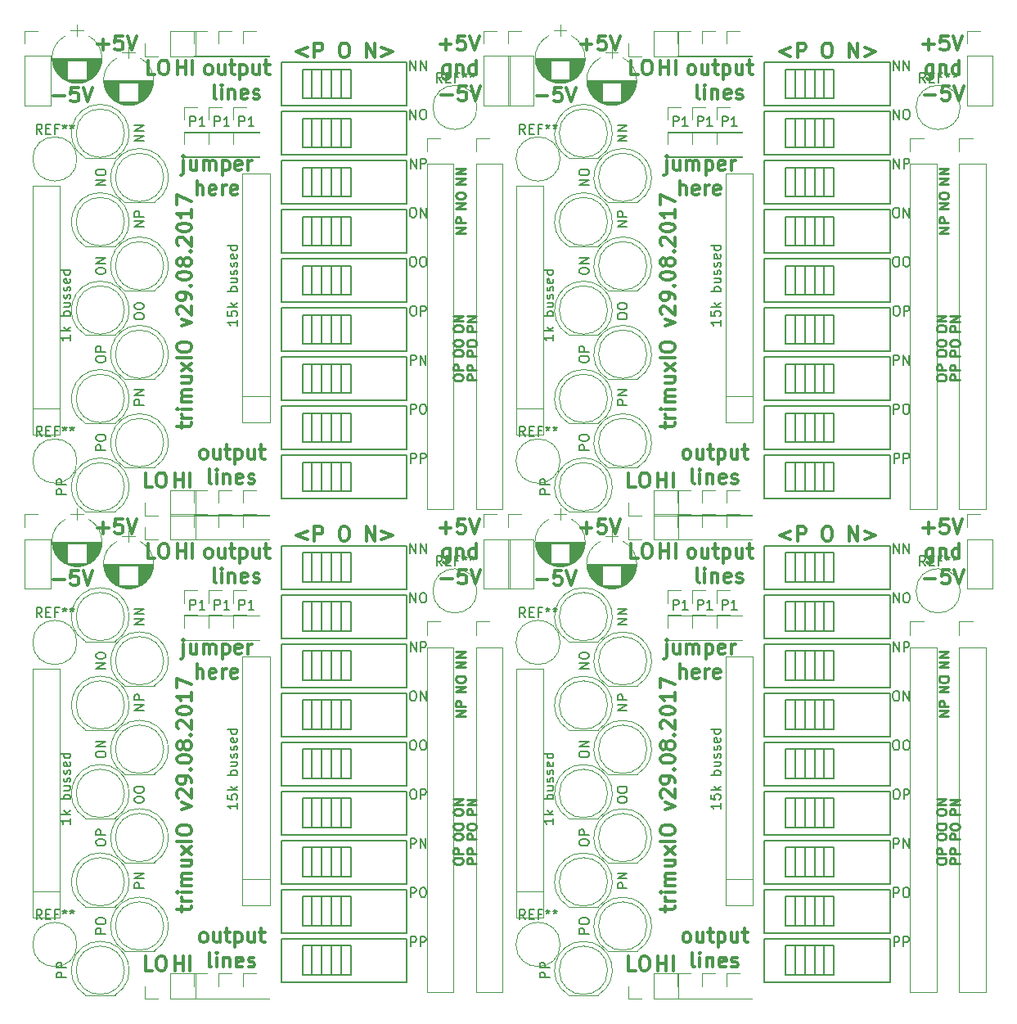
<source format=gto>
G04 #@! TF.FileFunction,Legend,Top*
%FSLAX46Y46*%
G04 Gerber Fmt 4.6, Leading zero omitted, Abs format (unit mm)*
G04 Created by KiCad (PCBNEW 4.0.6) date 08/30/17 14:35:39*
%MOMM*%
%LPD*%
G01*
G04 APERTURE LIST*
%ADD10C,0.100000*%
%ADD11C,0.300000*%
%ADD12C,0.250000*%
%ADD13C,0.120000*%
%ADD14C,0.150000*%
G04 APERTURE END LIST*
D10*
D11*
X142851429Y-151326143D02*
X143994286Y-151326143D01*
X143422857Y-151897571D02*
X143422857Y-150754714D01*
X145422858Y-150397571D02*
X144708572Y-150397571D01*
X144637143Y-151111857D01*
X144708572Y-151040429D01*
X144851429Y-150969000D01*
X145208572Y-150969000D01*
X145351429Y-151040429D01*
X145422858Y-151111857D01*
X145494286Y-151254714D01*
X145494286Y-151611857D01*
X145422858Y-151754714D01*
X145351429Y-151826143D01*
X145208572Y-151897571D01*
X144851429Y-151897571D01*
X144708572Y-151826143D01*
X144637143Y-151754714D01*
X145922857Y-150397571D02*
X146422857Y-151897571D01*
X146922857Y-150397571D01*
X142978429Y-156533143D02*
X144121286Y-156533143D01*
X145549858Y-155604571D02*
X144835572Y-155604571D01*
X144764143Y-156318857D01*
X144835572Y-156247429D01*
X144978429Y-156176000D01*
X145335572Y-156176000D01*
X145478429Y-156247429D01*
X145549858Y-156318857D01*
X145621286Y-156461714D01*
X145621286Y-156818857D01*
X145549858Y-156961714D01*
X145478429Y-157033143D01*
X145335572Y-157104571D01*
X144978429Y-157104571D01*
X144835572Y-157033143D01*
X144764143Y-156961714D01*
X146049857Y-155604571D02*
X146549857Y-157104571D01*
X147049857Y-155604571D01*
X143871286Y-153437571D02*
X143871286Y-154651857D01*
X143799857Y-154794714D01*
X143728429Y-154866143D01*
X143585572Y-154937571D01*
X143371286Y-154937571D01*
X143228429Y-154866143D01*
X143871286Y-154366143D02*
X143728429Y-154437571D01*
X143442715Y-154437571D01*
X143299857Y-154366143D01*
X143228429Y-154294714D01*
X143157000Y-154151857D01*
X143157000Y-153723286D01*
X143228429Y-153580429D01*
X143299857Y-153509000D01*
X143442715Y-153437571D01*
X143728429Y-153437571D01*
X143871286Y-153509000D01*
X144585572Y-153437571D02*
X144585572Y-154437571D01*
X144585572Y-153580429D02*
X144657000Y-153509000D01*
X144799858Y-153437571D01*
X145014143Y-153437571D01*
X145157000Y-153509000D01*
X145228429Y-153651857D01*
X145228429Y-154437571D01*
X146585572Y-154437571D02*
X146585572Y-152937571D01*
X146585572Y-154366143D02*
X146442715Y-154437571D01*
X146157001Y-154437571D01*
X146014143Y-154366143D01*
X145942715Y-154294714D01*
X145871286Y-154151857D01*
X145871286Y-153723286D01*
X145942715Y-153580429D01*
X146014143Y-153509000D01*
X146157001Y-153437571D01*
X146442715Y-153437571D01*
X146585572Y-153509000D01*
X113343572Y-154437571D02*
X112629286Y-154437571D01*
X112629286Y-152937571D01*
X114129286Y-152937571D02*
X114415000Y-152937571D01*
X114557858Y-153009000D01*
X114700715Y-153151857D01*
X114772143Y-153437571D01*
X114772143Y-153937571D01*
X114700715Y-154223286D01*
X114557858Y-154366143D01*
X114415000Y-154437571D01*
X114129286Y-154437571D01*
X113986429Y-154366143D01*
X113843572Y-154223286D01*
X113772143Y-153937571D01*
X113772143Y-153437571D01*
X113843572Y-153151857D01*
X113986429Y-153009000D01*
X114129286Y-152937571D01*
X115673286Y-154437571D02*
X115673286Y-152937571D01*
X115673286Y-153651857D02*
X116530429Y-153651857D01*
X116530429Y-154437571D02*
X116530429Y-152937571D01*
X117244715Y-154437571D02*
X117244715Y-152937571D01*
X118793000Y-154432571D02*
X118650142Y-154361143D01*
X118578714Y-154289714D01*
X118507285Y-154146857D01*
X118507285Y-153718286D01*
X118578714Y-153575429D01*
X118650142Y-153504000D01*
X118793000Y-153432571D01*
X119007285Y-153432571D01*
X119150142Y-153504000D01*
X119221571Y-153575429D01*
X119293000Y-153718286D01*
X119293000Y-154146857D01*
X119221571Y-154289714D01*
X119150142Y-154361143D01*
X119007285Y-154432571D01*
X118793000Y-154432571D01*
X120578714Y-153432571D02*
X120578714Y-154432571D01*
X119935857Y-153432571D02*
X119935857Y-154218286D01*
X120007285Y-154361143D01*
X120150143Y-154432571D01*
X120364428Y-154432571D01*
X120507285Y-154361143D01*
X120578714Y-154289714D01*
X121078714Y-153432571D02*
X121650143Y-153432571D01*
X121293000Y-152932571D02*
X121293000Y-154218286D01*
X121364428Y-154361143D01*
X121507286Y-154432571D01*
X121650143Y-154432571D01*
X122150143Y-153432571D02*
X122150143Y-154932571D01*
X122150143Y-153504000D02*
X122293000Y-153432571D01*
X122578714Y-153432571D01*
X122721571Y-153504000D01*
X122793000Y-153575429D01*
X122864429Y-153718286D01*
X122864429Y-154146857D01*
X122793000Y-154289714D01*
X122721571Y-154361143D01*
X122578714Y-154432571D01*
X122293000Y-154432571D01*
X122150143Y-154361143D01*
X124150143Y-153432571D02*
X124150143Y-154432571D01*
X123507286Y-153432571D02*
X123507286Y-154218286D01*
X123578714Y-154361143D01*
X123721572Y-154432571D01*
X123935857Y-154432571D01*
X124078714Y-154361143D01*
X124150143Y-154289714D01*
X124650143Y-153432571D02*
X125221572Y-153432571D01*
X124864429Y-152932571D02*
X124864429Y-154218286D01*
X124935857Y-154361143D01*
X125078715Y-154432571D01*
X125221572Y-154432571D01*
X119685858Y-156982571D02*
X119543000Y-156911143D01*
X119471572Y-156768286D01*
X119471572Y-155482571D01*
X120257286Y-156982571D02*
X120257286Y-155982571D01*
X120257286Y-155482571D02*
X120185857Y-155554000D01*
X120257286Y-155625429D01*
X120328714Y-155554000D01*
X120257286Y-155482571D01*
X120257286Y-155625429D01*
X120971572Y-155982571D02*
X120971572Y-156982571D01*
X120971572Y-156125429D02*
X121043000Y-156054000D01*
X121185858Y-155982571D01*
X121400143Y-155982571D01*
X121543000Y-156054000D01*
X121614429Y-156196857D01*
X121614429Y-156982571D01*
X122900143Y-156911143D02*
X122757286Y-156982571D01*
X122471572Y-156982571D01*
X122328715Y-156911143D01*
X122257286Y-156768286D01*
X122257286Y-156196857D01*
X122328715Y-156054000D01*
X122471572Y-155982571D01*
X122757286Y-155982571D01*
X122900143Y-156054000D01*
X122971572Y-156196857D01*
X122971572Y-156339714D01*
X122257286Y-156482571D01*
X123543000Y-156911143D02*
X123685857Y-156982571D01*
X123971572Y-156982571D01*
X124114429Y-156911143D01*
X124185857Y-156768286D01*
X124185857Y-156696857D01*
X124114429Y-156554000D01*
X123971572Y-156482571D01*
X123757286Y-156482571D01*
X123614429Y-156411143D01*
X123543000Y-156268286D01*
X123543000Y-156196857D01*
X123614429Y-156054000D01*
X123757286Y-155982571D01*
X123971572Y-155982571D01*
X124114429Y-156054000D01*
X118285000Y-194183571D02*
X118142142Y-194112143D01*
X118070714Y-194040714D01*
X117999285Y-193897857D01*
X117999285Y-193469286D01*
X118070714Y-193326429D01*
X118142142Y-193255000D01*
X118285000Y-193183571D01*
X118499285Y-193183571D01*
X118642142Y-193255000D01*
X118713571Y-193326429D01*
X118785000Y-193469286D01*
X118785000Y-193897857D01*
X118713571Y-194040714D01*
X118642142Y-194112143D01*
X118499285Y-194183571D01*
X118285000Y-194183571D01*
X120070714Y-193183571D02*
X120070714Y-194183571D01*
X119427857Y-193183571D02*
X119427857Y-193969286D01*
X119499285Y-194112143D01*
X119642143Y-194183571D01*
X119856428Y-194183571D01*
X119999285Y-194112143D01*
X120070714Y-194040714D01*
X120570714Y-193183571D02*
X121142143Y-193183571D01*
X120785000Y-192683571D02*
X120785000Y-193969286D01*
X120856428Y-194112143D01*
X120999286Y-194183571D01*
X121142143Y-194183571D01*
X121642143Y-193183571D02*
X121642143Y-194683571D01*
X121642143Y-193255000D02*
X121785000Y-193183571D01*
X122070714Y-193183571D01*
X122213571Y-193255000D01*
X122285000Y-193326429D01*
X122356429Y-193469286D01*
X122356429Y-193897857D01*
X122285000Y-194040714D01*
X122213571Y-194112143D01*
X122070714Y-194183571D01*
X121785000Y-194183571D01*
X121642143Y-194112143D01*
X123642143Y-193183571D02*
X123642143Y-194183571D01*
X122999286Y-193183571D02*
X122999286Y-193969286D01*
X123070714Y-194112143D01*
X123213572Y-194183571D01*
X123427857Y-194183571D01*
X123570714Y-194112143D01*
X123642143Y-194040714D01*
X124142143Y-193183571D02*
X124713572Y-193183571D01*
X124356429Y-192683571D02*
X124356429Y-193969286D01*
X124427857Y-194112143D01*
X124570715Y-194183571D01*
X124713572Y-194183571D01*
X119177858Y-196733571D02*
X119035000Y-196662143D01*
X118963572Y-196519286D01*
X118963572Y-195233571D01*
X119749286Y-196733571D02*
X119749286Y-195733571D01*
X119749286Y-195233571D02*
X119677857Y-195305000D01*
X119749286Y-195376429D01*
X119820714Y-195305000D01*
X119749286Y-195233571D01*
X119749286Y-195376429D01*
X120463572Y-195733571D02*
X120463572Y-196733571D01*
X120463572Y-195876429D02*
X120535000Y-195805000D01*
X120677858Y-195733571D01*
X120892143Y-195733571D01*
X121035000Y-195805000D01*
X121106429Y-195947857D01*
X121106429Y-196733571D01*
X122392143Y-196662143D02*
X122249286Y-196733571D01*
X121963572Y-196733571D01*
X121820715Y-196662143D01*
X121749286Y-196519286D01*
X121749286Y-195947857D01*
X121820715Y-195805000D01*
X121963572Y-195733571D01*
X122249286Y-195733571D01*
X122392143Y-195805000D01*
X122463572Y-195947857D01*
X122463572Y-196090714D01*
X121749286Y-196233571D01*
X123035000Y-196662143D02*
X123177857Y-196733571D01*
X123463572Y-196733571D01*
X123606429Y-196662143D01*
X123677857Y-196519286D01*
X123677857Y-196447857D01*
X123606429Y-196305000D01*
X123463572Y-196233571D01*
X123249286Y-196233571D01*
X123106429Y-196162143D01*
X123035000Y-196019286D01*
X123035000Y-195947857D01*
X123106429Y-195805000D01*
X123249286Y-195733571D01*
X123463572Y-195733571D01*
X123606429Y-195805000D01*
X115419286Y-197109571D02*
X115419286Y-195609571D01*
X115419286Y-196323857D02*
X116276429Y-196323857D01*
X116276429Y-197109571D02*
X116276429Y-195609571D01*
X116990715Y-197109571D02*
X116990715Y-195609571D01*
X113089572Y-197109571D02*
X112375286Y-197109571D01*
X112375286Y-195609571D01*
X113875286Y-195609571D02*
X114161000Y-195609571D01*
X114303858Y-195681000D01*
X114446715Y-195823857D01*
X114518143Y-196109571D01*
X114518143Y-196609571D01*
X114446715Y-196895286D01*
X114303858Y-197038143D01*
X114161000Y-197109571D01*
X113875286Y-197109571D01*
X113732429Y-197038143D01*
X113589572Y-196895286D01*
X113518143Y-196609571D01*
X113518143Y-196109571D01*
X113589572Y-195823857D01*
X113732429Y-195681000D01*
X113875286Y-195609571D01*
X116296715Y-163338571D02*
X116296715Y-164624286D01*
X116225286Y-164767143D01*
X116082429Y-164838571D01*
X116011001Y-164838571D01*
X116296715Y-162838571D02*
X116225286Y-162910000D01*
X116296715Y-162981429D01*
X116368143Y-162910000D01*
X116296715Y-162838571D01*
X116296715Y-162981429D01*
X117653858Y-163338571D02*
X117653858Y-164338571D01*
X117011001Y-163338571D02*
X117011001Y-164124286D01*
X117082429Y-164267143D01*
X117225287Y-164338571D01*
X117439572Y-164338571D01*
X117582429Y-164267143D01*
X117653858Y-164195714D01*
X118368144Y-164338571D02*
X118368144Y-163338571D01*
X118368144Y-163481429D02*
X118439572Y-163410000D01*
X118582430Y-163338571D01*
X118796715Y-163338571D01*
X118939572Y-163410000D01*
X119011001Y-163552857D01*
X119011001Y-164338571D01*
X119011001Y-163552857D02*
X119082430Y-163410000D01*
X119225287Y-163338571D01*
X119439572Y-163338571D01*
X119582430Y-163410000D01*
X119653858Y-163552857D01*
X119653858Y-164338571D01*
X120368144Y-163338571D02*
X120368144Y-164838571D01*
X120368144Y-163410000D02*
X120511001Y-163338571D01*
X120796715Y-163338571D01*
X120939572Y-163410000D01*
X121011001Y-163481429D01*
X121082430Y-163624286D01*
X121082430Y-164052857D01*
X121011001Y-164195714D01*
X120939572Y-164267143D01*
X120796715Y-164338571D01*
X120511001Y-164338571D01*
X120368144Y-164267143D01*
X122296715Y-164267143D02*
X122153858Y-164338571D01*
X121868144Y-164338571D01*
X121725287Y-164267143D01*
X121653858Y-164124286D01*
X121653858Y-163552857D01*
X121725287Y-163410000D01*
X121868144Y-163338571D01*
X122153858Y-163338571D01*
X122296715Y-163410000D01*
X122368144Y-163552857D01*
X122368144Y-163695714D01*
X121653858Y-163838571D01*
X123011001Y-164338571D02*
X123011001Y-163338571D01*
X123011001Y-163624286D02*
X123082429Y-163481429D01*
X123153858Y-163410000D01*
X123296715Y-163338571D01*
X123439572Y-163338571D01*
X117689572Y-166888571D02*
X117689572Y-165388571D01*
X118332429Y-166888571D02*
X118332429Y-166102857D01*
X118261000Y-165960000D01*
X118118143Y-165888571D01*
X117903858Y-165888571D01*
X117761000Y-165960000D01*
X117689572Y-166031429D01*
X119618143Y-166817143D02*
X119475286Y-166888571D01*
X119189572Y-166888571D01*
X119046715Y-166817143D01*
X118975286Y-166674286D01*
X118975286Y-166102857D01*
X119046715Y-165960000D01*
X119189572Y-165888571D01*
X119475286Y-165888571D01*
X119618143Y-165960000D01*
X119689572Y-166102857D01*
X119689572Y-166245714D01*
X118975286Y-166388571D01*
X120332429Y-166888571D02*
X120332429Y-165888571D01*
X120332429Y-166174286D02*
X120403857Y-166031429D01*
X120475286Y-165960000D01*
X120618143Y-165888571D01*
X120761000Y-165888571D01*
X121832428Y-166817143D02*
X121689571Y-166888571D01*
X121403857Y-166888571D01*
X121261000Y-166817143D01*
X121189571Y-166674286D01*
X121189571Y-166102857D01*
X121261000Y-165960000D01*
X121403857Y-165888571D01*
X121689571Y-165888571D01*
X121832428Y-165960000D01*
X121903857Y-166102857D01*
X121903857Y-166245714D01*
X121189571Y-166388571D01*
X116137571Y-191012142D02*
X116137571Y-190440713D01*
X115637571Y-190797856D02*
X116923286Y-190797856D01*
X117066143Y-190726428D01*
X117137571Y-190583570D01*
X117137571Y-190440713D01*
X117137571Y-189940713D02*
X116137571Y-189940713D01*
X116423286Y-189940713D02*
X116280429Y-189869285D01*
X116209000Y-189797856D01*
X116137571Y-189654999D01*
X116137571Y-189512142D01*
X117137571Y-189012142D02*
X116137571Y-189012142D01*
X115637571Y-189012142D02*
X115709000Y-189083571D01*
X115780429Y-189012142D01*
X115709000Y-188940714D01*
X115637571Y-189012142D01*
X115780429Y-189012142D01*
X117137571Y-188297856D02*
X116137571Y-188297856D01*
X116280429Y-188297856D02*
X116209000Y-188226428D01*
X116137571Y-188083570D01*
X116137571Y-187869285D01*
X116209000Y-187726428D01*
X116351857Y-187654999D01*
X117137571Y-187654999D01*
X116351857Y-187654999D02*
X116209000Y-187583570D01*
X116137571Y-187440713D01*
X116137571Y-187226428D01*
X116209000Y-187083570D01*
X116351857Y-187012142D01*
X117137571Y-187012142D01*
X116137571Y-185654999D02*
X117137571Y-185654999D01*
X116137571Y-186297856D02*
X116923286Y-186297856D01*
X117066143Y-186226428D01*
X117137571Y-186083570D01*
X117137571Y-185869285D01*
X117066143Y-185726428D01*
X116994714Y-185654999D01*
X117137571Y-185083570D02*
X116137571Y-184297856D01*
X116137571Y-185083570D02*
X117137571Y-184297856D01*
X117137571Y-183726427D02*
X115637571Y-183726427D01*
X115637571Y-182726427D02*
X115637571Y-182440713D01*
X115709000Y-182297855D01*
X115851857Y-182154998D01*
X116137571Y-182083570D01*
X116637571Y-182083570D01*
X116923286Y-182154998D01*
X117066143Y-182297855D01*
X117137571Y-182440713D01*
X117137571Y-182726427D01*
X117066143Y-182869284D01*
X116923286Y-183012141D01*
X116637571Y-183083570D01*
X116137571Y-183083570D01*
X115851857Y-183012141D01*
X115709000Y-182869284D01*
X115637571Y-182726427D01*
X116137571Y-180440712D02*
X117137571Y-180083569D01*
X116137571Y-179726427D01*
X115780429Y-179226427D02*
X115709000Y-179154998D01*
X115637571Y-179012141D01*
X115637571Y-178654998D01*
X115709000Y-178512141D01*
X115780429Y-178440712D01*
X115923286Y-178369284D01*
X116066143Y-178369284D01*
X116280429Y-178440712D01*
X117137571Y-179297855D01*
X117137571Y-178369284D01*
X117137571Y-177654999D02*
X117137571Y-177369284D01*
X117066143Y-177226427D01*
X116994714Y-177154999D01*
X116780429Y-177012141D01*
X116494714Y-176940713D01*
X115923286Y-176940713D01*
X115780429Y-177012141D01*
X115709000Y-177083570D01*
X115637571Y-177226427D01*
X115637571Y-177512141D01*
X115709000Y-177654999D01*
X115780429Y-177726427D01*
X115923286Y-177797856D01*
X116280429Y-177797856D01*
X116423286Y-177726427D01*
X116494714Y-177654999D01*
X116566143Y-177512141D01*
X116566143Y-177226427D01*
X116494714Y-177083570D01*
X116423286Y-177012141D01*
X116280429Y-176940713D01*
X116994714Y-176297856D02*
X117066143Y-176226428D01*
X117137571Y-176297856D01*
X117066143Y-176369285D01*
X116994714Y-176297856D01*
X117137571Y-176297856D01*
X115637571Y-175297856D02*
X115637571Y-175154999D01*
X115709000Y-175012142D01*
X115780429Y-174940713D01*
X115923286Y-174869284D01*
X116209000Y-174797856D01*
X116566143Y-174797856D01*
X116851857Y-174869284D01*
X116994714Y-174940713D01*
X117066143Y-175012142D01*
X117137571Y-175154999D01*
X117137571Y-175297856D01*
X117066143Y-175440713D01*
X116994714Y-175512142D01*
X116851857Y-175583570D01*
X116566143Y-175654999D01*
X116209000Y-175654999D01*
X115923286Y-175583570D01*
X115780429Y-175512142D01*
X115709000Y-175440713D01*
X115637571Y-175297856D01*
X116280429Y-173940713D02*
X116209000Y-174083571D01*
X116137571Y-174154999D01*
X115994714Y-174226428D01*
X115923286Y-174226428D01*
X115780429Y-174154999D01*
X115709000Y-174083571D01*
X115637571Y-173940713D01*
X115637571Y-173654999D01*
X115709000Y-173512142D01*
X115780429Y-173440713D01*
X115923286Y-173369285D01*
X115994714Y-173369285D01*
X116137571Y-173440713D01*
X116209000Y-173512142D01*
X116280429Y-173654999D01*
X116280429Y-173940713D01*
X116351857Y-174083571D01*
X116423286Y-174154999D01*
X116566143Y-174226428D01*
X116851857Y-174226428D01*
X116994714Y-174154999D01*
X117066143Y-174083571D01*
X117137571Y-173940713D01*
X117137571Y-173654999D01*
X117066143Y-173512142D01*
X116994714Y-173440713D01*
X116851857Y-173369285D01*
X116566143Y-173369285D01*
X116423286Y-173440713D01*
X116351857Y-173512142D01*
X116280429Y-173654999D01*
X116994714Y-172726428D02*
X117066143Y-172655000D01*
X117137571Y-172726428D01*
X117066143Y-172797857D01*
X116994714Y-172726428D01*
X117137571Y-172726428D01*
X115780429Y-172083571D02*
X115709000Y-172012142D01*
X115637571Y-171869285D01*
X115637571Y-171512142D01*
X115709000Y-171369285D01*
X115780429Y-171297856D01*
X115923286Y-171226428D01*
X116066143Y-171226428D01*
X116280429Y-171297856D01*
X117137571Y-172154999D01*
X117137571Y-171226428D01*
X115637571Y-170297857D02*
X115637571Y-170155000D01*
X115709000Y-170012143D01*
X115780429Y-169940714D01*
X115923286Y-169869285D01*
X116209000Y-169797857D01*
X116566143Y-169797857D01*
X116851857Y-169869285D01*
X116994714Y-169940714D01*
X117066143Y-170012143D01*
X117137571Y-170155000D01*
X117137571Y-170297857D01*
X117066143Y-170440714D01*
X116994714Y-170512143D01*
X116851857Y-170583571D01*
X116566143Y-170655000D01*
X116209000Y-170655000D01*
X115923286Y-170583571D01*
X115780429Y-170512143D01*
X115709000Y-170440714D01*
X115637571Y-170297857D01*
X117137571Y-168369286D02*
X117137571Y-169226429D01*
X117137571Y-168797857D02*
X115637571Y-168797857D01*
X115851857Y-168940714D01*
X115994714Y-169083572D01*
X116066143Y-169226429D01*
X115637571Y-167869286D02*
X115637571Y-166869286D01*
X117137571Y-167512143D01*
X129147571Y-151659571D02*
X128004714Y-152088143D01*
X129147571Y-152516714D01*
X129861857Y-152659571D02*
X129861857Y-151159571D01*
X130433285Y-151159571D01*
X130576143Y-151231000D01*
X130647571Y-151302429D01*
X130719000Y-151445286D01*
X130719000Y-151659571D01*
X130647571Y-151802429D01*
X130576143Y-151873857D01*
X130433285Y-151945286D01*
X129861857Y-151945286D01*
X132790428Y-151159571D02*
X133076142Y-151159571D01*
X133219000Y-151231000D01*
X133361857Y-151373857D01*
X133433285Y-151659571D01*
X133433285Y-152159571D01*
X133361857Y-152445286D01*
X133219000Y-152588143D01*
X133076142Y-152659571D01*
X132790428Y-152659571D01*
X132647571Y-152588143D01*
X132504714Y-152445286D01*
X132433285Y-152159571D01*
X132433285Y-151659571D01*
X132504714Y-151373857D01*
X132647571Y-151231000D01*
X132790428Y-151159571D01*
X135219000Y-152659571D02*
X135219000Y-151159571D01*
X136076143Y-152659571D01*
X136076143Y-151159571D01*
X136790429Y-151659571D02*
X137933286Y-152088143D01*
X136790429Y-152516714D01*
X102846429Y-156660143D02*
X103989286Y-156660143D01*
X105417858Y-155731571D02*
X104703572Y-155731571D01*
X104632143Y-156445857D01*
X104703572Y-156374429D01*
X104846429Y-156303000D01*
X105203572Y-156303000D01*
X105346429Y-156374429D01*
X105417858Y-156445857D01*
X105489286Y-156588714D01*
X105489286Y-156945857D01*
X105417858Y-157088714D01*
X105346429Y-157160143D01*
X105203572Y-157231571D01*
X104846429Y-157231571D01*
X104703572Y-157160143D01*
X104632143Y-157088714D01*
X105917857Y-155731571D02*
X106417857Y-157231571D01*
X106917857Y-155731571D01*
X107418429Y-151326143D02*
X108561286Y-151326143D01*
X107989857Y-151897571D02*
X107989857Y-150754714D01*
X109989858Y-150397571D02*
X109275572Y-150397571D01*
X109204143Y-151111857D01*
X109275572Y-151040429D01*
X109418429Y-150969000D01*
X109775572Y-150969000D01*
X109918429Y-151040429D01*
X109989858Y-151111857D01*
X110061286Y-151254714D01*
X110061286Y-151611857D01*
X109989858Y-151754714D01*
X109918429Y-151826143D01*
X109775572Y-151897571D01*
X109418429Y-151897571D01*
X109275572Y-151826143D01*
X109204143Y-151754714D01*
X110489857Y-150397571D02*
X110989857Y-151897571D01*
X111489857Y-150397571D01*
D12*
X145486381Y-165744524D02*
X144486381Y-165744524D01*
X145486381Y-165173095D01*
X144486381Y-165173095D01*
X145486381Y-164696905D02*
X144486381Y-164696905D01*
X145486381Y-164125476D01*
X144486381Y-164125476D01*
X145486381Y-168284524D02*
X144486381Y-168284524D01*
X145486381Y-167713095D01*
X144486381Y-167713095D01*
X144486381Y-167046429D02*
X144486381Y-166855952D01*
X144534000Y-166760714D01*
X144629238Y-166665476D01*
X144819714Y-166617857D01*
X145153048Y-166617857D01*
X145343524Y-166665476D01*
X145438762Y-166760714D01*
X145486381Y-166855952D01*
X145486381Y-167046429D01*
X145438762Y-167141667D01*
X145343524Y-167236905D01*
X145153048Y-167284524D01*
X144819714Y-167284524D01*
X144629238Y-167236905D01*
X144534000Y-167141667D01*
X144486381Y-167046429D01*
X145486381Y-170800714D02*
X144486381Y-170800714D01*
X145486381Y-170229285D01*
X144486381Y-170229285D01*
X145486381Y-169753095D02*
X144486381Y-169753095D01*
X144486381Y-169372142D01*
X144534000Y-169276904D01*
X144581619Y-169229285D01*
X144676857Y-169181666D01*
X144819714Y-169181666D01*
X144914952Y-169229285D01*
X144962571Y-169276904D01*
X145010190Y-169372142D01*
X145010190Y-169753095D01*
X144232381Y-180794048D02*
X144232381Y-180603571D01*
X144280000Y-180508333D01*
X144375238Y-180413095D01*
X144565714Y-180365476D01*
X144899048Y-180365476D01*
X145089524Y-180413095D01*
X145184762Y-180508333D01*
X145232381Y-180603571D01*
X145232381Y-180794048D01*
X145184762Y-180889286D01*
X145089524Y-180984524D01*
X144899048Y-181032143D01*
X144565714Y-181032143D01*
X144375238Y-180984524D01*
X144280000Y-180889286D01*
X144232381Y-180794048D01*
X145232381Y-179936905D02*
X144232381Y-179936905D01*
X145232381Y-179365476D01*
X144232381Y-179365476D01*
X144232381Y-183334048D02*
X144232381Y-183143571D01*
X144280000Y-183048333D01*
X144375238Y-182953095D01*
X144565714Y-182905476D01*
X144899048Y-182905476D01*
X145089524Y-182953095D01*
X145184762Y-183048333D01*
X145232381Y-183143571D01*
X145232381Y-183334048D01*
X145184762Y-183429286D01*
X145089524Y-183524524D01*
X144899048Y-183572143D01*
X144565714Y-183572143D01*
X144375238Y-183524524D01*
X144280000Y-183429286D01*
X144232381Y-183334048D01*
X144232381Y-182286429D02*
X144232381Y-182095952D01*
X144280000Y-182000714D01*
X144375238Y-181905476D01*
X144565714Y-181857857D01*
X144899048Y-181857857D01*
X145089524Y-181905476D01*
X145184762Y-182000714D01*
X145232381Y-182095952D01*
X145232381Y-182286429D01*
X145184762Y-182381667D01*
X145089524Y-182476905D01*
X144899048Y-182524524D01*
X144565714Y-182524524D01*
X144375238Y-182476905D01*
X144280000Y-182381667D01*
X144232381Y-182286429D01*
X144232381Y-185850238D02*
X144232381Y-185659761D01*
X144280000Y-185564523D01*
X144375238Y-185469285D01*
X144565714Y-185421666D01*
X144899048Y-185421666D01*
X145089524Y-185469285D01*
X145184762Y-185564523D01*
X145232381Y-185659761D01*
X145232381Y-185850238D01*
X145184762Y-185945476D01*
X145089524Y-186040714D01*
X144899048Y-186088333D01*
X144565714Y-186088333D01*
X144375238Y-186040714D01*
X144280000Y-185945476D01*
X144232381Y-185850238D01*
X145232381Y-184993095D02*
X144232381Y-184993095D01*
X144232381Y-184612142D01*
X144280000Y-184516904D01*
X144327619Y-184469285D01*
X144422857Y-184421666D01*
X144565714Y-184421666D01*
X144660952Y-184469285D01*
X144708571Y-184516904D01*
X144756190Y-184612142D01*
X144756190Y-184993095D01*
X146629381Y-180960714D02*
X145629381Y-180960714D01*
X145629381Y-180579761D01*
X145677000Y-180484523D01*
X145724619Y-180436904D01*
X145819857Y-180389285D01*
X145962714Y-180389285D01*
X146057952Y-180436904D01*
X146105571Y-180484523D01*
X146153190Y-180579761D01*
X146153190Y-180960714D01*
X146629381Y-179960714D02*
X145629381Y-179960714D01*
X146629381Y-179389285D01*
X145629381Y-179389285D01*
X146629381Y-183500714D02*
X145629381Y-183500714D01*
X145629381Y-183119761D01*
X145677000Y-183024523D01*
X145724619Y-182976904D01*
X145819857Y-182929285D01*
X145962714Y-182929285D01*
X146057952Y-182976904D01*
X146105571Y-183024523D01*
X146153190Y-183119761D01*
X146153190Y-183500714D01*
X145629381Y-182310238D02*
X145629381Y-182119761D01*
X145677000Y-182024523D01*
X145772238Y-181929285D01*
X145962714Y-181881666D01*
X146296048Y-181881666D01*
X146486524Y-181929285D01*
X146581762Y-182024523D01*
X146629381Y-182119761D01*
X146629381Y-182310238D01*
X146581762Y-182405476D01*
X146486524Y-182500714D01*
X146296048Y-182548333D01*
X145962714Y-182548333D01*
X145772238Y-182500714D01*
X145677000Y-182405476D01*
X145629381Y-182310238D01*
X146629381Y-186016905D02*
X145629381Y-186016905D01*
X145629381Y-185635952D01*
X145677000Y-185540714D01*
X145724619Y-185493095D01*
X145819857Y-185445476D01*
X145962714Y-185445476D01*
X146057952Y-185493095D01*
X146105571Y-185540714D01*
X146153190Y-185635952D01*
X146153190Y-186016905D01*
X146629381Y-185016905D02*
X145629381Y-185016905D01*
X145629381Y-184635952D01*
X145677000Y-184540714D01*
X145724619Y-184493095D01*
X145819857Y-184445476D01*
X145962714Y-184445476D01*
X146057952Y-184493095D01*
X146105571Y-184540714D01*
X146153190Y-184635952D01*
X146153190Y-185016905D01*
X196629381Y-186016905D02*
X195629381Y-186016905D01*
X195629381Y-185635952D01*
X195677000Y-185540714D01*
X195724619Y-185493095D01*
X195819857Y-185445476D01*
X195962714Y-185445476D01*
X196057952Y-185493095D01*
X196105571Y-185540714D01*
X196153190Y-185635952D01*
X196153190Y-186016905D01*
X196629381Y-185016905D02*
X195629381Y-185016905D01*
X195629381Y-184635952D01*
X195677000Y-184540714D01*
X195724619Y-184493095D01*
X195819857Y-184445476D01*
X195962714Y-184445476D01*
X196057952Y-184493095D01*
X196105571Y-184540714D01*
X196153190Y-184635952D01*
X196153190Y-185016905D01*
X196629381Y-183500714D02*
X195629381Y-183500714D01*
X195629381Y-183119761D01*
X195677000Y-183024523D01*
X195724619Y-182976904D01*
X195819857Y-182929285D01*
X195962714Y-182929285D01*
X196057952Y-182976904D01*
X196105571Y-183024523D01*
X196153190Y-183119761D01*
X196153190Y-183500714D01*
X195629381Y-182310238D02*
X195629381Y-182119761D01*
X195677000Y-182024523D01*
X195772238Y-181929285D01*
X195962714Y-181881666D01*
X196296048Y-181881666D01*
X196486524Y-181929285D01*
X196581762Y-182024523D01*
X196629381Y-182119761D01*
X196629381Y-182310238D01*
X196581762Y-182405476D01*
X196486524Y-182500714D01*
X196296048Y-182548333D01*
X195962714Y-182548333D01*
X195772238Y-182500714D01*
X195677000Y-182405476D01*
X195629381Y-182310238D01*
X196629381Y-180960714D02*
X195629381Y-180960714D01*
X195629381Y-180579761D01*
X195677000Y-180484523D01*
X195724619Y-180436904D01*
X195819857Y-180389285D01*
X195962714Y-180389285D01*
X196057952Y-180436904D01*
X196105571Y-180484523D01*
X196153190Y-180579761D01*
X196153190Y-180960714D01*
X196629381Y-179960714D02*
X195629381Y-179960714D01*
X196629381Y-179389285D01*
X195629381Y-179389285D01*
X194232381Y-185850238D02*
X194232381Y-185659761D01*
X194280000Y-185564523D01*
X194375238Y-185469285D01*
X194565714Y-185421666D01*
X194899048Y-185421666D01*
X195089524Y-185469285D01*
X195184762Y-185564523D01*
X195232381Y-185659761D01*
X195232381Y-185850238D01*
X195184762Y-185945476D01*
X195089524Y-186040714D01*
X194899048Y-186088333D01*
X194565714Y-186088333D01*
X194375238Y-186040714D01*
X194280000Y-185945476D01*
X194232381Y-185850238D01*
X195232381Y-184993095D02*
X194232381Y-184993095D01*
X194232381Y-184612142D01*
X194280000Y-184516904D01*
X194327619Y-184469285D01*
X194422857Y-184421666D01*
X194565714Y-184421666D01*
X194660952Y-184469285D01*
X194708571Y-184516904D01*
X194756190Y-184612142D01*
X194756190Y-184993095D01*
X194232381Y-183334048D02*
X194232381Y-183143571D01*
X194280000Y-183048333D01*
X194375238Y-182953095D01*
X194565714Y-182905476D01*
X194899048Y-182905476D01*
X195089524Y-182953095D01*
X195184762Y-183048333D01*
X195232381Y-183143571D01*
X195232381Y-183334048D01*
X195184762Y-183429286D01*
X195089524Y-183524524D01*
X194899048Y-183572143D01*
X194565714Y-183572143D01*
X194375238Y-183524524D01*
X194280000Y-183429286D01*
X194232381Y-183334048D01*
X194232381Y-182286429D02*
X194232381Y-182095952D01*
X194280000Y-182000714D01*
X194375238Y-181905476D01*
X194565714Y-181857857D01*
X194899048Y-181857857D01*
X195089524Y-181905476D01*
X195184762Y-182000714D01*
X195232381Y-182095952D01*
X195232381Y-182286429D01*
X195184762Y-182381667D01*
X195089524Y-182476905D01*
X194899048Y-182524524D01*
X194565714Y-182524524D01*
X194375238Y-182476905D01*
X194280000Y-182381667D01*
X194232381Y-182286429D01*
X194232381Y-180794048D02*
X194232381Y-180603571D01*
X194280000Y-180508333D01*
X194375238Y-180413095D01*
X194565714Y-180365476D01*
X194899048Y-180365476D01*
X195089524Y-180413095D01*
X195184762Y-180508333D01*
X195232381Y-180603571D01*
X195232381Y-180794048D01*
X195184762Y-180889286D01*
X195089524Y-180984524D01*
X194899048Y-181032143D01*
X194565714Y-181032143D01*
X194375238Y-180984524D01*
X194280000Y-180889286D01*
X194232381Y-180794048D01*
X195232381Y-179936905D02*
X194232381Y-179936905D01*
X195232381Y-179365476D01*
X194232381Y-179365476D01*
X195486381Y-170800714D02*
X194486381Y-170800714D01*
X195486381Y-170229285D01*
X194486381Y-170229285D01*
X195486381Y-169753095D02*
X194486381Y-169753095D01*
X194486381Y-169372142D01*
X194534000Y-169276904D01*
X194581619Y-169229285D01*
X194676857Y-169181666D01*
X194819714Y-169181666D01*
X194914952Y-169229285D01*
X194962571Y-169276904D01*
X195010190Y-169372142D01*
X195010190Y-169753095D01*
X195486381Y-168284524D02*
X194486381Y-168284524D01*
X195486381Y-167713095D01*
X194486381Y-167713095D01*
X194486381Y-167046429D02*
X194486381Y-166855952D01*
X194534000Y-166760714D01*
X194629238Y-166665476D01*
X194819714Y-166617857D01*
X195153048Y-166617857D01*
X195343524Y-166665476D01*
X195438762Y-166760714D01*
X195486381Y-166855952D01*
X195486381Y-167046429D01*
X195438762Y-167141667D01*
X195343524Y-167236905D01*
X195153048Y-167284524D01*
X194819714Y-167284524D01*
X194629238Y-167236905D01*
X194534000Y-167141667D01*
X194486381Y-167046429D01*
X195486381Y-165744524D02*
X194486381Y-165744524D01*
X195486381Y-165173095D01*
X194486381Y-165173095D01*
X195486381Y-164696905D02*
X194486381Y-164696905D01*
X195486381Y-164125476D01*
X194486381Y-164125476D01*
D11*
X157418429Y-151326143D02*
X158561286Y-151326143D01*
X157989857Y-151897571D02*
X157989857Y-150754714D01*
X159989858Y-150397571D02*
X159275572Y-150397571D01*
X159204143Y-151111857D01*
X159275572Y-151040429D01*
X159418429Y-150969000D01*
X159775572Y-150969000D01*
X159918429Y-151040429D01*
X159989858Y-151111857D01*
X160061286Y-151254714D01*
X160061286Y-151611857D01*
X159989858Y-151754714D01*
X159918429Y-151826143D01*
X159775572Y-151897571D01*
X159418429Y-151897571D01*
X159275572Y-151826143D01*
X159204143Y-151754714D01*
X160489857Y-150397571D02*
X160989857Y-151897571D01*
X161489857Y-150397571D01*
X152846429Y-156660143D02*
X153989286Y-156660143D01*
X155417858Y-155731571D02*
X154703572Y-155731571D01*
X154632143Y-156445857D01*
X154703572Y-156374429D01*
X154846429Y-156303000D01*
X155203572Y-156303000D01*
X155346429Y-156374429D01*
X155417858Y-156445857D01*
X155489286Y-156588714D01*
X155489286Y-156945857D01*
X155417858Y-157088714D01*
X155346429Y-157160143D01*
X155203572Y-157231571D01*
X154846429Y-157231571D01*
X154703572Y-157160143D01*
X154632143Y-157088714D01*
X155917857Y-155731571D02*
X156417857Y-157231571D01*
X156917857Y-155731571D01*
X179147571Y-151659571D02*
X178004714Y-152088143D01*
X179147571Y-152516714D01*
X179861857Y-152659571D02*
X179861857Y-151159571D01*
X180433285Y-151159571D01*
X180576143Y-151231000D01*
X180647571Y-151302429D01*
X180719000Y-151445286D01*
X180719000Y-151659571D01*
X180647571Y-151802429D01*
X180576143Y-151873857D01*
X180433285Y-151945286D01*
X179861857Y-151945286D01*
X182790428Y-151159571D02*
X183076142Y-151159571D01*
X183219000Y-151231000D01*
X183361857Y-151373857D01*
X183433285Y-151659571D01*
X183433285Y-152159571D01*
X183361857Y-152445286D01*
X183219000Y-152588143D01*
X183076142Y-152659571D01*
X182790428Y-152659571D01*
X182647571Y-152588143D01*
X182504714Y-152445286D01*
X182433285Y-152159571D01*
X182433285Y-151659571D01*
X182504714Y-151373857D01*
X182647571Y-151231000D01*
X182790428Y-151159571D01*
X185219000Y-152659571D02*
X185219000Y-151159571D01*
X186076143Y-152659571D01*
X186076143Y-151159571D01*
X186790429Y-151659571D02*
X187933286Y-152088143D01*
X186790429Y-152516714D01*
X166137571Y-191012142D02*
X166137571Y-190440713D01*
X165637571Y-190797856D02*
X166923286Y-190797856D01*
X167066143Y-190726428D01*
X167137571Y-190583570D01*
X167137571Y-190440713D01*
X167137571Y-189940713D02*
X166137571Y-189940713D01*
X166423286Y-189940713D02*
X166280429Y-189869285D01*
X166209000Y-189797856D01*
X166137571Y-189654999D01*
X166137571Y-189512142D01*
X167137571Y-189012142D02*
X166137571Y-189012142D01*
X165637571Y-189012142D02*
X165709000Y-189083571D01*
X165780429Y-189012142D01*
X165709000Y-188940714D01*
X165637571Y-189012142D01*
X165780429Y-189012142D01*
X167137571Y-188297856D02*
X166137571Y-188297856D01*
X166280429Y-188297856D02*
X166209000Y-188226428D01*
X166137571Y-188083570D01*
X166137571Y-187869285D01*
X166209000Y-187726428D01*
X166351857Y-187654999D01*
X167137571Y-187654999D01*
X166351857Y-187654999D02*
X166209000Y-187583570D01*
X166137571Y-187440713D01*
X166137571Y-187226428D01*
X166209000Y-187083570D01*
X166351857Y-187012142D01*
X167137571Y-187012142D01*
X166137571Y-185654999D02*
X167137571Y-185654999D01*
X166137571Y-186297856D02*
X166923286Y-186297856D01*
X167066143Y-186226428D01*
X167137571Y-186083570D01*
X167137571Y-185869285D01*
X167066143Y-185726428D01*
X166994714Y-185654999D01*
X167137571Y-185083570D02*
X166137571Y-184297856D01*
X166137571Y-185083570D02*
X167137571Y-184297856D01*
X167137571Y-183726427D02*
X165637571Y-183726427D01*
X165637571Y-182726427D02*
X165637571Y-182440713D01*
X165709000Y-182297855D01*
X165851857Y-182154998D01*
X166137571Y-182083570D01*
X166637571Y-182083570D01*
X166923286Y-182154998D01*
X167066143Y-182297855D01*
X167137571Y-182440713D01*
X167137571Y-182726427D01*
X167066143Y-182869284D01*
X166923286Y-183012141D01*
X166637571Y-183083570D01*
X166137571Y-183083570D01*
X165851857Y-183012141D01*
X165709000Y-182869284D01*
X165637571Y-182726427D01*
X166137571Y-180440712D02*
X167137571Y-180083569D01*
X166137571Y-179726427D01*
X165780429Y-179226427D02*
X165709000Y-179154998D01*
X165637571Y-179012141D01*
X165637571Y-178654998D01*
X165709000Y-178512141D01*
X165780429Y-178440712D01*
X165923286Y-178369284D01*
X166066143Y-178369284D01*
X166280429Y-178440712D01*
X167137571Y-179297855D01*
X167137571Y-178369284D01*
X167137571Y-177654999D02*
X167137571Y-177369284D01*
X167066143Y-177226427D01*
X166994714Y-177154999D01*
X166780429Y-177012141D01*
X166494714Y-176940713D01*
X165923286Y-176940713D01*
X165780429Y-177012141D01*
X165709000Y-177083570D01*
X165637571Y-177226427D01*
X165637571Y-177512141D01*
X165709000Y-177654999D01*
X165780429Y-177726427D01*
X165923286Y-177797856D01*
X166280429Y-177797856D01*
X166423286Y-177726427D01*
X166494714Y-177654999D01*
X166566143Y-177512141D01*
X166566143Y-177226427D01*
X166494714Y-177083570D01*
X166423286Y-177012141D01*
X166280429Y-176940713D01*
X166994714Y-176297856D02*
X167066143Y-176226428D01*
X167137571Y-176297856D01*
X167066143Y-176369285D01*
X166994714Y-176297856D01*
X167137571Y-176297856D01*
X165637571Y-175297856D02*
X165637571Y-175154999D01*
X165709000Y-175012142D01*
X165780429Y-174940713D01*
X165923286Y-174869284D01*
X166209000Y-174797856D01*
X166566143Y-174797856D01*
X166851857Y-174869284D01*
X166994714Y-174940713D01*
X167066143Y-175012142D01*
X167137571Y-175154999D01*
X167137571Y-175297856D01*
X167066143Y-175440713D01*
X166994714Y-175512142D01*
X166851857Y-175583570D01*
X166566143Y-175654999D01*
X166209000Y-175654999D01*
X165923286Y-175583570D01*
X165780429Y-175512142D01*
X165709000Y-175440713D01*
X165637571Y-175297856D01*
X166280429Y-173940713D02*
X166209000Y-174083571D01*
X166137571Y-174154999D01*
X165994714Y-174226428D01*
X165923286Y-174226428D01*
X165780429Y-174154999D01*
X165709000Y-174083571D01*
X165637571Y-173940713D01*
X165637571Y-173654999D01*
X165709000Y-173512142D01*
X165780429Y-173440713D01*
X165923286Y-173369285D01*
X165994714Y-173369285D01*
X166137571Y-173440713D01*
X166209000Y-173512142D01*
X166280429Y-173654999D01*
X166280429Y-173940713D01*
X166351857Y-174083571D01*
X166423286Y-174154999D01*
X166566143Y-174226428D01*
X166851857Y-174226428D01*
X166994714Y-174154999D01*
X167066143Y-174083571D01*
X167137571Y-173940713D01*
X167137571Y-173654999D01*
X167066143Y-173512142D01*
X166994714Y-173440713D01*
X166851857Y-173369285D01*
X166566143Y-173369285D01*
X166423286Y-173440713D01*
X166351857Y-173512142D01*
X166280429Y-173654999D01*
X166994714Y-172726428D02*
X167066143Y-172655000D01*
X167137571Y-172726428D01*
X167066143Y-172797857D01*
X166994714Y-172726428D01*
X167137571Y-172726428D01*
X165780429Y-172083571D02*
X165709000Y-172012142D01*
X165637571Y-171869285D01*
X165637571Y-171512142D01*
X165709000Y-171369285D01*
X165780429Y-171297856D01*
X165923286Y-171226428D01*
X166066143Y-171226428D01*
X166280429Y-171297856D01*
X167137571Y-172154999D01*
X167137571Y-171226428D01*
X165637571Y-170297857D02*
X165637571Y-170155000D01*
X165709000Y-170012143D01*
X165780429Y-169940714D01*
X165923286Y-169869285D01*
X166209000Y-169797857D01*
X166566143Y-169797857D01*
X166851857Y-169869285D01*
X166994714Y-169940714D01*
X167066143Y-170012143D01*
X167137571Y-170155000D01*
X167137571Y-170297857D01*
X167066143Y-170440714D01*
X166994714Y-170512143D01*
X166851857Y-170583571D01*
X166566143Y-170655000D01*
X166209000Y-170655000D01*
X165923286Y-170583571D01*
X165780429Y-170512143D01*
X165709000Y-170440714D01*
X165637571Y-170297857D01*
X167137571Y-168369286D02*
X167137571Y-169226429D01*
X167137571Y-168797857D02*
X165637571Y-168797857D01*
X165851857Y-168940714D01*
X165994714Y-169083572D01*
X166066143Y-169226429D01*
X165637571Y-167869286D02*
X165637571Y-166869286D01*
X167137571Y-167512143D01*
X166296715Y-163338571D02*
X166296715Y-164624286D01*
X166225286Y-164767143D01*
X166082429Y-164838571D01*
X166011001Y-164838571D01*
X166296715Y-162838571D02*
X166225286Y-162910000D01*
X166296715Y-162981429D01*
X166368143Y-162910000D01*
X166296715Y-162838571D01*
X166296715Y-162981429D01*
X167653858Y-163338571D02*
X167653858Y-164338571D01*
X167011001Y-163338571D02*
X167011001Y-164124286D01*
X167082429Y-164267143D01*
X167225287Y-164338571D01*
X167439572Y-164338571D01*
X167582429Y-164267143D01*
X167653858Y-164195714D01*
X168368144Y-164338571D02*
X168368144Y-163338571D01*
X168368144Y-163481429D02*
X168439572Y-163410000D01*
X168582430Y-163338571D01*
X168796715Y-163338571D01*
X168939572Y-163410000D01*
X169011001Y-163552857D01*
X169011001Y-164338571D01*
X169011001Y-163552857D02*
X169082430Y-163410000D01*
X169225287Y-163338571D01*
X169439572Y-163338571D01*
X169582430Y-163410000D01*
X169653858Y-163552857D01*
X169653858Y-164338571D01*
X170368144Y-163338571D02*
X170368144Y-164838571D01*
X170368144Y-163410000D02*
X170511001Y-163338571D01*
X170796715Y-163338571D01*
X170939572Y-163410000D01*
X171011001Y-163481429D01*
X171082430Y-163624286D01*
X171082430Y-164052857D01*
X171011001Y-164195714D01*
X170939572Y-164267143D01*
X170796715Y-164338571D01*
X170511001Y-164338571D01*
X170368144Y-164267143D01*
X172296715Y-164267143D02*
X172153858Y-164338571D01*
X171868144Y-164338571D01*
X171725287Y-164267143D01*
X171653858Y-164124286D01*
X171653858Y-163552857D01*
X171725287Y-163410000D01*
X171868144Y-163338571D01*
X172153858Y-163338571D01*
X172296715Y-163410000D01*
X172368144Y-163552857D01*
X172368144Y-163695714D01*
X171653858Y-163838571D01*
X173011001Y-164338571D02*
X173011001Y-163338571D01*
X173011001Y-163624286D02*
X173082429Y-163481429D01*
X173153858Y-163410000D01*
X173296715Y-163338571D01*
X173439572Y-163338571D01*
X167689572Y-166888571D02*
X167689572Y-165388571D01*
X168332429Y-166888571D02*
X168332429Y-166102857D01*
X168261000Y-165960000D01*
X168118143Y-165888571D01*
X167903858Y-165888571D01*
X167761000Y-165960000D01*
X167689572Y-166031429D01*
X169618143Y-166817143D02*
X169475286Y-166888571D01*
X169189572Y-166888571D01*
X169046715Y-166817143D01*
X168975286Y-166674286D01*
X168975286Y-166102857D01*
X169046715Y-165960000D01*
X169189572Y-165888571D01*
X169475286Y-165888571D01*
X169618143Y-165960000D01*
X169689572Y-166102857D01*
X169689572Y-166245714D01*
X168975286Y-166388571D01*
X170332429Y-166888571D02*
X170332429Y-165888571D01*
X170332429Y-166174286D02*
X170403857Y-166031429D01*
X170475286Y-165960000D01*
X170618143Y-165888571D01*
X170761000Y-165888571D01*
X171832428Y-166817143D02*
X171689571Y-166888571D01*
X171403857Y-166888571D01*
X171261000Y-166817143D01*
X171189571Y-166674286D01*
X171189571Y-166102857D01*
X171261000Y-165960000D01*
X171403857Y-165888571D01*
X171689571Y-165888571D01*
X171832428Y-165960000D01*
X171903857Y-166102857D01*
X171903857Y-166245714D01*
X171189571Y-166388571D01*
X163089572Y-197109571D02*
X162375286Y-197109571D01*
X162375286Y-195609571D01*
X163875286Y-195609571D02*
X164161000Y-195609571D01*
X164303858Y-195681000D01*
X164446715Y-195823857D01*
X164518143Y-196109571D01*
X164518143Y-196609571D01*
X164446715Y-196895286D01*
X164303858Y-197038143D01*
X164161000Y-197109571D01*
X163875286Y-197109571D01*
X163732429Y-197038143D01*
X163589572Y-196895286D01*
X163518143Y-196609571D01*
X163518143Y-196109571D01*
X163589572Y-195823857D01*
X163732429Y-195681000D01*
X163875286Y-195609571D01*
X165419286Y-197109571D02*
X165419286Y-195609571D01*
X165419286Y-196323857D02*
X166276429Y-196323857D01*
X166276429Y-197109571D02*
X166276429Y-195609571D01*
X166990715Y-197109571D02*
X166990715Y-195609571D01*
X168285000Y-194183571D02*
X168142142Y-194112143D01*
X168070714Y-194040714D01*
X167999285Y-193897857D01*
X167999285Y-193469286D01*
X168070714Y-193326429D01*
X168142142Y-193255000D01*
X168285000Y-193183571D01*
X168499285Y-193183571D01*
X168642142Y-193255000D01*
X168713571Y-193326429D01*
X168785000Y-193469286D01*
X168785000Y-193897857D01*
X168713571Y-194040714D01*
X168642142Y-194112143D01*
X168499285Y-194183571D01*
X168285000Y-194183571D01*
X170070714Y-193183571D02*
X170070714Y-194183571D01*
X169427857Y-193183571D02*
X169427857Y-193969286D01*
X169499285Y-194112143D01*
X169642143Y-194183571D01*
X169856428Y-194183571D01*
X169999285Y-194112143D01*
X170070714Y-194040714D01*
X170570714Y-193183571D02*
X171142143Y-193183571D01*
X170785000Y-192683571D02*
X170785000Y-193969286D01*
X170856428Y-194112143D01*
X170999286Y-194183571D01*
X171142143Y-194183571D01*
X171642143Y-193183571D02*
X171642143Y-194683571D01*
X171642143Y-193255000D02*
X171785000Y-193183571D01*
X172070714Y-193183571D01*
X172213571Y-193255000D01*
X172285000Y-193326429D01*
X172356429Y-193469286D01*
X172356429Y-193897857D01*
X172285000Y-194040714D01*
X172213571Y-194112143D01*
X172070714Y-194183571D01*
X171785000Y-194183571D01*
X171642143Y-194112143D01*
X173642143Y-193183571D02*
X173642143Y-194183571D01*
X172999286Y-193183571D02*
X172999286Y-193969286D01*
X173070714Y-194112143D01*
X173213572Y-194183571D01*
X173427857Y-194183571D01*
X173570714Y-194112143D01*
X173642143Y-194040714D01*
X174142143Y-193183571D02*
X174713572Y-193183571D01*
X174356429Y-192683571D02*
X174356429Y-193969286D01*
X174427857Y-194112143D01*
X174570715Y-194183571D01*
X174713572Y-194183571D01*
X169177858Y-196733571D02*
X169035000Y-196662143D01*
X168963572Y-196519286D01*
X168963572Y-195233571D01*
X169749286Y-196733571D02*
X169749286Y-195733571D01*
X169749286Y-195233571D02*
X169677857Y-195305000D01*
X169749286Y-195376429D01*
X169820714Y-195305000D01*
X169749286Y-195233571D01*
X169749286Y-195376429D01*
X170463572Y-195733571D02*
X170463572Y-196733571D01*
X170463572Y-195876429D02*
X170535000Y-195805000D01*
X170677858Y-195733571D01*
X170892143Y-195733571D01*
X171035000Y-195805000D01*
X171106429Y-195947857D01*
X171106429Y-196733571D01*
X172392143Y-196662143D02*
X172249286Y-196733571D01*
X171963572Y-196733571D01*
X171820715Y-196662143D01*
X171749286Y-196519286D01*
X171749286Y-195947857D01*
X171820715Y-195805000D01*
X171963572Y-195733571D01*
X172249286Y-195733571D01*
X172392143Y-195805000D01*
X172463572Y-195947857D01*
X172463572Y-196090714D01*
X171749286Y-196233571D01*
X173035000Y-196662143D02*
X173177857Y-196733571D01*
X173463572Y-196733571D01*
X173606429Y-196662143D01*
X173677857Y-196519286D01*
X173677857Y-196447857D01*
X173606429Y-196305000D01*
X173463572Y-196233571D01*
X173249286Y-196233571D01*
X173106429Y-196162143D01*
X173035000Y-196019286D01*
X173035000Y-195947857D01*
X173106429Y-195805000D01*
X173249286Y-195733571D01*
X173463572Y-195733571D01*
X173606429Y-195805000D01*
X168793000Y-154432571D02*
X168650142Y-154361143D01*
X168578714Y-154289714D01*
X168507285Y-154146857D01*
X168507285Y-153718286D01*
X168578714Y-153575429D01*
X168650142Y-153504000D01*
X168793000Y-153432571D01*
X169007285Y-153432571D01*
X169150142Y-153504000D01*
X169221571Y-153575429D01*
X169293000Y-153718286D01*
X169293000Y-154146857D01*
X169221571Y-154289714D01*
X169150142Y-154361143D01*
X169007285Y-154432571D01*
X168793000Y-154432571D01*
X170578714Y-153432571D02*
X170578714Y-154432571D01*
X169935857Y-153432571D02*
X169935857Y-154218286D01*
X170007285Y-154361143D01*
X170150143Y-154432571D01*
X170364428Y-154432571D01*
X170507285Y-154361143D01*
X170578714Y-154289714D01*
X171078714Y-153432571D02*
X171650143Y-153432571D01*
X171293000Y-152932571D02*
X171293000Y-154218286D01*
X171364428Y-154361143D01*
X171507286Y-154432571D01*
X171650143Y-154432571D01*
X172150143Y-153432571D02*
X172150143Y-154932571D01*
X172150143Y-153504000D02*
X172293000Y-153432571D01*
X172578714Y-153432571D01*
X172721571Y-153504000D01*
X172793000Y-153575429D01*
X172864429Y-153718286D01*
X172864429Y-154146857D01*
X172793000Y-154289714D01*
X172721571Y-154361143D01*
X172578714Y-154432571D01*
X172293000Y-154432571D01*
X172150143Y-154361143D01*
X174150143Y-153432571D02*
X174150143Y-154432571D01*
X173507286Y-153432571D02*
X173507286Y-154218286D01*
X173578714Y-154361143D01*
X173721572Y-154432571D01*
X173935857Y-154432571D01*
X174078714Y-154361143D01*
X174150143Y-154289714D01*
X174650143Y-153432571D02*
X175221572Y-153432571D01*
X174864429Y-152932571D02*
X174864429Y-154218286D01*
X174935857Y-154361143D01*
X175078715Y-154432571D01*
X175221572Y-154432571D01*
X169685858Y-156982571D02*
X169543000Y-156911143D01*
X169471572Y-156768286D01*
X169471572Y-155482571D01*
X170257286Y-156982571D02*
X170257286Y-155982571D01*
X170257286Y-155482571D02*
X170185857Y-155554000D01*
X170257286Y-155625429D01*
X170328714Y-155554000D01*
X170257286Y-155482571D01*
X170257286Y-155625429D01*
X170971572Y-155982571D02*
X170971572Y-156982571D01*
X170971572Y-156125429D02*
X171043000Y-156054000D01*
X171185858Y-155982571D01*
X171400143Y-155982571D01*
X171543000Y-156054000D01*
X171614429Y-156196857D01*
X171614429Y-156982571D01*
X172900143Y-156911143D02*
X172757286Y-156982571D01*
X172471572Y-156982571D01*
X172328715Y-156911143D01*
X172257286Y-156768286D01*
X172257286Y-156196857D01*
X172328715Y-156054000D01*
X172471572Y-155982571D01*
X172757286Y-155982571D01*
X172900143Y-156054000D01*
X172971572Y-156196857D01*
X172971572Y-156339714D01*
X172257286Y-156482571D01*
X173543000Y-156911143D02*
X173685857Y-156982571D01*
X173971572Y-156982571D01*
X174114429Y-156911143D01*
X174185857Y-156768286D01*
X174185857Y-156696857D01*
X174114429Y-156554000D01*
X173971572Y-156482571D01*
X173757286Y-156482571D01*
X173614429Y-156411143D01*
X173543000Y-156268286D01*
X173543000Y-156196857D01*
X173614429Y-156054000D01*
X173757286Y-155982571D01*
X173971572Y-155982571D01*
X174114429Y-156054000D01*
X165673286Y-154437571D02*
X165673286Y-152937571D01*
X165673286Y-153651857D02*
X166530429Y-153651857D01*
X166530429Y-154437571D02*
X166530429Y-152937571D01*
X167244715Y-154437571D02*
X167244715Y-152937571D01*
X163343572Y-154437571D02*
X162629286Y-154437571D01*
X162629286Y-152937571D01*
X164129286Y-152937571D02*
X164415000Y-152937571D01*
X164557858Y-153009000D01*
X164700715Y-153151857D01*
X164772143Y-153437571D01*
X164772143Y-153937571D01*
X164700715Y-154223286D01*
X164557858Y-154366143D01*
X164415000Y-154437571D01*
X164129286Y-154437571D01*
X163986429Y-154366143D01*
X163843572Y-154223286D01*
X163772143Y-153937571D01*
X163772143Y-153437571D01*
X163843572Y-153151857D01*
X163986429Y-153009000D01*
X164129286Y-152937571D01*
X193871286Y-153437571D02*
X193871286Y-154651857D01*
X193799857Y-154794714D01*
X193728429Y-154866143D01*
X193585572Y-154937571D01*
X193371286Y-154937571D01*
X193228429Y-154866143D01*
X193871286Y-154366143D02*
X193728429Y-154437571D01*
X193442715Y-154437571D01*
X193299857Y-154366143D01*
X193228429Y-154294714D01*
X193157000Y-154151857D01*
X193157000Y-153723286D01*
X193228429Y-153580429D01*
X193299857Y-153509000D01*
X193442715Y-153437571D01*
X193728429Y-153437571D01*
X193871286Y-153509000D01*
X194585572Y-153437571D02*
X194585572Y-154437571D01*
X194585572Y-153580429D02*
X194657000Y-153509000D01*
X194799858Y-153437571D01*
X195014143Y-153437571D01*
X195157000Y-153509000D01*
X195228429Y-153651857D01*
X195228429Y-154437571D01*
X196585572Y-154437571D02*
X196585572Y-152937571D01*
X196585572Y-154366143D02*
X196442715Y-154437571D01*
X196157001Y-154437571D01*
X196014143Y-154366143D01*
X195942715Y-154294714D01*
X195871286Y-154151857D01*
X195871286Y-153723286D01*
X195942715Y-153580429D01*
X196014143Y-153509000D01*
X196157001Y-153437571D01*
X196442715Y-153437571D01*
X196585572Y-153509000D01*
X192978429Y-156533143D02*
X194121286Y-156533143D01*
X195549858Y-155604571D02*
X194835572Y-155604571D01*
X194764143Y-156318857D01*
X194835572Y-156247429D01*
X194978429Y-156176000D01*
X195335572Y-156176000D01*
X195478429Y-156247429D01*
X195549858Y-156318857D01*
X195621286Y-156461714D01*
X195621286Y-156818857D01*
X195549858Y-156961714D01*
X195478429Y-157033143D01*
X195335572Y-157104571D01*
X194978429Y-157104571D01*
X194835572Y-157033143D01*
X194764143Y-156961714D01*
X196049857Y-155604571D02*
X196549857Y-157104571D01*
X197049857Y-155604571D01*
X192851429Y-151326143D02*
X193994286Y-151326143D01*
X193422857Y-151897571D02*
X193422857Y-150754714D01*
X195422858Y-150397571D02*
X194708572Y-150397571D01*
X194637143Y-151111857D01*
X194708572Y-151040429D01*
X194851429Y-150969000D01*
X195208572Y-150969000D01*
X195351429Y-151040429D01*
X195422858Y-151111857D01*
X195494286Y-151254714D01*
X195494286Y-151611857D01*
X195422858Y-151754714D01*
X195351429Y-151826143D01*
X195208572Y-151897571D01*
X194851429Y-151897571D01*
X194708572Y-151826143D01*
X194637143Y-151754714D01*
X195922857Y-150397571D02*
X196422857Y-151897571D01*
X196922857Y-150397571D01*
X192851429Y-101326143D02*
X193994286Y-101326143D01*
X193422857Y-101897571D02*
X193422857Y-100754714D01*
X195422858Y-100397571D02*
X194708572Y-100397571D01*
X194637143Y-101111857D01*
X194708572Y-101040429D01*
X194851429Y-100969000D01*
X195208572Y-100969000D01*
X195351429Y-101040429D01*
X195422858Y-101111857D01*
X195494286Y-101254714D01*
X195494286Y-101611857D01*
X195422858Y-101754714D01*
X195351429Y-101826143D01*
X195208572Y-101897571D01*
X194851429Y-101897571D01*
X194708572Y-101826143D01*
X194637143Y-101754714D01*
X195922857Y-100397571D02*
X196422857Y-101897571D01*
X196922857Y-100397571D01*
X192978429Y-106533143D02*
X194121286Y-106533143D01*
X195549858Y-105604571D02*
X194835572Y-105604571D01*
X194764143Y-106318857D01*
X194835572Y-106247429D01*
X194978429Y-106176000D01*
X195335572Y-106176000D01*
X195478429Y-106247429D01*
X195549858Y-106318857D01*
X195621286Y-106461714D01*
X195621286Y-106818857D01*
X195549858Y-106961714D01*
X195478429Y-107033143D01*
X195335572Y-107104571D01*
X194978429Y-107104571D01*
X194835572Y-107033143D01*
X194764143Y-106961714D01*
X196049857Y-105604571D02*
X196549857Y-107104571D01*
X197049857Y-105604571D01*
X193871286Y-103437571D02*
X193871286Y-104651857D01*
X193799857Y-104794714D01*
X193728429Y-104866143D01*
X193585572Y-104937571D01*
X193371286Y-104937571D01*
X193228429Y-104866143D01*
X193871286Y-104366143D02*
X193728429Y-104437571D01*
X193442715Y-104437571D01*
X193299857Y-104366143D01*
X193228429Y-104294714D01*
X193157000Y-104151857D01*
X193157000Y-103723286D01*
X193228429Y-103580429D01*
X193299857Y-103509000D01*
X193442715Y-103437571D01*
X193728429Y-103437571D01*
X193871286Y-103509000D01*
X194585572Y-103437571D02*
X194585572Y-104437571D01*
X194585572Y-103580429D02*
X194657000Y-103509000D01*
X194799858Y-103437571D01*
X195014143Y-103437571D01*
X195157000Y-103509000D01*
X195228429Y-103651857D01*
X195228429Y-104437571D01*
X196585572Y-104437571D02*
X196585572Y-102937571D01*
X196585572Y-104366143D02*
X196442715Y-104437571D01*
X196157001Y-104437571D01*
X196014143Y-104366143D01*
X195942715Y-104294714D01*
X195871286Y-104151857D01*
X195871286Y-103723286D01*
X195942715Y-103580429D01*
X196014143Y-103509000D01*
X196157001Y-103437571D01*
X196442715Y-103437571D01*
X196585572Y-103509000D01*
X163343572Y-104437571D02*
X162629286Y-104437571D01*
X162629286Y-102937571D01*
X164129286Y-102937571D02*
X164415000Y-102937571D01*
X164557858Y-103009000D01*
X164700715Y-103151857D01*
X164772143Y-103437571D01*
X164772143Y-103937571D01*
X164700715Y-104223286D01*
X164557858Y-104366143D01*
X164415000Y-104437571D01*
X164129286Y-104437571D01*
X163986429Y-104366143D01*
X163843572Y-104223286D01*
X163772143Y-103937571D01*
X163772143Y-103437571D01*
X163843572Y-103151857D01*
X163986429Y-103009000D01*
X164129286Y-102937571D01*
X165673286Y-104437571D02*
X165673286Y-102937571D01*
X165673286Y-103651857D02*
X166530429Y-103651857D01*
X166530429Y-104437571D02*
X166530429Y-102937571D01*
X167244715Y-104437571D02*
X167244715Y-102937571D01*
X168793000Y-104432571D02*
X168650142Y-104361143D01*
X168578714Y-104289714D01*
X168507285Y-104146857D01*
X168507285Y-103718286D01*
X168578714Y-103575429D01*
X168650142Y-103504000D01*
X168793000Y-103432571D01*
X169007285Y-103432571D01*
X169150142Y-103504000D01*
X169221571Y-103575429D01*
X169293000Y-103718286D01*
X169293000Y-104146857D01*
X169221571Y-104289714D01*
X169150142Y-104361143D01*
X169007285Y-104432571D01*
X168793000Y-104432571D01*
X170578714Y-103432571D02*
X170578714Y-104432571D01*
X169935857Y-103432571D02*
X169935857Y-104218286D01*
X170007285Y-104361143D01*
X170150143Y-104432571D01*
X170364428Y-104432571D01*
X170507285Y-104361143D01*
X170578714Y-104289714D01*
X171078714Y-103432571D02*
X171650143Y-103432571D01*
X171293000Y-102932571D02*
X171293000Y-104218286D01*
X171364428Y-104361143D01*
X171507286Y-104432571D01*
X171650143Y-104432571D01*
X172150143Y-103432571D02*
X172150143Y-104932571D01*
X172150143Y-103504000D02*
X172293000Y-103432571D01*
X172578714Y-103432571D01*
X172721571Y-103504000D01*
X172793000Y-103575429D01*
X172864429Y-103718286D01*
X172864429Y-104146857D01*
X172793000Y-104289714D01*
X172721571Y-104361143D01*
X172578714Y-104432571D01*
X172293000Y-104432571D01*
X172150143Y-104361143D01*
X174150143Y-103432571D02*
X174150143Y-104432571D01*
X173507286Y-103432571D02*
X173507286Y-104218286D01*
X173578714Y-104361143D01*
X173721572Y-104432571D01*
X173935857Y-104432571D01*
X174078714Y-104361143D01*
X174150143Y-104289714D01*
X174650143Y-103432571D02*
X175221572Y-103432571D01*
X174864429Y-102932571D02*
X174864429Y-104218286D01*
X174935857Y-104361143D01*
X175078715Y-104432571D01*
X175221572Y-104432571D01*
X169685858Y-106982571D02*
X169543000Y-106911143D01*
X169471572Y-106768286D01*
X169471572Y-105482571D01*
X170257286Y-106982571D02*
X170257286Y-105982571D01*
X170257286Y-105482571D02*
X170185857Y-105554000D01*
X170257286Y-105625429D01*
X170328714Y-105554000D01*
X170257286Y-105482571D01*
X170257286Y-105625429D01*
X170971572Y-105982571D02*
X170971572Y-106982571D01*
X170971572Y-106125429D02*
X171043000Y-106054000D01*
X171185858Y-105982571D01*
X171400143Y-105982571D01*
X171543000Y-106054000D01*
X171614429Y-106196857D01*
X171614429Y-106982571D01*
X172900143Y-106911143D02*
X172757286Y-106982571D01*
X172471572Y-106982571D01*
X172328715Y-106911143D01*
X172257286Y-106768286D01*
X172257286Y-106196857D01*
X172328715Y-106054000D01*
X172471572Y-105982571D01*
X172757286Y-105982571D01*
X172900143Y-106054000D01*
X172971572Y-106196857D01*
X172971572Y-106339714D01*
X172257286Y-106482571D01*
X173543000Y-106911143D02*
X173685857Y-106982571D01*
X173971572Y-106982571D01*
X174114429Y-106911143D01*
X174185857Y-106768286D01*
X174185857Y-106696857D01*
X174114429Y-106554000D01*
X173971572Y-106482571D01*
X173757286Y-106482571D01*
X173614429Y-106411143D01*
X173543000Y-106268286D01*
X173543000Y-106196857D01*
X173614429Y-106054000D01*
X173757286Y-105982571D01*
X173971572Y-105982571D01*
X174114429Y-106054000D01*
X168285000Y-144183571D02*
X168142142Y-144112143D01*
X168070714Y-144040714D01*
X167999285Y-143897857D01*
X167999285Y-143469286D01*
X168070714Y-143326429D01*
X168142142Y-143255000D01*
X168285000Y-143183571D01*
X168499285Y-143183571D01*
X168642142Y-143255000D01*
X168713571Y-143326429D01*
X168785000Y-143469286D01*
X168785000Y-143897857D01*
X168713571Y-144040714D01*
X168642142Y-144112143D01*
X168499285Y-144183571D01*
X168285000Y-144183571D01*
X170070714Y-143183571D02*
X170070714Y-144183571D01*
X169427857Y-143183571D02*
X169427857Y-143969286D01*
X169499285Y-144112143D01*
X169642143Y-144183571D01*
X169856428Y-144183571D01*
X169999285Y-144112143D01*
X170070714Y-144040714D01*
X170570714Y-143183571D02*
X171142143Y-143183571D01*
X170785000Y-142683571D02*
X170785000Y-143969286D01*
X170856428Y-144112143D01*
X170999286Y-144183571D01*
X171142143Y-144183571D01*
X171642143Y-143183571D02*
X171642143Y-144683571D01*
X171642143Y-143255000D02*
X171785000Y-143183571D01*
X172070714Y-143183571D01*
X172213571Y-143255000D01*
X172285000Y-143326429D01*
X172356429Y-143469286D01*
X172356429Y-143897857D01*
X172285000Y-144040714D01*
X172213571Y-144112143D01*
X172070714Y-144183571D01*
X171785000Y-144183571D01*
X171642143Y-144112143D01*
X173642143Y-143183571D02*
X173642143Y-144183571D01*
X172999286Y-143183571D02*
X172999286Y-143969286D01*
X173070714Y-144112143D01*
X173213572Y-144183571D01*
X173427857Y-144183571D01*
X173570714Y-144112143D01*
X173642143Y-144040714D01*
X174142143Y-143183571D02*
X174713572Y-143183571D01*
X174356429Y-142683571D02*
X174356429Y-143969286D01*
X174427857Y-144112143D01*
X174570715Y-144183571D01*
X174713572Y-144183571D01*
X169177858Y-146733571D02*
X169035000Y-146662143D01*
X168963572Y-146519286D01*
X168963572Y-145233571D01*
X169749286Y-146733571D02*
X169749286Y-145733571D01*
X169749286Y-145233571D02*
X169677857Y-145305000D01*
X169749286Y-145376429D01*
X169820714Y-145305000D01*
X169749286Y-145233571D01*
X169749286Y-145376429D01*
X170463572Y-145733571D02*
X170463572Y-146733571D01*
X170463572Y-145876429D02*
X170535000Y-145805000D01*
X170677858Y-145733571D01*
X170892143Y-145733571D01*
X171035000Y-145805000D01*
X171106429Y-145947857D01*
X171106429Y-146733571D01*
X172392143Y-146662143D02*
X172249286Y-146733571D01*
X171963572Y-146733571D01*
X171820715Y-146662143D01*
X171749286Y-146519286D01*
X171749286Y-145947857D01*
X171820715Y-145805000D01*
X171963572Y-145733571D01*
X172249286Y-145733571D01*
X172392143Y-145805000D01*
X172463572Y-145947857D01*
X172463572Y-146090714D01*
X171749286Y-146233571D01*
X173035000Y-146662143D02*
X173177857Y-146733571D01*
X173463572Y-146733571D01*
X173606429Y-146662143D01*
X173677857Y-146519286D01*
X173677857Y-146447857D01*
X173606429Y-146305000D01*
X173463572Y-146233571D01*
X173249286Y-146233571D01*
X173106429Y-146162143D01*
X173035000Y-146019286D01*
X173035000Y-145947857D01*
X173106429Y-145805000D01*
X173249286Y-145733571D01*
X173463572Y-145733571D01*
X173606429Y-145805000D01*
X165419286Y-147109571D02*
X165419286Y-145609571D01*
X165419286Y-146323857D02*
X166276429Y-146323857D01*
X166276429Y-147109571D02*
X166276429Y-145609571D01*
X166990715Y-147109571D02*
X166990715Y-145609571D01*
X163089572Y-147109571D02*
X162375286Y-147109571D01*
X162375286Y-145609571D01*
X163875286Y-145609571D02*
X164161000Y-145609571D01*
X164303858Y-145681000D01*
X164446715Y-145823857D01*
X164518143Y-146109571D01*
X164518143Y-146609571D01*
X164446715Y-146895286D01*
X164303858Y-147038143D01*
X164161000Y-147109571D01*
X163875286Y-147109571D01*
X163732429Y-147038143D01*
X163589572Y-146895286D01*
X163518143Y-146609571D01*
X163518143Y-146109571D01*
X163589572Y-145823857D01*
X163732429Y-145681000D01*
X163875286Y-145609571D01*
X166296715Y-113338571D02*
X166296715Y-114624286D01*
X166225286Y-114767143D01*
X166082429Y-114838571D01*
X166011001Y-114838571D01*
X166296715Y-112838571D02*
X166225286Y-112910000D01*
X166296715Y-112981429D01*
X166368143Y-112910000D01*
X166296715Y-112838571D01*
X166296715Y-112981429D01*
X167653858Y-113338571D02*
X167653858Y-114338571D01*
X167011001Y-113338571D02*
X167011001Y-114124286D01*
X167082429Y-114267143D01*
X167225287Y-114338571D01*
X167439572Y-114338571D01*
X167582429Y-114267143D01*
X167653858Y-114195714D01*
X168368144Y-114338571D02*
X168368144Y-113338571D01*
X168368144Y-113481429D02*
X168439572Y-113410000D01*
X168582430Y-113338571D01*
X168796715Y-113338571D01*
X168939572Y-113410000D01*
X169011001Y-113552857D01*
X169011001Y-114338571D01*
X169011001Y-113552857D02*
X169082430Y-113410000D01*
X169225287Y-113338571D01*
X169439572Y-113338571D01*
X169582430Y-113410000D01*
X169653858Y-113552857D01*
X169653858Y-114338571D01*
X170368144Y-113338571D02*
X170368144Y-114838571D01*
X170368144Y-113410000D02*
X170511001Y-113338571D01*
X170796715Y-113338571D01*
X170939572Y-113410000D01*
X171011001Y-113481429D01*
X171082430Y-113624286D01*
X171082430Y-114052857D01*
X171011001Y-114195714D01*
X170939572Y-114267143D01*
X170796715Y-114338571D01*
X170511001Y-114338571D01*
X170368144Y-114267143D01*
X172296715Y-114267143D02*
X172153858Y-114338571D01*
X171868144Y-114338571D01*
X171725287Y-114267143D01*
X171653858Y-114124286D01*
X171653858Y-113552857D01*
X171725287Y-113410000D01*
X171868144Y-113338571D01*
X172153858Y-113338571D01*
X172296715Y-113410000D01*
X172368144Y-113552857D01*
X172368144Y-113695714D01*
X171653858Y-113838571D01*
X173011001Y-114338571D02*
X173011001Y-113338571D01*
X173011001Y-113624286D02*
X173082429Y-113481429D01*
X173153858Y-113410000D01*
X173296715Y-113338571D01*
X173439572Y-113338571D01*
X167689572Y-116888571D02*
X167689572Y-115388571D01*
X168332429Y-116888571D02*
X168332429Y-116102857D01*
X168261000Y-115960000D01*
X168118143Y-115888571D01*
X167903858Y-115888571D01*
X167761000Y-115960000D01*
X167689572Y-116031429D01*
X169618143Y-116817143D02*
X169475286Y-116888571D01*
X169189572Y-116888571D01*
X169046715Y-116817143D01*
X168975286Y-116674286D01*
X168975286Y-116102857D01*
X169046715Y-115960000D01*
X169189572Y-115888571D01*
X169475286Y-115888571D01*
X169618143Y-115960000D01*
X169689572Y-116102857D01*
X169689572Y-116245714D01*
X168975286Y-116388571D01*
X170332429Y-116888571D02*
X170332429Y-115888571D01*
X170332429Y-116174286D02*
X170403857Y-116031429D01*
X170475286Y-115960000D01*
X170618143Y-115888571D01*
X170761000Y-115888571D01*
X171832428Y-116817143D02*
X171689571Y-116888571D01*
X171403857Y-116888571D01*
X171261000Y-116817143D01*
X171189571Y-116674286D01*
X171189571Y-116102857D01*
X171261000Y-115960000D01*
X171403857Y-115888571D01*
X171689571Y-115888571D01*
X171832428Y-115960000D01*
X171903857Y-116102857D01*
X171903857Y-116245714D01*
X171189571Y-116388571D01*
X166137571Y-141012142D02*
X166137571Y-140440713D01*
X165637571Y-140797856D02*
X166923286Y-140797856D01*
X167066143Y-140726428D01*
X167137571Y-140583570D01*
X167137571Y-140440713D01*
X167137571Y-139940713D02*
X166137571Y-139940713D01*
X166423286Y-139940713D02*
X166280429Y-139869285D01*
X166209000Y-139797856D01*
X166137571Y-139654999D01*
X166137571Y-139512142D01*
X167137571Y-139012142D02*
X166137571Y-139012142D01*
X165637571Y-139012142D02*
X165709000Y-139083571D01*
X165780429Y-139012142D01*
X165709000Y-138940714D01*
X165637571Y-139012142D01*
X165780429Y-139012142D01*
X167137571Y-138297856D02*
X166137571Y-138297856D01*
X166280429Y-138297856D02*
X166209000Y-138226428D01*
X166137571Y-138083570D01*
X166137571Y-137869285D01*
X166209000Y-137726428D01*
X166351857Y-137654999D01*
X167137571Y-137654999D01*
X166351857Y-137654999D02*
X166209000Y-137583570D01*
X166137571Y-137440713D01*
X166137571Y-137226428D01*
X166209000Y-137083570D01*
X166351857Y-137012142D01*
X167137571Y-137012142D01*
X166137571Y-135654999D02*
X167137571Y-135654999D01*
X166137571Y-136297856D02*
X166923286Y-136297856D01*
X167066143Y-136226428D01*
X167137571Y-136083570D01*
X167137571Y-135869285D01*
X167066143Y-135726428D01*
X166994714Y-135654999D01*
X167137571Y-135083570D02*
X166137571Y-134297856D01*
X166137571Y-135083570D02*
X167137571Y-134297856D01*
X167137571Y-133726427D02*
X165637571Y-133726427D01*
X165637571Y-132726427D02*
X165637571Y-132440713D01*
X165709000Y-132297855D01*
X165851857Y-132154998D01*
X166137571Y-132083570D01*
X166637571Y-132083570D01*
X166923286Y-132154998D01*
X167066143Y-132297855D01*
X167137571Y-132440713D01*
X167137571Y-132726427D01*
X167066143Y-132869284D01*
X166923286Y-133012141D01*
X166637571Y-133083570D01*
X166137571Y-133083570D01*
X165851857Y-133012141D01*
X165709000Y-132869284D01*
X165637571Y-132726427D01*
X166137571Y-130440712D02*
X167137571Y-130083569D01*
X166137571Y-129726427D01*
X165780429Y-129226427D02*
X165709000Y-129154998D01*
X165637571Y-129012141D01*
X165637571Y-128654998D01*
X165709000Y-128512141D01*
X165780429Y-128440712D01*
X165923286Y-128369284D01*
X166066143Y-128369284D01*
X166280429Y-128440712D01*
X167137571Y-129297855D01*
X167137571Y-128369284D01*
X167137571Y-127654999D02*
X167137571Y-127369284D01*
X167066143Y-127226427D01*
X166994714Y-127154999D01*
X166780429Y-127012141D01*
X166494714Y-126940713D01*
X165923286Y-126940713D01*
X165780429Y-127012141D01*
X165709000Y-127083570D01*
X165637571Y-127226427D01*
X165637571Y-127512141D01*
X165709000Y-127654999D01*
X165780429Y-127726427D01*
X165923286Y-127797856D01*
X166280429Y-127797856D01*
X166423286Y-127726427D01*
X166494714Y-127654999D01*
X166566143Y-127512141D01*
X166566143Y-127226427D01*
X166494714Y-127083570D01*
X166423286Y-127012141D01*
X166280429Y-126940713D01*
X166994714Y-126297856D02*
X167066143Y-126226428D01*
X167137571Y-126297856D01*
X167066143Y-126369285D01*
X166994714Y-126297856D01*
X167137571Y-126297856D01*
X165637571Y-125297856D02*
X165637571Y-125154999D01*
X165709000Y-125012142D01*
X165780429Y-124940713D01*
X165923286Y-124869284D01*
X166209000Y-124797856D01*
X166566143Y-124797856D01*
X166851857Y-124869284D01*
X166994714Y-124940713D01*
X167066143Y-125012142D01*
X167137571Y-125154999D01*
X167137571Y-125297856D01*
X167066143Y-125440713D01*
X166994714Y-125512142D01*
X166851857Y-125583570D01*
X166566143Y-125654999D01*
X166209000Y-125654999D01*
X165923286Y-125583570D01*
X165780429Y-125512142D01*
X165709000Y-125440713D01*
X165637571Y-125297856D01*
X166280429Y-123940713D02*
X166209000Y-124083571D01*
X166137571Y-124154999D01*
X165994714Y-124226428D01*
X165923286Y-124226428D01*
X165780429Y-124154999D01*
X165709000Y-124083571D01*
X165637571Y-123940713D01*
X165637571Y-123654999D01*
X165709000Y-123512142D01*
X165780429Y-123440713D01*
X165923286Y-123369285D01*
X165994714Y-123369285D01*
X166137571Y-123440713D01*
X166209000Y-123512142D01*
X166280429Y-123654999D01*
X166280429Y-123940713D01*
X166351857Y-124083571D01*
X166423286Y-124154999D01*
X166566143Y-124226428D01*
X166851857Y-124226428D01*
X166994714Y-124154999D01*
X167066143Y-124083571D01*
X167137571Y-123940713D01*
X167137571Y-123654999D01*
X167066143Y-123512142D01*
X166994714Y-123440713D01*
X166851857Y-123369285D01*
X166566143Y-123369285D01*
X166423286Y-123440713D01*
X166351857Y-123512142D01*
X166280429Y-123654999D01*
X166994714Y-122726428D02*
X167066143Y-122655000D01*
X167137571Y-122726428D01*
X167066143Y-122797857D01*
X166994714Y-122726428D01*
X167137571Y-122726428D01*
X165780429Y-122083571D02*
X165709000Y-122012142D01*
X165637571Y-121869285D01*
X165637571Y-121512142D01*
X165709000Y-121369285D01*
X165780429Y-121297856D01*
X165923286Y-121226428D01*
X166066143Y-121226428D01*
X166280429Y-121297856D01*
X167137571Y-122154999D01*
X167137571Y-121226428D01*
X165637571Y-120297857D02*
X165637571Y-120155000D01*
X165709000Y-120012143D01*
X165780429Y-119940714D01*
X165923286Y-119869285D01*
X166209000Y-119797857D01*
X166566143Y-119797857D01*
X166851857Y-119869285D01*
X166994714Y-119940714D01*
X167066143Y-120012143D01*
X167137571Y-120155000D01*
X167137571Y-120297857D01*
X167066143Y-120440714D01*
X166994714Y-120512143D01*
X166851857Y-120583571D01*
X166566143Y-120655000D01*
X166209000Y-120655000D01*
X165923286Y-120583571D01*
X165780429Y-120512143D01*
X165709000Y-120440714D01*
X165637571Y-120297857D01*
X167137571Y-118369286D02*
X167137571Y-119226429D01*
X167137571Y-118797857D02*
X165637571Y-118797857D01*
X165851857Y-118940714D01*
X165994714Y-119083572D01*
X166066143Y-119226429D01*
X165637571Y-117869286D02*
X165637571Y-116869286D01*
X167137571Y-117512143D01*
X179147571Y-101659571D02*
X178004714Y-102088143D01*
X179147571Y-102516714D01*
X179861857Y-102659571D02*
X179861857Y-101159571D01*
X180433285Y-101159571D01*
X180576143Y-101231000D01*
X180647571Y-101302429D01*
X180719000Y-101445286D01*
X180719000Y-101659571D01*
X180647571Y-101802429D01*
X180576143Y-101873857D01*
X180433285Y-101945286D01*
X179861857Y-101945286D01*
X182790428Y-101159571D02*
X183076142Y-101159571D01*
X183219000Y-101231000D01*
X183361857Y-101373857D01*
X183433285Y-101659571D01*
X183433285Y-102159571D01*
X183361857Y-102445286D01*
X183219000Y-102588143D01*
X183076142Y-102659571D01*
X182790428Y-102659571D01*
X182647571Y-102588143D01*
X182504714Y-102445286D01*
X182433285Y-102159571D01*
X182433285Y-101659571D01*
X182504714Y-101373857D01*
X182647571Y-101231000D01*
X182790428Y-101159571D01*
X185219000Y-102659571D02*
X185219000Y-101159571D01*
X186076143Y-102659571D01*
X186076143Y-101159571D01*
X186790429Y-101659571D02*
X187933286Y-102088143D01*
X186790429Y-102516714D01*
X152846429Y-106660143D02*
X153989286Y-106660143D01*
X155417858Y-105731571D02*
X154703572Y-105731571D01*
X154632143Y-106445857D01*
X154703572Y-106374429D01*
X154846429Y-106303000D01*
X155203572Y-106303000D01*
X155346429Y-106374429D01*
X155417858Y-106445857D01*
X155489286Y-106588714D01*
X155489286Y-106945857D01*
X155417858Y-107088714D01*
X155346429Y-107160143D01*
X155203572Y-107231571D01*
X154846429Y-107231571D01*
X154703572Y-107160143D01*
X154632143Y-107088714D01*
X155917857Y-105731571D02*
X156417857Y-107231571D01*
X156917857Y-105731571D01*
X157418429Y-101326143D02*
X158561286Y-101326143D01*
X157989857Y-101897571D02*
X157989857Y-100754714D01*
X159989858Y-100397571D02*
X159275572Y-100397571D01*
X159204143Y-101111857D01*
X159275572Y-101040429D01*
X159418429Y-100969000D01*
X159775572Y-100969000D01*
X159918429Y-101040429D01*
X159989858Y-101111857D01*
X160061286Y-101254714D01*
X160061286Y-101611857D01*
X159989858Y-101754714D01*
X159918429Y-101826143D01*
X159775572Y-101897571D01*
X159418429Y-101897571D01*
X159275572Y-101826143D01*
X159204143Y-101754714D01*
X160489857Y-100397571D02*
X160989857Y-101897571D01*
X161489857Y-100397571D01*
D12*
X195486381Y-115744524D02*
X194486381Y-115744524D01*
X195486381Y-115173095D01*
X194486381Y-115173095D01*
X195486381Y-114696905D02*
X194486381Y-114696905D01*
X195486381Y-114125476D01*
X194486381Y-114125476D01*
X195486381Y-118284524D02*
X194486381Y-118284524D01*
X195486381Y-117713095D01*
X194486381Y-117713095D01*
X194486381Y-117046429D02*
X194486381Y-116855952D01*
X194534000Y-116760714D01*
X194629238Y-116665476D01*
X194819714Y-116617857D01*
X195153048Y-116617857D01*
X195343524Y-116665476D01*
X195438762Y-116760714D01*
X195486381Y-116855952D01*
X195486381Y-117046429D01*
X195438762Y-117141667D01*
X195343524Y-117236905D01*
X195153048Y-117284524D01*
X194819714Y-117284524D01*
X194629238Y-117236905D01*
X194534000Y-117141667D01*
X194486381Y-117046429D01*
X195486381Y-120800714D02*
X194486381Y-120800714D01*
X195486381Y-120229285D01*
X194486381Y-120229285D01*
X195486381Y-119753095D02*
X194486381Y-119753095D01*
X194486381Y-119372142D01*
X194534000Y-119276904D01*
X194581619Y-119229285D01*
X194676857Y-119181666D01*
X194819714Y-119181666D01*
X194914952Y-119229285D01*
X194962571Y-119276904D01*
X195010190Y-119372142D01*
X195010190Y-119753095D01*
X194232381Y-130794048D02*
X194232381Y-130603571D01*
X194280000Y-130508333D01*
X194375238Y-130413095D01*
X194565714Y-130365476D01*
X194899048Y-130365476D01*
X195089524Y-130413095D01*
X195184762Y-130508333D01*
X195232381Y-130603571D01*
X195232381Y-130794048D01*
X195184762Y-130889286D01*
X195089524Y-130984524D01*
X194899048Y-131032143D01*
X194565714Y-131032143D01*
X194375238Y-130984524D01*
X194280000Y-130889286D01*
X194232381Y-130794048D01*
X195232381Y-129936905D02*
X194232381Y-129936905D01*
X195232381Y-129365476D01*
X194232381Y-129365476D01*
X194232381Y-133334048D02*
X194232381Y-133143571D01*
X194280000Y-133048333D01*
X194375238Y-132953095D01*
X194565714Y-132905476D01*
X194899048Y-132905476D01*
X195089524Y-132953095D01*
X195184762Y-133048333D01*
X195232381Y-133143571D01*
X195232381Y-133334048D01*
X195184762Y-133429286D01*
X195089524Y-133524524D01*
X194899048Y-133572143D01*
X194565714Y-133572143D01*
X194375238Y-133524524D01*
X194280000Y-133429286D01*
X194232381Y-133334048D01*
X194232381Y-132286429D02*
X194232381Y-132095952D01*
X194280000Y-132000714D01*
X194375238Y-131905476D01*
X194565714Y-131857857D01*
X194899048Y-131857857D01*
X195089524Y-131905476D01*
X195184762Y-132000714D01*
X195232381Y-132095952D01*
X195232381Y-132286429D01*
X195184762Y-132381667D01*
X195089524Y-132476905D01*
X194899048Y-132524524D01*
X194565714Y-132524524D01*
X194375238Y-132476905D01*
X194280000Y-132381667D01*
X194232381Y-132286429D01*
X194232381Y-135850238D02*
X194232381Y-135659761D01*
X194280000Y-135564523D01*
X194375238Y-135469285D01*
X194565714Y-135421666D01*
X194899048Y-135421666D01*
X195089524Y-135469285D01*
X195184762Y-135564523D01*
X195232381Y-135659761D01*
X195232381Y-135850238D01*
X195184762Y-135945476D01*
X195089524Y-136040714D01*
X194899048Y-136088333D01*
X194565714Y-136088333D01*
X194375238Y-136040714D01*
X194280000Y-135945476D01*
X194232381Y-135850238D01*
X195232381Y-134993095D02*
X194232381Y-134993095D01*
X194232381Y-134612142D01*
X194280000Y-134516904D01*
X194327619Y-134469285D01*
X194422857Y-134421666D01*
X194565714Y-134421666D01*
X194660952Y-134469285D01*
X194708571Y-134516904D01*
X194756190Y-134612142D01*
X194756190Y-134993095D01*
X196629381Y-130960714D02*
X195629381Y-130960714D01*
X195629381Y-130579761D01*
X195677000Y-130484523D01*
X195724619Y-130436904D01*
X195819857Y-130389285D01*
X195962714Y-130389285D01*
X196057952Y-130436904D01*
X196105571Y-130484523D01*
X196153190Y-130579761D01*
X196153190Y-130960714D01*
X196629381Y-129960714D02*
X195629381Y-129960714D01*
X196629381Y-129389285D01*
X195629381Y-129389285D01*
X196629381Y-133500714D02*
X195629381Y-133500714D01*
X195629381Y-133119761D01*
X195677000Y-133024523D01*
X195724619Y-132976904D01*
X195819857Y-132929285D01*
X195962714Y-132929285D01*
X196057952Y-132976904D01*
X196105571Y-133024523D01*
X196153190Y-133119761D01*
X196153190Y-133500714D01*
X195629381Y-132310238D02*
X195629381Y-132119761D01*
X195677000Y-132024523D01*
X195772238Y-131929285D01*
X195962714Y-131881666D01*
X196296048Y-131881666D01*
X196486524Y-131929285D01*
X196581762Y-132024523D01*
X196629381Y-132119761D01*
X196629381Y-132310238D01*
X196581762Y-132405476D01*
X196486524Y-132500714D01*
X196296048Y-132548333D01*
X195962714Y-132548333D01*
X195772238Y-132500714D01*
X195677000Y-132405476D01*
X195629381Y-132310238D01*
X196629381Y-136016905D02*
X195629381Y-136016905D01*
X195629381Y-135635952D01*
X195677000Y-135540714D01*
X195724619Y-135493095D01*
X195819857Y-135445476D01*
X195962714Y-135445476D01*
X196057952Y-135493095D01*
X196105571Y-135540714D01*
X196153190Y-135635952D01*
X196153190Y-136016905D01*
X196629381Y-135016905D02*
X195629381Y-135016905D01*
X195629381Y-134635952D01*
X195677000Y-134540714D01*
X195724619Y-134493095D01*
X195819857Y-134445476D01*
X195962714Y-134445476D01*
X196057952Y-134493095D01*
X196105571Y-134540714D01*
X196153190Y-134635952D01*
X196153190Y-135016905D01*
X146629381Y-136016905D02*
X145629381Y-136016905D01*
X145629381Y-135635952D01*
X145677000Y-135540714D01*
X145724619Y-135493095D01*
X145819857Y-135445476D01*
X145962714Y-135445476D01*
X146057952Y-135493095D01*
X146105571Y-135540714D01*
X146153190Y-135635952D01*
X146153190Y-136016905D01*
X146629381Y-135016905D02*
X145629381Y-135016905D01*
X145629381Y-134635952D01*
X145677000Y-134540714D01*
X145724619Y-134493095D01*
X145819857Y-134445476D01*
X145962714Y-134445476D01*
X146057952Y-134493095D01*
X146105571Y-134540714D01*
X146153190Y-134635952D01*
X146153190Y-135016905D01*
X146629381Y-133500714D02*
X145629381Y-133500714D01*
X145629381Y-133119761D01*
X145677000Y-133024523D01*
X145724619Y-132976904D01*
X145819857Y-132929285D01*
X145962714Y-132929285D01*
X146057952Y-132976904D01*
X146105571Y-133024523D01*
X146153190Y-133119761D01*
X146153190Y-133500714D01*
X145629381Y-132310238D02*
X145629381Y-132119761D01*
X145677000Y-132024523D01*
X145772238Y-131929285D01*
X145962714Y-131881666D01*
X146296048Y-131881666D01*
X146486524Y-131929285D01*
X146581762Y-132024523D01*
X146629381Y-132119761D01*
X146629381Y-132310238D01*
X146581762Y-132405476D01*
X146486524Y-132500714D01*
X146296048Y-132548333D01*
X145962714Y-132548333D01*
X145772238Y-132500714D01*
X145677000Y-132405476D01*
X145629381Y-132310238D01*
X146629381Y-130960714D02*
X145629381Y-130960714D01*
X145629381Y-130579761D01*
X145677000Y-130484523D01*
X145724619Y-130436904D01*
X145819857Y-130389285D01*
X145962714Y-130389285D01*
X146057952Y-130436904D01*
X146105571Y-130484523D01*
X146153190Y-130579761D01*
X146153190Y-130960714D01*
X146629381Y-129960714D02*
X145629381Y-129960714D01*
X146629381Y-129389285D01*
X145629381Y-129389285D01*
X144232381Y-135850238D02*
X144232381Y-135659761D01*
X144280000Y-135564523D01*
X144375238Y-135469285D01*
X144565714Y-135421666D01*
X144899048Y-135421666D01*
X145089524Y-135469285D01*
X145184762Y-135564523D01*
X145232381Y-135659761D01*
X145232381Y-135850238D01*
X145184762Y-135945476D01*
X145089524Y-136040714D01*
X144899048Y-136088333D01*
X144565714Y-136088333D01*
X144375238Y-136040714D01*
X144280000Y-135945476D01*
X144232381Y-135850238D01*
X145232381Y-134993095D02*
X144232381Y-134993095D01*
X144232381Y-134612142D01*
X144280000Y-134516904D01*
X144327619Y-134469285D01*
X144422857Y-134421666D01*
X144565714Y-134421666D01*
X144660952Y-134469285D01*
X144708571Y-134516904D01*
X144756190Y-134612142D01*
X144756190Y-134993095D01*
X144232381Y-133334048D02*
X144232381Y-133143571D01*
X144280000Y-133048333D01*
X144375238Y-132953095D01*
X144565714Y-132905476D01*
X144899048Y-132905476D01*
X145089524Y-132953095D01*
X145184762Y-133048333D01*
X145232381Y-133143571D01*
X145232381Y-133334048D01*
X145184762Y-133429286D01*
X145089524Y-133524524D01*
X144899048Y-133572143D01*
X144565714Y-133572143D01*
X144375238Y-133524524D01*
X144280000Y-133429286D01*
X144232381Y-133334048D01*
X144232381Y-132286429D02*
X144232381Y-132095952D01*
X144280000Y-132000714D01*
X144375238Y-131905476D01*
X144565714Y-131857857D01*
X144899048Y-131857857D01*
X145089524Y-131905476D01*
X145184762Y-132000714D01*
X145232381Y-132095952D01*
X145232381Y-132286429D01*
X145184762Y-132381667D01*
X145089524Y-132476905D01*
X144899048Y-132524524D01*
X144565714Y-132524524D01*
X144375238Y-132476905D01*
X144280000Y-132381667D01*
X144232381Y-132286429D01*
X144232381Y-130794048D02*
X144232381Y-130603571D01*
X144280000Y-130508333D01*
X144375238Y-130413095D01*
X144565714Y-130365476D01*
X144899048Y-130365476D01*
X145089524Y-130413095D01*
X145184762Y-130508333D01*
X145232381Y-130603571D01*
X145232381Y-130794048D01*
X145184762Y-130889286D01*
X145089524Y-130984524D01*
X144899048Y-131032143D01*
X144565714Y-131032143D01*
X144375238Y-130984524D01*
X144280000Y-130889286D01*
X144232381Y-130794048D01*
X145232381Y-129936905D02*
X144232381Y-129936905D01*
X145232381Y-129365476D01*
X144232381Y-129365476D01*
X145486381Y-120800714D02*
X144486381Y-120800714D01*
X145486381Y-120229285D01*
X144486381Y-120229285D01*
X145486381Y-119753095D02*
X144486381Y-119753095D01*
X144486381Y-119372142D01*
X144534000Y-119276904D01*
X144581619Y-119229285D01*
X144676857Y-119181666D01*
X144819714Y-119181666D01*
X144914952Y-119229285D01*
X144962571Y-119276904D01*
X145010190Y-119372142D01*
X145010190Y-119753095D01*
X145486381Y-118284524D02*
X144486381Y-118284524D01*
X145486381Y-117713095D01*
X144486381Y-117713095D01*
X144486381Y-117046429D02*
X144486381Y-116855952D01*
X144534000Y-116760714D01*
X144629238Y-116665476D01*
X144819714Y-116617857D01*
X145153048Y-116617857D01*
X145343524Y-116665476D01*
X145438762Y-116760714D01*
X145486381Y-116855952D01*
X145486381Y-117046429D01*
X145438762Y-117141667D01*
X145343524Y-117236905D01*
X145153048Y-117284524D01*
X144819714Y-117284524D01*
X144629238Y-117236905D01*
X144534000Y-117141667D01*
X144486381Y-117046429D01*
X145486381Y-115744524D02*
X144486381Y-115744524D01*
X145486381Y-115173095D01*
X144486381Y-115173095D01*
X145486381Y-114696905D02*
X144486381Y-114696905D01*
X145486381Y-114125476D01*
X144486381Y-114125476D01*
D11*
X107418429Y-101326143D02*
X108561286Y-101326143D01*
X107989857Y-101897571D02*
X107989857Y-100754714D01*
X109989858Y-100397571D02*
X109275572Y-100397571D01*
X109204143Y-101111857D01*
X109275572Y-101040429D01*
X109418429Y-100969000D01*
X109775572Y-100969000D01*
X109918429Y-101040429D01*
X109989858Y-101111857D01*
X110061286Y-101254714D01*
X110061286Y-101611857D01*
X109989858Y-101754714D01*
X109918429Y-101826143D01*
X109775572Y-101897571D01*
X109418429Y-101897571D01*
X109275572Y-101826143D01*
X109204143Y-101754714D01*
X110489857Y-100397571D02*
X110989857Y-101897571D01*
X111489857Y-100397571D01*
X102846429Y-106660143D02*
X103989286Y-106660143D01*
X105417858Y-105731571D02*
X104703572Y-105731571D01*
X104632143Y-106445857D01*
X104703572Y-106374429D01*
X104846429Y-106303000D01*
X105203572Y-106303000D01*
X105346429Y-106374429D01*
X105417858Y-106445857D01*
X105489286Y-106588714D01*
X105489286Y-106945857D01*
X105417858Y-107088714D01*
X105346429Y-107160143D01*
X105203572Y-107231571D01*
X104846429Y-107231571D01*
X104703572Y-107160143D01*
X104632143Y-107088714D01*
X105917857Y-105731571D02*
X106417857Y-107231571D01*
X106917857Y-105731571D01*
X129147571Y-101659571D02*
X128004714Y-102088143D01*
X129147571Y-102516714D01*
X129861857Y-102659571D02*
X129861857Y-101159571D01*
X130433285Y-101159571D01*
X130576143Y-101231000D01*
X130647571Y-101302429D01*
X130719000Y-101445286D01*
X130719000Y-101659571D01*
X130647571Y-101802429D01*
X130576143Y-101873857D01*
X130433285Y-101945286D01*
X129861857Y-101945286D01*
X132790428Y-101159571D02*
X133076142Y-101159571D01*
X133219000Y-101231000D01*
X133361857Y-101373857D01*
X133433285Y-101659571D01*
X133433285Y-102159571D01*
X133361857Y-102445286D01*
X133219000Y-102588143D01*
X133076142Y-102659571D01*
X132790428Y-102659571D01*
X132647571Y-102588143D01*
X132504714Y-102445286D01*
X132433285Y-102159571D01*
X132433285Y-101659571D01*
X132504714Y-101373857D01*
X132647571Y-101231000D01*
X132790428Y-101159571D01*
X135219000Y-102659571D02*
X135219000Y-101159571D01*
X136076143Y-102659571D01*
X136076143Y-101159571D01*
X136790429Y-101659571D02*
X137933286Y-102088143D01*
X136790429Y-102516714D01*
X116137571Y-141012142D02*
X116137571Y-140440713D01*
X115637571Y-140797856D02*
X116923286Y-140797856D01*
X117066143Y-140726428D01*
X117137571Y-140583570D01*
X117137571Y-140440713D01*
X117137571Y-139940713D02*
X116137571Y-139940713D01*
X116423286Y-139940713D02*
X116280429Y-139869285D01*
X116209000Y-139797856D01*
X116137571Y-139654999D01*
X116137571Y-139512142D01*
X117137571Y-139012142D02*
X116137571Y-139012142D01*
X115637571Y-139012142D02*
X115709000Y-139083571D01*
X115780429Y-139012142D01*
X115709000Y-138940714D01*
X115637571Y-139012142D01*
X115780429Y-139012142D01*
X117137571Y-138297856D02*
X116137571Y-138297856D01*
X116280429Y-138297856D02*
X116209000Y-138226428D01*
X116137571Y-138083570D01*
X116137571Y-137869285D01*
X116209000Y-137726428D01*
X116351857Y-137654999D01*
X117137571Y-137654999D01*
X116351857Y-137654999D02*
X116209000Y-137583570D01*
X116137571Y-137440713D01*
X116137571Y-137226428D01*
X116209000Y-137083570D01*
X116351857Y-137012142D01*
X117137571Y-137012142D01*
X116137571Y-135654999D02*
X117137571Y-135654999D01*
X116137571Y-136297856D02*
X116923286Y-136297856D01*
X117066143Y-136226428D01*
X117137571Y-136083570D01*
X117137571Y-135869285D01*
X117066143Y-135726428D01*
X116994714Y-135654999D01*
X117137571Y-135083570D02*
X116137571Y-134297856D01*
X116137571Y-135083570D02*
X117137571Y-134297856D01*
X117137571Y-133726427D02*
X115637571Y-133726427D01*
X115637571Y-132726427D02*
X115637571Y-132440713D01*
X115709000Y-132297855D01*
X115851857Y-132154998D01*
X116137571Y-132083570D01*
X116637571Y-132083570D01*
X116923286Y-132154998D01*
X117066143Y-132297855D01*
X117137571Y-132440713D01*
X117137571Y-132726427D01*
X117066143Y-132869284D01*
X116923286Y-133012141D01*
X116637571Y-133083570D01*
X116137571Y-133083570D01*
X115851857Y-133012141D01*
X115709000Y-132869284D01*
X115637571Y-132726427D01*
X116137571Y-130440712D02*
X117137571Y-130083569D01*
X116137571Y-129726427D01*
X115780429Y-129226427D02*
X115709000Y-129154998D01*
X115637571Y-129012141D01*
X115637571Y-128654998D01*
X115709000Y-128512141D01*
X115780429Y-128440712D01*
X115923286Y-128369284D01*
X116066143Y-128369284D01*
X116280429Y-128440712D01*
X117137571Y-129297855D01*
X117137571Y-128369284D01*
X117137571Y-127654999D02*
X117137571Y-127369284D01*
X117066143Y-127226427D01*
X116994714Y-127154999D01*
X116780429Y-127012141D01*
X116494714Y-126940713D01*
X115923286Y-126940713D01*
X115780429Y-127012141D01*
X115709000Y-127083570D01*
X115637571Y-127226427D01*
X115637571Y-127512141D01*
X115709000Y-127654999D01*
X115780429Y-127726427D01*
X115923286Y-127797856D01*
X116280429Y-127797856D01*
X116423286Y-127726427D01*
X116494714Y-127654999D01*
X116566143Y-127512141D01*
X116566143Y-127226427D01*
X116494714Y-127083570D01*
X116423286Y-127012141D01*
X116280429Y-126940713D01*
X116994714Y-126297856D02*
X117066143Y-126226428D01*
X117137571Y-126297856D01*
X117066143Y-126369285D01*
X116994714Y-126297856D01*
X117137571Y-126297856D01*
X115637571Y-125297856D02*
X115637571Y-125154999D01*
X115709000Y-125012142D01*
X115780429Y-124940713D01*
X115923286Y-124869284D01*
X116209000Y-124797856D01*
X116566143Y-124797856D01*
X116851857Y-124869284D01*
X116994714Y-124940713D01*
X117066143Y-125012142D01*
X117137571Y-125154999D01*
X117137571Y-125297856D01*
X117066143Y-125440713D01*
X116994714Y-125512142D01*
X116851857Y-125583570D01*
X116566143Y-125654999D01*
X116209000Y-125654999D01*
X115923286Y-125583570D01*
X115780429Y-125512142D01*
X115709000Y-125440713D01*
X115637571Y-125297856D01*
X116280429Y-123940713D02*
X116209000Y-124083571D01*
X116137571Y-124154999D01*
X115994714Y-124226428D01*
X115923286Y-124226428D01*
X115780429Y-124154999D01*
X115709000Y-124083571D01*
X115637571Y-123940713D01*
X115637571Y-123654999D01*
X115709000Y-123512142D01*
X115780429Y-123440713D01*
X115923286Y-123369285D01*
X115994714Y-123369285D01*
X116137571Y-123440713D01*
X116209000Y-123512142D01*
X116280429Y-123654999D01*
X116280429Y-123940713D01*
X116351857Y-124083571D01*
X116423286Y-124154999D01*
X116566143Y-124226428D01*
X116851857Y-124226428D01*
X116994714Y-124154999D01*
X117066143Y-124083571D01*
X117137571Y-123940713D01*
X117137571Y-123654999D01*
X117066143Y-123512142D01*
X116994714Y-123440713D01*
X116851857Y-123369285D01*
X116566143Y-123369285D01*
X116423286Y-123440713D01*
X116351857Y-123512142D01*
X116280429Y-123654999D01*
X116994714Y-122726428D02*
X117066143Y-122655000D01*
X117137571Y-122726428D01*
X117066143Y-122797857D01*
X116994714Y-122726428D01*
X117137571Y-122726428D01*
X115780429Y-122083571D02*
X115709000Y-122012142D01*
X115637571Y-121869285D01*
X115637571Y-121512142D01*
X115709000Y-121369285D01*
X115780429Y-121297856D01*
X115923286Y-121226428D01*
X116066143Y-121226428D01*
X116280429Y-121297856D01*
X117137571Y-122154999D01*
X117137571Y-121226428D01*
X115637571Y-120297857D02*
X115637571Y-120155000D01*
X115709000Y-120012143D01*
X115780429Y-119940714D01*
X115923286Y-119869285D01*
X116209000Y-119797857D01*
X116566143Y-119797857D01*
X116851857Y-119869285D01*
X116994714Y-119940714D01*
X117066143Y-120012143D01*
X117137571Y-120155000D01*
X117137571Y-120297857D01*
X117066143Y-120440714D01*
X116994714Y-120512143D01*
X116851857Y-120583571D01*
X116566143Y-120655000D01*
X116209000Y-120655000D01*
X115923286Y-120583571D01*
X115780429Y-120512143D01*
X115709000Y-120440714D01*
X115637571Y-120297857D01*
X117137571Y-118369286D02*
X117137571Y-119226429D01*
X117137571Y-118797857D02*
X115637571Y-118797857D01*
X115851857Y-118940714D01*
X115994714Y-119083572D01*
X116066143Y-119226429D01*
X115637571Y-117869286D02*
X115637571Y-116869286D01*
X117137571Y-117512143D01*
X116296715Y-113338571D02*
X116296715Y-114624286D01*
X116225286Y-114767143D01*
X116082429Y-114838571D01*
X116011001Y-114838571D01*
X116296715Y-112838571D02*
X116225286Y-112910000D01*
X116296715Y-112981429D01*
X116368143Y-112910000D01*
X116296715Y-112838571D01*
X116296715Y-112981429D01*
X117653858Y-113338571D02*
X117653858Y-114338571D01*
X117011001Y-113338571D02*
X117011001Y-114124286D01*
X117082429Y-114267143D01*
X117225287Y-114338571D01*
X117439572Y-114338571D01*
X117582429Y-114267143D01*
X117653858Y-114195714D01*
X118368144Y-114338571D02*
X118368144Y-113338571D01*
X118368144Y-113481429D02*
X118439572Y-113410000D01*
X118582430Y-113338571D01*
X118796715Y-113338571D01*
X118939572Y-113410000D01*
X119011001Y-113552857D01*
X119011001Y-114338571D01*
X119011001Y-113552857D02*
X119082430Y-113410000D01*
X119225287Y-113338571D01*
X119439572Y-113338571D01*
X119582430Y-113410000D01*
X119653858Y-113552857D01*
X119653858Y-114338571D01*
X120368144Y-113338571D02*
X120368144Y-114838571D01*
X120368144Y-113410000D02*
X120511001Y-113338571D01*
X120796715Y-113338571D01*
X120939572Y-113410000D01*
X121011001Y-113481429D01*
X121082430Y-113624286D01*
X121082430Y-114052857D01*
X121011001Y-114195714D01*
X120939572Y-114267143D01*
X120796715Y-114338571D01*
X120511001Y-114338571D01*
X120368144Y-114267143D01*
X122296715Y-114267143D02*
X122153858Y-114338571D01*
X121868144Y-114338571D01*
X121725287Y-114267143D01*
X121653858Y-114124286D01*
X121653858Y-113552857D01*
X121725287Y-113410000D01*
X121868144Y-113338571D01*
X122153858Y-113338571D01*
X122296715Y-113410000D01*
X122368144Y-113552857D01*
X122368144Y-113695714D01*
X121653858Y-113838571D01*
X123011001Y-114338571D02*
X123011001Y-113338571D01*
X123011001Y-113624286D02*
X123082429Y-113481429D01*
X123153858Y-113410000D01*
X123296715Y-113338571D01*
X123439572Y-113338571D01*
X117689572Y-116888571D02*
X117689572Y-115388571D01*
X118332429Y-116888571D02*
X118332429Y-116102857D01*
X118261000Y-115960000D01*
X118118143Y-115888571D01*
X117903858Y-115888571D01*
X117761000Y-115960000D01*
X117689572Y-116031429D01*
X119618143Y-116817143D02*
X119475286Y-116888571D01*
X119189572Y-116888571D01*
X119046715Y-116817143D01*
X118975286Y-116674286D01*
X118975286Y-116102857D01*
X119046715Y-115960000D01*
X119189572Y-115888571D01*
X119475286Y-115888571D01*
X119618143Y-115960000D01*
X119689572Y-116102857D01*
X119689572Y-116245714D01*
X118975286Y-116388571D01*
X120332429Y-116888571D02*
X120332429Y-115888571D01*
X120332429Y-116174286D02*
X120403857Y-116031429D01*
X120475286Y-115960000D01*
X120618143Y-115888571D01*
X120761000Y-115888571D01*
X121832428Y-116817143D02*
X121689571Y-116888571D01*
X121403857Y-116888571D01*
X121261000Y-116817143D01*
X121189571Y-116674286D01*
X121189571Y-116102857D01*
X121261000Y-115960000D01*
X121403857Y-115888571D01*
X121689571Y-115888571D01*
X121832428Y-115960000D01*
X121903857Y-116102857D01*
X121903857Y-116245714D01*
X121189571Y-116388571D01*
X113089572Y-147109571D02*
X112375286Y-147109571D01*
X112375286Y-145609571D01*
X113875286Y-145609571D02*
X114161000Y-145609571D01*
X114303858Y-145681000D01*
X114446715Y-145823857D01*
X114518143Y-146109571D01*
X114518143Y-146609571D01*
X114446715Y-146895286D01*
X114303858Y-147038143D01*
X114161000Y-147109571D01*
X113875286Y-147109571D01*
X113732429Y-147038143D01*
X113589572Y-146895286D01*
X113518143Y-146609571D01*
X113518143Y-146109571D01*
X113589572Y-145823857D01*
X113732429Y-145681000D01*
X113875286Y-145609571D01*
X115419286Y-147109571D02*
X115419286Y-145609571D01*
X115419286Y-146323857D02*
X116276429Y-146323857D01*
X116276429Y-147109571D02*
X116276429Y-145609571D01*
X116990715Y-147109571D02*
X116990715Y-145609571D01*
X118285000Y-144183571D02*
X118142142Y-144112143D01*
X118070714Y-144040714D01*
X117999285Y-143897857D01*
X117999285Y-143469286D01*
X118070714Y-143326429D01*
X118142142Y-143255000D01*
X118285000Y-143183571D01*
X118499285Y-143183571D01*
X118642142Y-143255000D01*
X118713571Y-143326429D01*
X118785000Y-143469286D01*
X118785000Y-143897857D01*
X118713571Y-144040714D01*
X118642142Y-144112143D01*
X118499285Y-144183571D01*
X118285000Y-144183571D01*
X120070714Y-143183571D02*
X120070714Y-144183571D01*
X119427857Y-143183571D02*
X119427857Y-143969286D01*
X119499285Y-144112143D01*
X119642143Y-144183571D01*
X119856428Y-144183571D01*
X119999285Y-144112143D01*
X120070714Y-144040714D01*
X120570714Y-143183571D02*
X121142143Y-143183571D01*
X120785000Y-142683571D02*
X120785000Y-143969286D01*
X120856428Y-144112143D01*
X120999286Y-144183571D01*
X121142143Y-144183571D01*
X121642143Y-143183571D02*
X121642143Y-144683571D01*
X121642143Y-143255000D02*
X121785000Y-143183571D01*
X122070714Y-143183571D01*
X122213571Y-143255000D01*
X122285000Y-143326429D01*
X122356429Y-143469286D01*
X122356429Y-143897857D01*
X122285000Y-144040714D01*
X122213571Y-144112143D01*
X122070714Y-144183571D01*
X121785000Y-144183571D01*
X121642143Y-144112143D01*
X123642143Y-143183571D02*
X123642143Y-144183571D01*
X122999286Y-143183571D02*
X122999286Y-143969286D01*
X123070714Y-144112143D01*
X123213572Y-144183571D01*
X123427857Y-144183571D01*
X123570714Y-144112143D01*
X123642143Y-144040714D01*
X124142143Y-143183571D02*
X124713572Y-143183571D01*
X124356429Y-142683571D02*
X124356429Y-143969286D01*
X124427857Y-144112143D01*
X124570715Y-144183571D01*
X124713572Y-144183571D01*
X119177858Y-146733571D02*
X119035000Y-146662143D01*
X118963572Y-146519286D01*
X118963572Y-145233571D01*
X119749286Y-146733571D02*
X119749286Y-145733571D01*
X119749286Y-145233571D02*
X119677857Y-145305000D01*
X119749286Y-145376429D01*
X119820714Y-145305000D01*
X119749286Y-145233571D01*
X119749286Y-145376429D01*
X120463572Y-145733571D02*
X120463572Y-146733571D01*
X120463572Y-145876429D02*
X120535000Y-145805000D01*
X120677858Y-145733571D01*
X120892143Y-145733571D01*
X121035000Y-145805000D01*
X121106429Y-145947857D01*
X121106429Y-146733571D01*
X122392143Y-146662143D02*
X122249286Y-146733571D01*
X121963572Y-146733571D01*
X121820715Y-146662143D01*
X121749286Y-146519286D01*
X121749286Y-145947857D01*
X121820715Y-145805000D01*
X121963572Y-145733571D01*
X122249286Y-145733571D01*
X122392143Y-145805000D01*
X122463572Y-145947857D01*
X122463572Y-146090714D01*
X121749286Y-146233571D01*
X123035000Y-146662143D02*
X123177857Y-146733571D01*
X123463572Y-146733571D01*
X123606429Y-146662143D01*
X123677857Y-146519286D01*
X123677857Y-146447857D01*
X123606429Y-146305000D01*
X123463572Y-146233571D01*
X123249286Y-146233571D01*
X123106429Y-146162143D01*
X123035000Y-146019286D01*
X123035000Y-145947857D01*
X123106429Y-145805000D01*
X123249286Y-145733571D01*
X123463572Y-145733571D01*
X123606429Y-145805000D01*
X118793000Y-104432571D02*
X118650142Y-104361143D01*
X118578714Y-104289714D01*
X118507285Y-104146857D01*
X118507285Y-103718286D01*
X118578714Y-103575429D01*
X118650142Y-103504000D01*
X118793000Y-103432571D01*
X119007285Y-103432571D01*
X119150142Y-103504000D01*
X119221571Y-103575429D01*
X119293000Y-103718286D01*
X119293000Y-104146857D01*
X119221571Y-104289714D01*
X119150142Y-104361143D01*
X119007285Y-104432571D01*
X118793000Y-104432571D01*
X120578714Y-103432571D02*
X120578714Y-104432571D01*
X119935857Y-103432571D02*
X119935857Y-104218286D01*
X120007285Y-104361143D01*
X120150143Y-104432571D01*
X120364428Y-104432571D01*
X120507285Y-104361143D01*
X120578714Y-104289714D01*
X121078714Y-103432571D02*
X121650143Y-103432571D01*
X121293000Y-102932571D02*
X121293000Y-104218286D01*
X121364428Y-104361143D01*
X121507286Y-104432571D01*
X121650143Y-104432571D01*
X122150143Y-103432571D02*
X122150143Y-104932571D01*
X122150143Y-103504000D02*
X122293000Y-103432571D01*
X122578714Y-103432571D01*
X122721571Y-103504000D01*
X122793000Y-103575429D01*
X122864429Y-103718286D01*
X122864429Y-104146857D01*
X122793000Y-104289714D01*
X122721571Y-104361143D01*
X122578714Y-104432571D01*
X122293000Y-104432571D01*
X122150143Y-104361143D01*
X124150143Y-103432571D02*
X124150143Y-104432571D01*
X123507286Y-103432571D02*
X123507286Y-104218286D01*
X123578714Y-104361143D01*
X123721572Y-104432571D01*
X123935857Y-104432571D01*
X124078714Y-104361143D01*
X124150143Y-104289714D01*
X124650143Y-103432571D02*
X125221572Y-103432571D01*
X124864429Y-102932571D02*
X124864429Y-104218286D01*
X124935857Y-104361143D01*
X125078715Y-104432571D01*
X125221572Y-104432571D01*
X119685858Y-106982571D02*
X119543000Y-106911143D01*
X119471572Y-106768286D01*
X119471572Y-105482571D01*
X120257286Y-106982571D02*
X120257286Y-105982571D01*
X120257286Y-105482571D02*
X120185857Y-105554000D01*
X120257286Y-105625429D01*
X120328714Y-105554000D01*
X120257286Y-105482571D01*
X120257286Y-105625429D01*
X120971572Y-105982571D02*
X120971572Y-106982571D01*
X120971572Y-106125429D02*
X121043000Y-106054000D01*
X121185858Y-105982571D01*
X121400143Y-105982571D01*
X121543000Y-106054000D01*
X121614429Y-106196857D01*
X121614429Y-106982571D01*
X122900143Y-106911143D02*
X122757286Y-106982571D01*
X122471572Y-106982571D01*
X122328715Y-106911143D01*
X122257286Y-106768286D01*
X122257286Y-106196857D01*
X122328715Y-106054000D01*
X122471572Y-105982571D01*
X122757286Y-105982571D01*
X122900143Y-106054000D01*
X122971572Y-106196857D01*
X122971572Y-106339714D01*
X122257286Y-106482571D01*
X123543000Y-106911143D02*
X123685857Y-106982571D01*
X123971572Y-106982571D01*
X124114429Y-106911143D01*
X124185857Y-106768286D01*
X124185857Y-106696857D01*
X124114429Y-106554000D01*
X123971572Y-106482571D01*
X123757286Y-106482571D01*
X123614429Y-106411143D01*
X123543000Y-106268286D01*
X123543000Y-106196857D01*
X123614429Y-106054000D01*
X123757286Y-105982571D01*
X123971572Y-105982571D01*
X124114429Y-106054000D01*
X115673286Y-104437571D02*
X115673286Y-102937571D01*
X115673286Y-103651857D02*
X116530429Y-103651857D01*
X116530429Y-104437571D02*
X116530429Y-102937571D01*
X117244715Y-104437571D02*
X117244715Y-102937571D01*
X113343572Y-104437571D02*
X112629286Y-104437571D01*
X112629286Y-102937571D01*
X114129286Y-102937571D02*
X114415000Y-102937571D01*
X114557858Y-103009000D01*
X114700715Y-103151857D01*
X114772143Y-103437571D01*
X114772143Y-103937571D01*
X114700715Y-104223286D01*
X114557858Y-104366143D01*
X114415000Y-104437571D01*
X114129286Y-104437571D01*
X113986429Y-104366143D01*
X113843572Y-104223286D01*
X113772143Y-103937571D01*
X113772143Y-103437571D01*
X113843572Y-103151857D01*
X113986429Y-103009000D01*
X114129286Y-102937571D01*
X143871286Y-103437571D02*
X143871286Y-104651857D01*
X143799857Y-104794714D01*
X143728429Y-104866143D01*
X143585572Y-104937571D01*
X143371286Y-104937571D01*
X143228429Y-104866143D01*
X143871286Y-104366143D02*
X143728429Y-104437571D01*
X143442715Y-104437571D01*
X143299857Y-104366143D01*
X143228429Y-104294714D01*
X143157000Y-104151857D01*
X143157000Y-103723286D01*
X143228429Y-103580429D01*
X143299857Y-103509000D01*
X143442715Y-103437571D01*
X143728429Y-103437571D01*
X143871286Y-103509000D01*
X144585572Y-103437571D02*
X144585572Y-104437571D01*
X144585572Y-103580429D02*
X144657000Y-103509000D01*
X144799858Y-103437571D01*
X145014143Y-103437571D01*
X145157000Y-103509000D01*
X145228429Y-103651857D01*
X145228429Y-104437571D01*
X146585572Y-104437571D02*
X146585572Y-102937571D01*
X146585572Y-104366143D02*
X146442715Y-104437571D01*
X146157001Y-104437571D01*
X146014143Y-104366143D01*
X145942715Y-104294714D01*
X145871286Y-104151857D01*
X145871286Y-103723286D01*
X145942715Y-103580429D01*
X146014143Y-103509000D01*
X146157001Y-103437571D01*
X146442715Y-103437571D01*
X146585572Y-103509000D01*
X142978429Y-106533143D02*
X144121286Y-106533143D01*
X145549858Y-105604571D02*
X144835572Y-105604571D01*
X144764143Y-106318857D01*
X144835572Y-106247429D01*
X144978429Y-106176000D01*
X145335572Y-106176000D01*
X145478429Y-106247429D01*
X145549858Y-106318857D01*
X145621286Y-106461714D01*
X145621286Y-106818857D01*
X145549858Y-106961714D01*
X145478429Y-107033143D01*
X145335572Y-107104571D01*
X144978429Y-107104571D01*
X144835572Y-107033143D01*
X144764143Y-106961714D01*
X146049857Y-105604571D02*
X146549857Y-107104571D01*
X147049857Y-105604571D01*
X142851429Y-101326143D02*
X143994286Y-101326143D01*
X143422857Y-101897571D02*
X143422857Y-100754714D01*
X145422858Y-100397571D02*
X144708572Y-100397571D01*
X144637143Y-101111857D01*
X144708572Y-101040429D01*
X144851429Y-100969000D01*
X145208572Y-100969000D01*
X145351429Y-101040429D01*
X145422858Y-101111857D01*
X145494286Y-101254714D01*
X145494286Y-101611857D01*
X145422858Y-101754714D01*
X145351429Y-101826143D01*
X145208572Y-101897571D01*
X144851429Y-101897571D01*
X144708572Y-101826143D01*
X144637143Y-101754714D01*
X145922857Y-100397571D02*
X146422857Y-101897571D01*
X146922857Y-100397571D01*
D13*
X156462723Y-155028722D02*
G75*
G03X156463000Y-150417420I-1179723J2305722D01*
G01*
X154103277Y-155028722D02*
G75*
G02X154103000Y-150417420I1179723J2305722D01*
G01*
X154103277Y-155028722D02*
G75*
G03X156463000Y-155028580I1179723J2305722D01*
G01*
X157833000Y-152723000D02*
X152733000Y-152723000D01*
X157833000Y-152763000D02*
X152733000Y-152763000D01*
X157832000Y-152803000D02*
X152734000Y-152803000D01*
X157831000Y-152843000D02*
X152735000Y-152843000D01*
X157829000Y-152883000D02*
X152737000Y-152883000D01*
X157826000Y-152923000D02*
X152740000Y-152923000D01*
X157822000Y-152963000D02*
X152744000Y-152963000D01*
X157818000Y-153003000D02*
X156263000Y-153003000D01*
X154303000Y-153003000D02*
X152748000Y-153003000D01*
X157814000Y-153043000D02*
X156263000Y-153043000D01*
X154303000Y-153043000D02*
X152752000Y-153043000D01*
X157808000Y-153083000D02*
X156263000Y-153083000D01*
X154303000Y-153083000D02*
X152758000Y-153083000D01*
X157802000Y-153123000D02*
X156263000Y-153123000D01*
X154303000Y-153123000D02*
X152764000Y-153123000D01*
X157796000Y-153163000D02*
X156263000Y-153163000D01*
X154303000Y-153163000D02*
X152770000Y-153163000D01*
X157789000Y-153203000D02*
X156263000Y-153203000D01*
X154303000Y-153203000D02*
X152777000Y-153203000D01*
X157781000Y-153243000D02*
X156263000Y-153243000D01*
X154303000Y-153243000D02*
X152785000Y-153243000D01*
X157772000Y-153283000D02*
X156263000Y-153283000D01*
X154303000Y-153283000D02*
X152794000Y-153283000D01*
X157763000Y-153323000D02*
X156263000Y-153323000D01*
X154303000Y-153323000D02*
X152803000Y-153323000D01*
X157753000Y-153363000D02*
X156263000Y-153363000D01*
X154303000Y-153363000D02*
X152813000Y-153363000D01*
X157743000Y-153403000D02*
X156263000Y-153403000D01*
X154303000Y-153403000D02*
X152823000Y-153403000D01*
X157731000Y-153444000D02*
X156263000Y-153444000D01*
X154303000Y-153444000D02*
X152835000Y-153444000D01*
X157719000Y-153484000D02*
X156263000Y-153484000D01*
X154303000Y-153484000D02*
X152847000Y-153484000D01*
X157707000Y-153524000D02*
X156263000Y-153524000D01*
X154303000Y-153524000D02*
X152859000Y-153524000D01*
X157693000Y-153564000D02*
X156263000Y-153564000D01*
X154303000Y-153564000D02*
X152873000Y-153564000D01*
X157679000Y-153604000D02*
X156263000Y-153604000D01*
X154303000Y-153604000D02*
X152887000Y-153604000D01*
X157665000Y-153644000D02*
X156263000Y-153644000D01*
X154303000Y-153644000D02*
X152901000Y-153644000D01*
X157649000Y-153684000D02*
X156263000Y-153684000D01*
X154303000Y-153684000D02*
X152917000Y-153684000D01*
X157633000Y-153724000D02*
X156263000Y-153724000D01*
X154303000Y-153724000D02*
X152933000Y-153724000D01*
X157616000Y-153764000D02*
X156263000Y-153764000D01*
X154303000Y-153764000D02*
X152950000Y-153764000D01*
X157598000Y-153804000D02*
X156263000Y-153804000D01*
X154303000Y-153804000D02*
X152968000Y-153804000D01*
X157579000Y-153844000D02*
X156263000Y-153844000D01*
X154303000Y-153844000D02*
X152987000Y-153844000D01*
X157559000Y-153884000D02*
X156263000Y-153884000D01*
X154303000Y-153884000D02*
X153007000Y-153884000D01*
X157539000Y-153924000D02*
X156263000Y-153924000D01*
X154303000Y-153924000D02*
X153027000Y-153924000D01*
X157517000Y-153964000D02*
X156263000Y-153964000D01*
X154303000Y-153964000D02*
X153049000Y-153964000D01*
X157495000Y-154004000D02*
X156263000Y-154004000D01*
X154303000Y-154004000D02*
X153071000Y-154004000D01*
X157472000Y-154044000D02*
X156263000Y-154044000D01*
X154303000Y-154044000D02*
X153094000Y-154044000D01*
X157448000Y-154084000D02*
X156263000Y-154084000D01*
X154303000Y-154084000D02*
X153118000Y-154084000D01*
X157423000Y-154124000D02*
X156263000Y-154124000D01*
X154303000Y-154124000D02*
X153143000Y-154124000D01*
X157396000Y-154164000D02*
X156263000Y-154164000D01*
X154303000Y-154164000D02*
X153170000Y-154164000D01*
X157369000Y-154204000D02*
X156263000Y-154204000D01*
X154303000Y-154204000D02*
X153197000Y-154204000D01*
X157341000Y-154244000D02*
X156263000Y-154244000D01*
X154303000Y-154244000D02*
X153225000Y-154244000D01*
X157311000Y-154284000D02*
X156263000Y-154284000D01*
X154303000Y-154284000D02*
X153255000Y-154284000D01*
X157280000Y-154324000D02*
X156263000Y-154324000D01*
X154303000Y-154324000D02*
X153286000Y-154324000D01*
X157248000Y-154364000D02*
X156263000Y-154364000D01*
X154303000Y-154364000D02*
X153318000Y-154364000D01*
X157215000Y-154404000D02*
X156263000Y-154404000D01*
X154303000Y-154404000D02*
X153351000Y-154404000D01*
X157180000Y-154444000D02*
X156263000Y-154444000D01*
X154303000Y-154444000D02*
X153386000Y-154444000D01*
X157144000Y-154484000D02*
X156263000Y-154484000D01*
X154303000Y-154484000D02*
X153422000Y-154484000D01*
X157106000Y-154524000D02*
X156263000Y-154524000D01*
X154303000Y-154524000D02*
X153460000Y-154524000D01*
X157066000Y-154564000D02*
X156263000Y-154564000D01*
X154303000Y-154564000D02*
X153500000Y-154564000D01*
X157025000Y-154604000D02*
X156263000Y-154604000D01*
X154303000Y-154604000D02*
X153541000Y-154604000D01*
X156982000Y-154644000D02*
X156263000Y-154644000D01*
X154303000Y-154644000D02*
X153584000Y-154644000D01*
X156937000Y-154684000D02*
X156263000Y-154684000D01*
X154303000Y-154684000D02*
X153629000Y-154684000D01*
X156889000Y-154724000D02*
X156263000Y-154724000D01*
X154303000Y-154724000D02*
X153677000Y-154724000D01*
X156839000Y-154764000D02*
X156263000Y-154764000D01*
X154303000Y-154764000D02*
X153727000Y-154764000D01*
X156787000Y-154804000D02*
X156263000Y-154804000D01*
X154303000Y-154804000D02*
X153779000Y-154804000D01*
X156731000Y-154844000D02*
X156263000Y-154844000D01*
X154303000Y-154844000D02*
X153835000Y-154844000D01*
X156673000Y-154884000D02*
X156263000Y-154884000D01*
X154303000Y-154884000D02*
X153893000Y-154884000D01*
X156610000Y-154924000D02*
X156263000Y-154924000D01*
X154303000Y-154924000D02*
X153956000Y-154924000D01*
X156544000Y-154964000D02*
X154022000Y-154964000D01*
X156472000Y-155004000D02*
X154094000Y-155004000D01*
X156395000Y-155044000D02*
X154171000Y-155044000D01*
X156311000Y-155084000D02*
X154255000Y-155084000D01*
X156217000Y-155124000D02*
X154349000Y-155124000D01*
X156112000Y-155164000D02*
X154454000Y-155164000D01*
X155990000Y-155204000D02*
X154576000Y-155204000D01*
X155842000Y-155244000D02*
X154724000Y-155244000D01*
X155637000Y-155284000D02*
X154929000Y-155284000D01*
X155283000Y-149273000D02*
X155283000Y-150473000D01*
X155933000Y-149873000D02*
X154633000Y-149873000D01*
X105283000Y-163157000D02*
G75*
G03X105283000Y-163157000I-2286000J0D01*
G01*
X111796723Y-157314722D02*
G75*
G03X111797000Y-152703420I-1179723J2305722D01*
G01*
X109437277Y-157314722D02*
G75*
G02X109437000Y-152703420I1179723J2305722D01*
G01*
X109437277Y-157314722D02*
G75*
G03X111797000Y-157314580I1179723J2305722D01*
G01*
X113167000Y-155009000D02*
X108067000Y-155009000D01*
X113167000Y-155049000D02*
X108067000Y-155049000D01*
X113166000Y-155089000D02*
X108068000Y-155089000D01*
X113165000Y-155129000D02*
X108069000Y-155129000D01*
X113163000Y-155169000D02*
X108071000Y-155169000D01*
X113160000Y-155209000D02*
X108074000Y-155209000D01*
X113156000Y-155249000D02*
X108078000Y-155249000D01*
X113152000Y-155289000D02*
X111597000Y-155289000D01*
X109637000Y-155289000D02*
X108082000Y-155289000D01*
X113148000Y-155329000D02*
X111597000Y-155329000D01*
X109637000Y-155329000D02*
X108086000Y-155329000D01*
X113142000Y-155369000D02*
X111597000Y-155369000D01*
X109637000Y-155369000D02*
X108092000Y-155369000D01*
X113136000Y-155409000D02*
X111597000Y-155409000D01*
X109637000Y-155409000D02*
X108098000Y-155409000D01*
X113130000Y-155449000D02*
X111597000Y-155449000D01*
X109637000Y-155449000D02*
X108104000Y-155449000D01*
X113123000Y-155489000D02*
X111597000Y-155489000D01*
X109637000Y-155489000D02*
X108111000Y-155489000D01*
X113115000Y-155529000D02*
X111597000Y-155529000D01*
X109637000Y-155529000D02*
X108119000Y-155529000D01*
X113106000Y-155569000D02*
X111597000Y-155569000D01*
X109637000Y-155569000D02*
X108128000Y-155569000D01*
X113097000Y-155609000D02*
X111597000Y-155609000D01*
X109637000Y-155609000D02*
X108137000Y-155609000D01*
X113087000Y-155649000D02*
X111597000Y-155649000D01*
X109637000Y-155649000D02*
X108147000Y-155649000D01*
X113077000Y-155689000D02*
X111597000Y-155689000D01*
X109637000Y-155689000D02*
X108157000Y-155689000D01*
X113065000Y-155730000D02*
X111597000Y-155730000D01*
X109637000Y-155730000D02*
X108169000Y-155730000D01*
X113053000Y-155770000D02*
X111597000Y-155770000D01*
X109637000Y-155770000D02*
X108181000Y-155770000D01*
X113041000Y-155810000D02*
X111597000Y-155810000D01*
X109637000Y-155810000D02*
X108193000Y-155810000D01*
X113027000Y-155850000D02*
X111597000Y-155850000D01*
X109637000Y-155850000D02*
X108207000Y-155850000D01*
X113013000Y-155890000D02*
X111597000Y-155890000D01*
X109637000Y-155890000D02*
X108221000Y-155890000D01*
X112999000Y-155930000D02*
X111597000Y-155930000D01*
X109637000Y-155930000D02*
X108235000Y-155930000D01*
X112983000Y-155970000D02*
X111597000Y-155970000D01*
X109637000Y-155970000D02*
X108251000Y-155970000D01*
X112967000Y-156010000D02*
X111597000Y-156010000D01*
X109637000Y-156010000D02*
X108267000Y-156010000D01*
X112950000Y-156050000D02*
X111597000Y-156050000D01*
X109637000Y-156050000D02*
X108284000Y-156050000D01*
X112932000Y-156090000D02*
X111597000Y-156090000D01*
X109637000Y-156090000D02*
X108302000Y-156090000D01*
X112913000Y-156130000D02*
X111597000Y-156130000D01*
X109637000Y-156130000D02*
X108321000Y-156130000D01*
X112893000Y-156170000D02*
X111597000Y-156170000D01*
X109637000Y-156170000D02*
X108341000Y-156170000D01*
X112873000Y-156210000D02*
X111597000Y-156210000D01*
X109637000Y-156210000D02*
X108361000Y-156210000D01*
X112851000Y-156250000D02*
X111597000Y-156250000D01*
X109637000Y-156250000D02*
X108383000Y-156250000D01*
X112829000Y-156290000D02*
X111597000Y-156290000D01*
X109637000Y-156290000D02*
X108405000Y-156290000D01*
X112806000Y-156330000D02*
X111597000Y-156330000D01*
X109637000Y-156330000D02*
X108428000Y-156330000D01*
X112782000Y-156370000D02*
X111597000Y-156370000D01*
X109637000Y-156370000D02*
X108452000Y-156370000D01*
X112757000Y-156410000D02*
X111597000Y-156410000D01*
X109637000Y-156410000D02*
X108477000Y-156410000D01*
X112730000Y-156450000D02*
X111597000Y-156450000D01*
X109637000Y-156450000D02*
X108504000Y-156450000D01*
X112703000Y-156490000D02*
X111597000Y-156490000D01*
X109637000Y-156490000D02*
X108531000Y-156490000D01*
X112675000Y-156530000D02*
X111597000Y-156530000D01*
X109637000Y-156530000D02*
X108559000Y-156530000D01*
X112645000Y-156570000D02*
X111597000Y-156570000D01*
X109637000Y-156570000D02*
X108589000Y-156570000D01*
X112614000Y-156610000D02*
X111597000Y-156610000D01*
X109637000Y-156610000D02*
X108620000Y-156610000D01*
X112582000Y-156650000D02*
X111597000Y-156650000D01*
X109637000Y-156650000D02*
X108652000Y-156650000D01*
X112549000Y-156690000D02*
X111597000Y-156690000D01*
X109637000Y-156690000D02*
X108685000Y-156690000D01*
X112514000Y-156730000D02*
X111597000Y-156730000D01*
X109637000Y-156730000D02*
X108720000Y-156730000D01*
X112478000Y-156770000D02*
X111597000Y-156770000D01*
X109637000Y-156770000D02*
X108756000Y-156770000D01*
X112440000Y-156810000D02*
X111597000Y-156810000D01*
X109637000Y-156810000D02*
X108794000Y-156810000D01*
X112400000Y-156850000D02*
X111597000Y-156850000D01*
X109637000Y-156850000D02*
X108834000Y-156850000D01*
X112359000Y-156890000D02*
X111597000Y-156890000D01*
X109637000Y-156890000D02*
X108875000Y-156890000D01*
X112316000Y-156930000D02*
X111597000Y-156930000D01*
X109637000Y-156930000D02*
X108918000Y-156930000D01*
X112271000Y-156970000D02*
X111597000Y-156970000D01*
X109637000Y-156970000D02*
X108963000Y-156970000D01*
X112223000Y-157010000D02*
X111597000Y-157010000D01*
X109637000Y-157010000D02*
X109011000Y-157010000D01*
X112173000Y-157050000D02*
X111597000Y-157050000D01*
X109637000Y-157050000D02*
X109061000Y-157050000D01*
X112121000Y-157090000D02*
X111597000Y-157090000D01*
X109637000Y-157090000D02*
X109113000Y-157090000D01*
X112065000Y-157130000D02*
X111597000Y-157130000D01*
X109637000Y-157130000D02*
X109169000Y-157130000D01*
X112007000Y-157170000D02*
X111597000Y-157170000D01*
X109637000Y-157170000D02*
X109227000Y-157170000D01*
X111944000Y-157210000D02*
X111597000Y-157210000D01*
X109637000Y-157210000D02*
X109290000Y-157210000D01*
X111878000Y-157250000D02*
X109356000Y-157250000D01*
X111806000Y-157290000D02*
X109428000Y-157290000D01*
X111729000Y-157330000D02*
X109505000Y-157330000D01*
X111645000Y-157370000D02*
X109589000Y-157370000D01*
X111551000Y-157410000D02*
X109683000Y-157410000D01*
X111446000Y-157450000D02*
X109788000Y-157450000D01*
X111324000Y-157490000D02*
X109910000Y-157490000D01*
X111176000Y-157530000D02*
X110058000Y-157530000D01*
X110971000Y-157570000D02*
X110263000Y-157570000D01*
X110617000Y-151559000D02*
X110617000Y-152759000D01*
X111267000Y-152159000D02*
X109967000Y-152159000D01*
X106462723Y-155028722D02*
G75*
G03X106463000Y-150417420I-1179723J2305722D01*
G01*
X104103277Y-155028722D02*
G75*
G02X104103000Y-150417420I1179723J2305722D01*
G01*
X104103277Y-155028722D02*
G75*
G03X106463000Y-155028580I1179723J2305722D01*
G01*
X107833000Y-152723000D02*
X102733000Y-152723000D01*
X107833000Y-152763000D02*
X102733000Y-152763000D01*
X107832000Y-152803000D02*
X102734000Y-152803000D01*
X107831000Y-152843000D02*
X102735000Y-152843000D01*
X107829000Y-152883000D02*
X102737000Y-152883000D01*
X107826000Y-152923000D02*
X102740000Y-152923000D01*
X107822000Y-152963000D02*
X102744000Y-152963000D01*
X107818000Y-153003000D02*
X106263000Y-153003000D01*
X104303000Y-153003000D02*
X102748000Y-153003000D01*
X107814000Y-153043000D02*
X106263000Y-153043000D01*
X104303000Y-153043000D02*
X102752000Y-153043000D01*
X107808000Y-153083000D02*
X106263000Y-153083000D01*
X104303000Y-153083000D02*
X102758000Y-153083000D01*
X107802000Y-153123000D02*
X106263000Y-153123000D01*
X104303000Y-153123000D02*
X102764000Y-153123000D01*
X107796000Y-153163000D02*
X106263000Y-153163000D01*
X104303000Y-153163000D02*
X102770000Y-153163000D01*
X107789000Y-153203000D02*
X106263000Y-153203000D01*
X104303000Y-153203000D02*
X102777000Y-153203000D01*
X107781000Y-153243000D02*
X106263000Y-153243000D01*
X104303000Y-153243000D02*
X102785000Y-153243000D01*
X107772000Y-153283000D02*
X106263000Y-153283000D01*
X104303000Y-153283000D02*
X102794000Y-153283000D01*
X107763000Y-153323000D02*
X106263000Y-153323000D01*
X104303000Y-153323000D02*
X102803000Y-153323000D01*
X107753000Y-153363000D02*
X106263000Y-153363000D01*
X104303000Y-153363000D02*
X102813000Y-153363000D01*
X107743000Y-153403000D02*
X106263000Y-153403000D01*
X104303000Y-153403000D02*
X102823000Y-153403000D01*
X107731000Y-153444000D02*
X106263000Y-153444000D01*
X104303000Y-153444000D02*
X102835000Y-153444000D01*
X107719000Y-153484000D02*
X106263000Y-153484000D01*
X104303000Y-153484000D02*
X102847000Y-153484000D01*
X107707000Y-153524000D02*
X106263000Y-153524000D01*
X104303000Y-153524000D02*
X102859000Y-153524000D01*
X107693000Y-153564000D02*
X106263000Y-153564000D01*
X104303000Y-153564000D02*
X102873000Y-153564000D01*
X107679000Y-153604000D02*
X106263000Y-153604000D01*
X104303000Y-153604000D02*
X102887000Y-153604000D01*
X107665000Y-153644000D02*
X106263000Y-153644000D01*
X104303000Y-153644000D02*
X102901000Y-153644000D01*
X107649000Y-153684000D02*
X106263000Y-153684000D01*
X104303000Y-153684000D02*
X102917000Y-153684000D01*
X107633000Y-153724000D02*
X106263000Y-153724000D01*
X104303000Y-153724000D02*
X102933000Y-153724000D01*
X107616000Y-153764000D02*
X106263000Y-153764000D01*
X104303000Y-153764000D02*
X102950000Y-153764000D01*
X107598000Y-153804000D02*
X106263000Y-153804000D01*
X104303000Y-153804000D02*
X102968000Y-153804000D01*
X107579000Y-153844000D02*
X106263000Y-153844000D01*
X104303000Y-153844000D02*
X102987000Y-153844000D01*
X107559000Y-153884000D02*
X106263000Y-153884000D01*
X104303000Y-153884000D02*
X103007000Y-153884000D01*
X107539000Y-153924000D02*
X106263000Y-153924000D01*
X104303000Y-153924000D02*
X103027000Y-153924000D01*
X107517000Y-153964000D02*
X106263000Y-153964000D01*
X104303000Y-153964000D02*
X103049000Y-153964000D01*
X107495000Y-154004000D02*
X106263000Y-154004000D01*
X104303000Y-154004000D02*
X103071000Y-154004000D01*
X107472000Y-154044000D02*
X106263000Y-154044000D01*
X104303000Y-154044000D02*
X103094000Y-154044000D01*
X107448000Y-154084000D02*
X106263000Y-154084000D01*
X104303000Y-154084000D02*
X103118000Y-154084000D01*
X107423000Y-154124000D02*
X106263000Y-154124000D01*
X104303000Y-154124000D02*
X103143000Y-154124000D01*
X107396000Y-154164000D02*
X106263000Y-154164000D01*
X104303000Y-154164000D02*
X103170000Y-154164000D01*
X107369000Y-154204000D02*
X106263000Y-154204000D01*
X104303000Y-154204000D02*
X103197000Y-154204000D01*
X107341000Y-154244000D02*
X106263000Y-154244000D01*
X104303000Y-154244000D02*
X103225000Y-154244000D01*
X107311000Y-154284000D02*
X106263000Y-154284000D01*
X104303000Y-154284000D02*
X103255000Y-154284000D01*
X107280000Y-154324000D02*
X106263000Y-154324000D01*
X104303000Y-154324000D02*
X103286000Y-154324000D01*
X107248000Y-154364000D02*
X106263000Y-154364000D01*
X104303000Y-154364000D02*
X103318000Y-154364000D01*
X107215000Y-154404000D02*
X106263000Y-154404000D01*
X104303000Y-154404000D02*
X103351000Y-154404000D01*
X107180000Y-154444000D02*
X106263000Y-154444000D01*
X104303000Y-154444000D02*
X103386000Y-154444000D01*
X107144000Y-154484000D02*
X106263000Y-154484000D01*
X104303000Y-154484000D02*
X103422000Y-154484000D01*
X107106000Y-154524000D02*
X106263000Y-154524000D01*
X104303000Y-154524000D02*
X103460000Y-154524000D01*
X107066000Y-154564000D02*
X106263000Y-154564000D01*
X104303000Y-154564000D02*
X103500000Y-154564000D01*
X107025000Y-154604000D02*
X106263000Y-154604000D01*
X104303000Y-154604000D02*
X103541000Y-154604000D01*
X106982000Y-154644000D02*
X106263000Y-154644000D01*
X104303000Y-154644000D02*
X103584000Y-154644000D01*
X106937000Y-154684000D02*
X106263000Y-154684000D01*
X104303000Y-154684000D02*
X103629000Y-154684000D01*
X106889000Y-154724000D02*
X106263000Y-154724000D01*
X104303000Y-154724000D02*
X103677000Y-154724000D01*
X106839000Y-154764000D02*
X106263000Y-154764000D01*
X104303000Y-154764000D02*
X103727000Y-154764000D01*
X106787000Y-154804000D02*
X106263000Y-154804000D01*
X104303000Y-154804000D02*
X103779000Y-154804000D01*
X106731000Y-154844000D02*
X106263000Y-154844000D01*
X104303000Y-154844000D02*
X103835000Y-154844000D01*
X106673000Y-154884000D02*
X106263000Y-154884000D01*
X104303000Y-154884000D02*
X103893000Y-154884000D01*
X106610000Y-154924000D02*
X106263000Y-154924000D01*
X104303000Y-154924000D02*
X103956000Y-154924000D01*
X106544000Y-154964000D02*
X104022000Y-154964000D01*
X106472000Y-155004000D02*
X104094000Y-155004000D01*
X106395000Y-155044000D02*
X104171000Y-155044000D01*
X106311000Y-155084000D02*
X104255000Y-155084000D01*
X106217000Y-155124000D02*
X104349000Y-155124000D01*
X106112000Y-155164000D02*
X104454000Y-155164000D01*
X105990000Y-155204000D02*
X104576000Y-155204000D01*
X105842000Y-155244000D02*
X104724000Y-155244000D01*
X105637000Y-155284000D02*
X104929000Y-155284000D01*
X105283000Y-149273000D02*
X105283000Y-150473000D01*
X105933000Y-149873000D02*
X104633000Y-149873000D01*
X122425000Y-190378000D02*
X125225000Y-190378000D01*
X125225000Y-190378000D02*
X125225000Y-164638000D01*
X125225000Y-164638000D02*
X122425000Y-164638000D01*
X122425000Y-164638000D02*
X122425000Y-190378000D01*
X122425000Y-187668000D02*
X125225000Y-187668000D01*
X100708000Y-191648000D02*
X103508000Y-191648000D01*
X103508000Y-191648000D02*
X103508000Y-165908000D01*
X103508000Y-165908000D02*
X100708000Y-165908000D01*
X100708000Y-165908000D02*
X100708000Y-191648000D01*
X100708000Y-188938000D02*
X103508000Y-188938000D01*
X107696462Y-194076000D02*
G75*
G03X106151170Y-199626000I-462J-2990000D01*
G01*
X107695538Y-194076000D02*
G75*
G02X109240830Y-199626000I462J-2990000D01*
G01*
X110196000Y-197066000D02*
G75*
G03X110196000Y-197066000I-2500000J0D01*
G01*
X106151000Y-199626000D02*
X109241000Y-199626000D01*
X111760462Y-189504000D02*
G75*
G03X110215170Y-195054000I-462J-2990000D01*
G01*
X111759538Y-189504000D02*
G75*
G02X113304830Y-195054000I462J-2990000D01*
G01*
X114260000Y-192494000D02*
G75*
G03X114260000Y-192494000I-2500000J0D01*
G01*
X110215000Y-195054000D02*
X113305000Y-195054000D01*
X107696462Y-184932000D02*
G75*
G03X106151170Y-190482000I-462J-2990000D01*
G01*
X107695538Y-184932000D02*
G75*
G02X109240830Y-190482000I462J-2990000D01*
G01*
X110196000Y-187922000D02*
G75*
G03X110196000Y-187922000I-2500000J0D01*
G01*
X106151000Y-190482000D02*
X109241000Y-190482000D01*
X111760462Y-180360000D02*
G75*
G03X110215170Y-185910000I-462J-2990000D01*
G01*
X111759538Y-180360000D02*
G75*
G02X113304830Y-185910000I462J-2990000D01*
G01*
X114260000Y-183350000D02*
G75*
G03X114260000Y-183350000I-2500000J0D01*
G01*
X110215000Y-185910000D02*
X113305000Y-185910000D01*
X107696462Y-175788000D02*
G75*
G03X106151170Y-181338000I-462J-2990000D01*
G01*
X107695538Y-175788000D02*
G75*
G02X109240830Y-181338000I462J-2990000D01*
G01*
X110196000Y-178778000D02*
G75*
G03X110196000Y-178778000I-2500000J0D01*
G01*
X106151000Y-181338000D02*
X109241000Y-181338000D01*
X111760462Y-171216000D02*
G75*
G03X110215170Y-176766000I-462J-2990000D01*
G01*
X111759538Y-171216000D02*
G75*
G02X113304830Y-176766000I462J-2990000D01*
G01*
X114260000Y-174206000D02*
G75*
G03X114260000Y-174206000I-2500000J0D01*
G01*
X110215000Y-176766000D02*
X113305000Y-176766000D01*
X107696462Y-166644000D02*
G75*
G03X106151170Y-172194000I-462J-2990000D01*
G01*
X107695538Y-166644000D02*
G75*
G02X109240830Y-172194000I462J-2990000D01*
G01*
X110196000Y-169634000D02*
G75*
G03X110196000Y-169634000I-2500000J0D01*
G01*
X106151000Y-172194000D02*
X109241000Y-172194000D01*
X111760462Y-162072000D02*
G75*
G03X110215170Y-167622000I-462J-2990000D01*
G01*
X111759538Y-162072000D02*
G75*
G02X113304830Y-167622000I462J-2990000D01*
G01*
X114260000Y-165062000D02*
G75*
G03X114260000Y-165062000I-2500000J0D01*
G01*
X110215000Y-167622000D02*
X113305000Y-167622000D01*
X107696462Y-157500000D02*
G75*
G03X106151170Y-163050000I-462J-2990000D01*
G01*
X107695538Y-157500000D02*
G75*
G02X109240830Y-163050000I462J-2990000D01*
G01*
X110196000Y-160490000D02*
G75*
G03X110196000Y-160490000I-2500000J0D01*
G01*
X106151000Y-163050000D02*
X109241000Y-163050000D01*
D14*
X139405000Y-193800000D02*
X139405000Y-198300000D01*
X126405000Y-193800000D02*
X139405000Y-193800000D01*
X126405000Y-198300000D02*
X139405000Y-198300000D01*
X126405000Y-193800000D02*
X126405000Y-198300000D01*
X132620000Y-194534000D02*
X132620000Y-197534000D01*
X131620000Y-194534000D02*
X131620000Y-197534000D01*
X130620000Y-194534000D02*
X130620000Y-197534000D01*
X129620000Y-194534000D02*
X129620000Y-197534000D01*
X133620000Y-194534000D02*
X128620000Y-194534000D01*
X128620000Y-194534000D02*
X128620000Y-197534000D01*
X128620000Y-197534000D02*
X133620000Y-197534000D01*
X133620000Y-197534000D02*
X133620000Y-194534000D01*
X139405000Y-188720000D02*
X139405000Y-193220000D01*
X126405000Y-188720000D02*
X139405000Y-188720000D01*
X126405000Y-193220000D02*
X139405000Y-193220000D01*
X126405000Y-188720000D02*
X126405000Y-193220000D01*
X132620000Y-189454000D02*
X132620000Y-192454000D01*
X131620000Y-189454000D02*
X131620000Y-192454000D01*
X130620000Y-189454000D02*
X130620000Y-192454000D01*
X129620000Y-189454000D02*
X129620000Y-192454000D01*
X133620000Y-189454000D02*
X128620000Y-189454000D01*
X128620000Y-189454000D02*
X128620000Y-192454000D01*
X128620000Y-192454000D02*
X133620000Y-192454000D01*
X133620000Y-192454000D02*
X133620000Y-189454000D01*
X139405000Y-183640000D02*
X139405000Y-188140000D01*
X126405000Y-183640000D02*
X139405000Y-183640000D01*
X126405000Y-188140000D02*
X139405000Y-188140000D01*
X126405000Y-183640000D02*
X126405000Y-188140000D01*
X132620000Y-184374000D02*
X132620000Y-187374000D01*
X131620000Y-184374000D02*
X131620000Y-187374000D01*
X130620000Y-184374000D02*
X130620000Y-187374000D01*
X129620000Y-184374000D02*
X129620000Y-187374000D01*
X133620000Y-184374000D02*
X128620000Y-184374000D01*
X128620000Y-184374000D02*
X128620000Y-187374000D01*
X128620000Y-187374000D02*
X133620000Y-187374000D01*
X133620000Y-187374000D02*
X133620000Y-184374000D01*
X139405000Y-178560000D02*
X139405000Y-183060000D01*
X126405000Y-178560000D02*
X139405000Y-178560000D01*
X126405000Y-183060000D02*
X139405000Y-183060000D01*
X126405000Y-178560000D02*
X126405000Y-183060000D01*
X132620000Y-179294000D02*
X132620000Y-182294000D01*
X131620000Y-179294000D02*
X131620000Y-182294000D01*
X130620000Y-179294000D02*
X130620000Y-182294000D01*
X129620000Y-179294000D02*
X129620000Y-182294000D01*
X133620000Y-179294000D02*
X128620000Y-179294000D01*
X128620000Y-179294000D02*
X128620000Y-182294000D01*
X128620000Y-182294000D02*
X133620000Y-182294000D01*
X133620000Y-182294000D02*
X133620000Y-179294000D01*
X139405000Y-173480000D02*
X139405000Y-177980000D01*
X126405000Y-173480000D02*
X139405000Y-173480000D01*
X126405000Y-177980000D02*
X139405000Y-177980000D01*
X126405000Y-173480000D02*
X126405000Y-177980000D01*
X132620000Y-174214000D02*
X132620000Y-177214000D01*
X131620000Y-174214000D02*
X131620000Y-177214000D01*
X130620000Y-174214000D02*
X130620000Y-177214000D01*
X129620000Y-174214000D02*
X129620000Y-177214000D01*
X133620000Y-174214000D02*
X128620000Y-174214000D01*
X128620000Y-174214000D02*
X128620000Y-177214000D01*
X128620000Y-177214000D02*
X133620000Y-177214000D01*
X133620000Y-177214000D02*
X133620000Y-174214000D01*
X139405000Y-168400000D02*
X139405000Y-172900000D01*
X126405000Y-168400000D02*
X139405000Y-168400000D01*
X126405000Y-172900000D02*
X139405000Y-172900000D01*
X126405000Y-168400000D02*
X126405000Y-172900000D01*
X132620000Y-169134000D02*
X132620000Y-172134000D01*
X131620000Y-169134000D02*
X131620000Y-172134000D01*
X130620000Y-169134000D02*
X130620000Y-172134000D01*
X129620000Y-169134000D02*
X129620000Y-172134000D01*
X133620000Y-169134000D02*
X128620000Y-169134000D01*
X128620000Y-169134000D02*
X128620000Y-172134000D01*
X128620000Y-172134000D02*
X133620000Y-172134000D01*
X133620000Y-172134000D02*
X133620000Y-169134000D01*
X139405000Y-163320000D02*
X139405000Y-167820000D01*
X126405000Y-163320000D02*
X139405000Y-163320000D01*
X126405000Y-167820000D02*
X139405000Y-167820000D01*
X126405000Y-163320000D02*
X126405000Y-167820000D01*
X132620000Y-164054000D02*
X132620000Y-167054000D01*
X131620000Y-164054000D02*
X131620000Y-167054000D01*
X130620000Y-164054000D02*
X130620000Y-167054000D01*
X129620000Y-164054000D02*
X129620000Y-167054000D01*
X133620000Y-164054000D02*
X128620000Y-164054000D01*
X128620000Y-164054000D02*
X128620000Y-167054000D01*
X128620000Y-167054000D02*
X133620000Y-167054000D01*
X133620000Y-167054000D02*
X133620000Y-164054000D01*
X139405000Y-158240000D02*
X139405000Y-162740000D01*
X126405000Y-158240000D02*
X139405000Y-158240000D01*
X126405000Y-162740000D02*
X139405000Y-162740000D01*
X126405000Y-158240000D02*
X126405000Y-162740000D01*
X132620000Y-158974000D02*
X132620000Y-161974000D01*
X131620000Y-158974000D02*
X131620000Y-161974000D01*
X130620000Y-158974000D02*
X130620000Y-161974000D01*
X129620000Y-158974000D02*
X129620000Y-161974000D01*
X133620000Y-158974000D02*
X128620000Y-158974000D01*
X128620000Y-158974000D02*
X128620000Y-161974000D01*
X128620000Y-161974000D02*
X133620000Y-161974000D01*
X133620000Y-161974000D02*
X133620000Y-158974000D01*
X139405000Y-153160000D02*
X139405000Y-157660000D01*
X126405000Y-153160000D02*
X139405000Y-153160000D01*
X126405000Y-157660000D02*
X139405000Y-157660000D01*
X126405000Y-153160000D02*
X126405000Y-157660000D01*
X132620000Y-153894000D02*
X132620000Y-156894000D01*
X131620000Y-153894000D02*
X131620000Y-156894000D01*
X130620000Y-153894000D02*
X130620000Y-156894000D01*
X129620000Y-153894000D02*
X129620000Y-156894000D01*
X133620000Y-153894000D02*
X128620000Y-153894000D01*
X128620000Y-153894000D02*
X128620000Y-156894000D01*
X128620000Y-156894000D02*
X133620000Y-156894000D01*
X133620000Y-156894000D02*
X133620000Y-153894000D01*
D13*
X146565000Y-163665000D02*
X146565000Y-199345000D01*
X146565000Y-199345000D02*
X149345000Y-199345000D01*
X149345000Y-199345000D02*
X149345000Y-163665000D01*
X149345000Y-163665000D02*
X146565000Y-163665000D01*
X146565000Y-162395000D02*
X146565000Y-161005000D01*
X146565000Y-161005000D02*
X147955000Y-161005000D01*
X141485000Y-163665000D02*
X141485000Y-199345000D01*
X141485000Y-199345000D02*
X144265000Y-199345000D01*
X144265000Y-199345000D02*
X144265000Y-163665000D01*
X144265000Y-163665000D02*
X141485000Y-163665000D01*
X141485000Y-162395000D02*
X141485000Y-161005000D01*
X141485000Y-161005000D02*
X142875000Y-161005000D01*
X147387000Y-157629000D02*
X150047000Y-157629000D01*
X147387000Y-152489000D02*
X147387000Y-157629000D01*
X150047000Y-152489000D02*
X150047000Y-157629000D01*
X147387000Y-152489000D02*
X150047000Y-152489000D01*
X147387000Y-151219000D02*
X147387000Y-149889000D01*
X147387000Y-149889000D02*
X148717000Y-149889000D01*
X122495000Y-200047000D02*
X125155000Y-200047000D01*
X122495000Y-199987000D02*
X122495000Y-200047000D01*
X125155000Y-199987000D02*
X125155000Y-200047000D01*
X122495000Y-199987000D02*
X125155000Y-199987000D01*
X122495000Y-198717000D02*
X122495000Y-197387000D01*
X122495000Y-197387000D02*
X123825000Y-197387000D01*
X117535000Y-200047000D02*
X117535000Y-197387000D01*
X114935000Y-200047000D02*
X117535000Y-200047000D01*
X114935000Y-197387000D02*
X117535000Y-197387000D01*
X114935000Y-200047000D02*
X114935000Y-197387000D01*
X113665000Y-200047000D02*
X112335000Y-200047000D01*
X112335000Y-200047000D02*
X112335000Y-198717000D01*
X117535000Y-152549000D02*
X117535000Y-149889000D01*
X114935000Y-152549000D02*
X117535000Y-152549000D01*
X114935000Y-149889000D02*
X117535000Y-149889000D01*
X114935000Y-152549000D02*
X114935000Y-149889000D01*
X113665000Y-152549000D02*
X112335000Y-152549000D01*
X112335000Y-152549000D02*
X112335000Y-151219000D01*
X121479000Y-162963000D02*
X124139000Y-162963000D01*
X121479000Y-162903000D02*
X121479000Y-162963000D01*
X124139000Y-162903000D02*
X124139000Y-162963000D01*
X121479000Y-162903000D02*
X124139000Y-162903000D01*
X121479000Y-161633000D02*
X121479000Y-160303000D01*
X121479000Y-160303000D02*
X122809000Y-160303000D01*
X99889000Y-157629000D02*
X102549000Y-157629000D01*
X99889000Y-152489000D02*
X99889000Y-157629000D01*
X102549000Y-152489000D02*
X102549000Y-157629000D01*
X99889000Y-152489000D02*
X102549000Y-152489000D01*
X99889000Y-151219000D02*
X99889000Y-149889000D01*
X99889000Y-149889000D02*
X101219000Y-149889000D01*
X118939000Y-162963000D02*
X121599000Y-162963000D01*
X118939000Y-162903000D02*
X118939000Y-162963000D01*
X121599000Y-162903000D02*
X121599000Y-162963000D01*
X118939000Y-162903000D02*
X121599000Y-162903000D01*
X118939000Y-161633000D02*
X118939000Y-160303000D01*
X118939000Y-160303000D02*
X120269000Y-160303000D01*
X116399000Y-162963000D02*
X119059000Y-162963000D01*
X116399000Y-162903000D02*
X116399000Y-162963000D01*
X119059000Y-162903000D02*
X119059000Y-162963000D01*
X116399000Y-162903000D02*
X119059000Y-162903000D01*
X116399000Y-161633000D02*
X116399000Y-160303000D01*
X116399000Y-160303000D02*
X117729000Y-160303000D01*
X117415000Y-200047000D02*
X120075000Y-200047000D01*
X117415000Y-199987000D02*
X117415000Y-200047000D01*
X120075000Y-199987000D02*
X120075000Y-200047000D01*
X117415000Y-199987000D02*
X120075000Y-199987000D01*
X117415000Y-198717000D02*
X117415000Y-197387000D01*
X117415000Y-197387000D02*
X118745000Y-197387000D01*
X119955000Y-200047000D02*
X122615000Y-200047000D01*
X119955000Y-199987000D02*
X119955000Y-200047000D01*
X122615000Y-199987000D02*
X122615000Y-200047000D01*
X119955000Y-199987000D02*
X122615000Y-199987000D01*
X119955000Y-198717000D02*
X119955000Y-197387000D01*
X119955000Y-197387000D02*
X121285000Y-197387000D01*
X121479000Y-160423000D02*
X124139000Y-160423000D01*
X121479000Y-160363000D02*
X121479000Y-160423000D01*
X124139000Y-160363000D02*
X124139000Y-160423000D01*
X121479000Y-160363000D02*
X124139000Y-160363000D01*
X121479000Y-159093000D02*
X121479000Y-157763000D01*
X121479000Y-157763000D02*
X122809000Y-157763000D01*
X118939000Y-160423000D02*
X121599000Y-160423000D01*
X118939000Y-160363000D02*
X118939000Y-160423000D01*
X121599000Y-160363000D02*
X121599000Y-160423000D01*
X118939000Y-160363000D02*
X121599000Y-160363000D01*
X118939000Y-159093000D02*
X118939000Y-157763000D01*
X118939000Y-157763000D02*
X120269000Y-157763000D01*
X122495000Y-152549000D02*
X125155000Y-152549000D01*
X122495000Y-152489000D02*
X122495000Y-152549000D01*
X125155000Y-152489000D02*
X125155000Y-152549000D01*
X122495000Y-152489000D02*
X125155000Y-152489000D01*
X122495000Y-151219000D02*
X122495000Y-149889000D01*
X122495000Y-149889000D02*
X123825000Y-149889000D01*
X119955000Y-152549000D02*
X122615000Y-152549000D01*
X119955000Y-152489000D02*
X119955000Y-152549000D01*
X122615000Y-152489000D02*
X122615000Y-152549000D01*
X119955000Y-152489000D02*
X122615000Y-152489000D01*
X119955000Y-151219000D02*
X119955000Y-149889000D01*
X119955000Y-149889000D02*
X121285000Y-149889000D01*
X117415000Y-152549000D02*
X120075000Y-152549000D01*
X117415000Y-152489000D02*
X117415000Y-152549000D01*
X120075000Y-152489000D02*
X120075000Y-152549000D01*
X117415000Y-152489000D02*
X120075000Y-152489000D01*
X117415000Y-151219000D02*
X117415000Y-149889000D01*
X117415000Y-149889000D02*
X118745000Y-149889000D01*
X116399000Y-160423000D02*
X119059000Y-160423000D01*
X116399000Y-160363000D02*
X116399000Y-160423000D01*
X119059000Y-160363000D02*
X119059000Y-160423000D01*
X116399000Y-160363000D02*
X119059000Y-160363000D01*
X116399000Y-159093000D02*
X116399000Y-157763000D01*
X116399000Y-157763000D02*
X117729000Y-157763000D01*
X105283000Y-194399000D02*
G75*
G03X105283000Y-194399000I-2286000J0D01*
G01*
X146685000Y-157823000D02*
G75*
G03X146685000Y-157823000I-2286000J0D01*
G01*
X196685000Y-157823000D02*
G75*
G03X196685000Y-157823000I-2286000J0D01*
G01*
X155283000Y-194399000D02*
G75*
G03X155283000Y-194399000I-2286000J0D01*
G01*
X166399000Y-160423000D02*
X169059000Y-160423000D01*
X166399000Y-160363000D02*
X166399000Y-160423000D01*
X169059000Y-160363000D02*
X169059000Y-160423000D01*
X166399000Y-160363000D02*
X169059000Y-160363000D01*
X166399000Y-159093000D02*
X166399000Y-157763000D01*
X166399000Y-157763000D02*
X167729000Y-157763000D01*
X167415000Y-152549000D02*
X170075000Y-152549000D01*
X167415000Y-152489000D02*
X167415000Y-152549000D01*
X170075000Y-152489000D02*
X170075000Y-152549000D01*
X167415000Y-152489000D02*
X170075000Y-152489000D01*
X167415000Y-151219000D02*
X167415000Y-149889000D01*
X167415000Y-149889000D02*
X168745000Y-149889000D01*
X169955000Y-152549000D02*
X172615000Y-152549000D01*
X169955000Y-152489000D02*
X169955000Y-152549000D01*
X172615000Y-152489000D02*
X172615000Y-152549000D01*
X169955000Y-152489000D02*
X172615000Y-152489000D01*
X169955000Y-151219000D02*
X169955000Y-149889000D01*
X169955000Y-149889000D02*
X171285000Y-149889000D01*
X172495000Y-152549000D02*
X175155000Y-152549000D01*
X172495000Y-152489000D02*
X172495000Y-152549000D01*
X175155000Y-152489000D02*
X175155000Y-152549000D01*
X172495000Y-152489000D02*
X175155000Y-152489000D01*
X172495000Y-151219000D02*
X172495000Y-149889000D01*
X172495000Y-149889000D02*
X173825000Y-149889000D01*
X168939000Y-160423000D02*
X171599000Y-160423000D01*
X168939000Y-160363000D02*
X168939000Y-160423000D01*
X171599000Y-160363000D02*
X171599000Y-160423000D01*
X168939000Y-160363000D02*
X171599000Y-160363000D01*
X168939000Y-159093000D02*
X168939000Y-157763000D01*
X168939000Y-157763000D02*
X170269000Y-157763000D01*
X171479000Y-160423000D02*
X174139000Y-160423000D01*
X171479000Y-160363000D02*
X171479000Y-160423000D01*
X174139000Y-160363000D02*
X174139000Y-160423000D01*
X171479000Y-160363000D02*
X174139000Y-160363000D01*
X171479000Y-159093000D02*
X171479000Y-157763000D01*
X171479000Y-157763000D02*
X172809000Y-157763000D01*
X169955000Y-200047000D02*
X172615000Y-200047000D01*
X169955000Y-199987000D02*
X169955000Y-200047000D01*
X172615000Y-199987000D02*
X172615000Y-200047000D01*
X169955000Y-199987000D02*
X172615000Y-199987000D01*
X169955000Y-198717000D02*
X169955000Y-197387000D01*
X169955000Y-197387000D02*
X171285000Y-197387000D01*
X167415000Y-200047000D02*
X170075000Y-200047000D01*
X167415000Y-199987000D02*
X167415000Y-200047000D01*
X170075000Y-199987000D02*
X170075000Y-200047000D01*
X167415000Y-199987000D02*
X170075000Y-199987000D01*
X167415000Y-198717000D02*
X167415000Y-197387000D01*
X167415000Y-197387000D02*
X168745000Y-197387000D01*
X166399000Y-162963000D02*
X169059000Y-162963000D01*
X166399000Y-162903000D02*
X166399000Y-162963000D01*
X169059000Y-162903000D02*
X169059000Y-162963000D01*
X166399000Y-162903000D02*
X169059000Y-162903000D01*
X166399000Y-161633000D02*
X166399000Y-160303000D01*
X166399000Y-160303000D02*
X167729000Y-160303000D01*
X168939000Y-162963000D02*
X171599000Y-162963000D01*
X168939000Y-162903000D02*
X168939000Y-162963000D01*
X171599000Y-162903000D02*
X171599000Y-162963000D01*
X168939000Y-162903000D02*
X171599000Y-162903000D01*
X168939000Y-161633000D02*
X168939000Y-160303000D01*
X168939000Y-160303000D02*
X170269000Y-160303000D01*
X149889000Y-157629000D02*
X152549000Y-157629000D01*
X149889000Y-152489000D02*
X149889000Y-157629000D01*
X152549000Y-152489000D02*
X152549000Y-157629000D01*
X149889000Y-152489000D02*
X152549000Y-152489000D01*
X149889000Y-151219000D02*
X149889000Y-149889000D01*
X149889000Y-149889000D02*
X151219000Y-149889000D01*
X171479000Y-162963000D02*
X174139000Y-162963000D01*
X171479000Y-162903000D02*
X171479000Y-162963000D01*
X174139000Y-162903000D02*
X174139000Y-162963000D01*
X171479000Y-162903000D02*
X174139000Y-162903000D01*
X171479000Y-161633000D02*
X171479000Y-160303000D01*
X171479000Y-160303000D02*
X172809000Y-160303000D01*
X167535000Y-152549000D02*
X167535000Y-149889000D01*
X164935000Y-152549000D02*
X167535000Y-152549000D01*
X164935000Y-149889000D02*
X167535000Y-149889000D01*
X164935000Y-152549000D02*
X164935000Y-149889000D01*
X163665000Y-152549000D02*
X162335000Y-152549000D01*
X162335000Y-152549000D02*
X162335000Y-151219000D01*
X167535000Y-200047000D02*
X167535000Y-197387000D01*
X164935000Y-200047000D02*
X167535000Y-200047000D01*
X164935000Y-197387000D02*
X167535000Y-197387000D01*
X164935000Y-200047000D02*
X164935000Y-197387000D01*
X163665000Y-200047000D02*
X162335000Y-200047000D01*
X162335000Y-200047000D02*
X162335000Y-198717000D01*
X172495000Y-200047000D02*
X175155000Y-200047000D01*
X172495000Y-199987000D02*
X172495000Y-200047000D01*
X175155000Y-199987000D02*
X175155000Y-200047000D01*
X172495000Y-199987000D02*
X175155000Y-199987000D01*
X172495000Y-198717000D02*
X172495000Y-197387000D01*
X172495000Y-197387000D02*
X173825000Y-197387000D01*
X197387000Y-157629000D02*
X200047000Y-157629000D01*
X197387000Y-152489000D02*
X197387000Y-157629000D01*
X200047000Y-152489000D02*
X200047000Y-157629000D01*
X197387000Y-152489000D02*
X200047000Y-152489000D01*
X197387000Y-151219000D02*
X197387000Y-149889000D01*
X197387000Y-149889000D02*
X198717000Y-149889000D01*
X191485000Y-163665000D02*
X191485000Y-199345000D01*
X191485000Y-199345000D02*
X194265000Y-199345000D01*
X194265000Y-199345000D02*
X194265000Y-163665000D01*
X194265000Y-163665000D02*
X191485000Y-163665000D01*
X191485000Y-162395000D02*
X191485000Y-161005000D01*
X191485000Y-161005000D02*
X192875000Y-161005000D01*
X196565000Y-163665000D02*
X196565000Y-199345000D01*
X196565000Y-199345000D02*
X199345000Y-199345000D01*
X199345000Y-199345000D02*
X199345000Y-163665000D01*
X199345000Y-163665000D02*
X196565000Y-163665000D01*
X196565000Y-162395000D02*
X196565000Y-161005000D01*
X196565000Y-161005000D02*
X197955000Y-161005000D01*
D14*
X189405000Y-153160000D02*
X189405000Y-157660000D01*
X176405000Y-153160000D02*
X189405000Y-153160000D01*
X176405000Y-157660000D02*
X189405000Y-157660000D01*
X176405000Y-153160000D02*
X176405000Y-157660000D01*
X182620000Y-153894000D02*
X182620000Y-156894000D01*
X181620000Y-153894000D02*
X181620000Y-156894000D01*
X180620000Y-153894000D02*
X180620000Y-156894000D01*
X179620000Y-153894000D02*
X179620000Y-156894000D01*
X183620000Y-153894000D02*
X178620000Y-153894000D01*
X178620000Y-153894000D02*
X178620000Y-156894000D01*
X178620000Y-156894000D02*
X183620000Y-156894000D01*
X183620000Y-156894000D02*
X183620000Y-153894000D01*
X189405000Y-158240000D02*
X189405000Y-162740000D01*
X176405000Y-158240000D02*
X189405000Y-158240000D01*
X176405000Y-162740000D02*
X189405000Y-162740000D01*
X176405000Y-158240000D02*
X176405000Y-162740000D01*
X182620000Y-158974000D02*
X182620000Y-161974000D01*
X181620000Y-158974000D02*
X181620000Y-161974000D01*
X180620000Y-158974000D02*
X180620000Y-161974000D01*
X179620000Y-158974000D02*
X179620000Y-161974000D01*
X183620000Y-158974000D02*
X178620000Y-158974000D01*
X178620000Y-158974000D02*
X178620000Y-161974000D01*
X178620000Y-161974000D02*
X183620000Y-161974000D01*
X183620000Y-161974000D02*
X183620000Y-158974000D01*
X189405000Y-163320000D02*
X189405000Y-167820000D01*
X176405000Y-163320000D02*
X189405000Y-163320000D01*
X176405000Y-167820000D02*
X189405000Y-167820000D01*
X176405000Y-163320000D02*
X176405000Y-167820000D01*
X182620000Y-164054000D02*
X182620000Y-167054000D01*
X181620000Y-164054000D02*
X181620000Y-167054000D01*
X180620000Y-164054000D02*
X180620000Y-167054000D01*
X179620000Y-164054000D02*
X179620000Y-167054000D01*
X183620000Y-164054000D02*
X178620000Y-164054000D01*
X178620000Y-164054000D02*
X178620000Y-167054000D01*
X178620000Y-167054000D02*
X183620000Y-167054000D01*
X183620000Y-167054000D02*
X183620000Y-164054000D01*
X189405000Y-168400000D02*
X189405000Y-172900000D01*
X176405000Y-168400000D02*
X189405000Y-168400000D01*
X176405000Y-172900000D02*
X189405000Y-172900000D01*
X176405000Y-168400000D02*
X176405000Y-172900000D01*
X182620000Y-169134000D02*
X182620000Y-172134000D01*
X181620000Y-169134000D02*
X181620000Y-172134000D01*
X180620000Y-169134000D02*
X180620000Y-172134000D01*
X179620000Y-169134000D02*
X179620000Y-172134000D01*
X183620000Y-169134000D02*
X178620000Y-169134000D01*
X178620000Y-169134000D02*
X178620000Y-172134000D01*
X178620000Y-172134000D02*
X183620000Y-172134000D01*
X183620000Y-172134000D02*
X183620000Y-169134000D01*
X189405000Y-173480000D02*
X189405000Y-177980000D01*
X176405000Y-173480000D02*
X189405000Y-173480000D01*
X176405000Y-177980000D02*
X189405000Y-177980000D01*
X176405000Y-173480000D02*
X176405000Y-177980000D01*
X182620000Y-174214000D02*
X182620000Y-177214000D01*
X181620000Y-174214000D02*
X181620000Y-177214000D01*
X180620000Y-174214000D02*
X180620000Y-177214000D01*
X179620000Y-174214000D02*
X179620000Y-177214000D01*
X183620000Y-174214000D02*
X178620000Y-174214000D01*
X178620000Y-174214000D02*
X178620000Y-177214000D01*
X178620000Y-177214000D02*
X183620000Y-177214000D01*
X183620000Y-177214000D02*
X183620000Y-174214000D01*
X189405000Y-178560000D02*
X189405000Y-183060000D01*
X176405000Y-178560000D02*
X189405000Y-178560000D01*
X176405000Y-183060000D02*
X189405000Y-183060000D01*
X176405000Y-178560000D02*
X176405000Y-183060000D01*
X182620000Y-179294000D02*
X182620000Y-182294000D01*
X181620000Y-179294000D02*
X181620000Y-182294000D01*
X180620000Y-179294000D02*
X180620000Y-182294000D01*
X179620000Y-179294000D02*
X179620000Y-182294000D01*
X183620000Y-179294000D02*
X178620000Y-179294000D01*
X178620000Y-179294000D02*
X178620000Y-182294000D01*
X178620000Y-182294000D02*
X183620000Y-182294000D01*
X183620000Y-182294000D02*
X183620000Y-179294000D01*
X189405000Y-183640000D02*
X189405000Y-188140000D01*
X176405000Y-183640000D02*
X189405000Y-183640000D01*
X176405000Y-188140000D02*
X189405000Y-188140000D01*
X176405000Y-183640000D02*
X176405000Y-188140000D01*
X182620000Y-184374000D02*
X182620000Y-187374000D01*
X181620000Y-184374000D02*
X181620000Y-187374000D01*
X180620000Y-184374000D02*
X180620000Y-187374000D01*
X179620000Y-184374000D02*
X179620000Y-187374000D01*
X183620000Y-184374000D02*
X178620000Y-184374000D01*
X178620000Y-184374000D02*
X178620000Y-187374000D01*
X178620000Y-187374000D02*
X183620000Y-187374000D01*
X183620000Y-187374000D02*
X183620000Y-184374000D01*
X189405000Y-188720000D02*
X189405000Y-193220000D01*
X176405000Y-188720000D02*
X189405000Y-188720000D01*
X176405000Y-193220000D02*
X189405000Y-193220000D01*
X176405000Y-188720000D02*
X176405000Y-193220000D01*
X182620000Y-189454000D02*
X182620000Y-192454000D01*
X181620000Y-189454000D02*
X181620000Y-192454000D01*
X180620000Y-189454000D02*
X180620000Y-192454000D01*
X179620000Y-189454000D02*
X179620000Y-192454000D01*
X183620000Y-189454000D02*
X178620000Y-189454000D01*
X178620000Y-189454000D02*
X178620000Y-192454000D01*
X178620000Y-192454000D02*
X183620000Y-192454000D01*
X183620000Y-192454000D02*
X183620000Y-189454000D01*
X189405000Y-193800000D02*
X189405000Y-198300000D01*
X176405000Y-193800000D02*
X189405000Y-193800000D01*
X176405000Y-198300000D02*
X189405000Y-198300000D01*
X176405000Y-193800000D02*
X176405000Y-198300000D01*
X182620000Y-194534000D02*
X182620000Y-197534000D01*
X181620000Y-194534000D02*
X181620000Y-197534000D01*
X180620000Y-194534000D02*
X180620000Y-197534000D01*
X179620000Y-194534000D02*
X179620000Y-197534000D01*
X183620000Y-194534000D02*
X178620000Y-194534000D01*
X178620000Y-194534000D02*
X178620000Y-197534000D01*
X178620000Y-197534000D02*
X183620000Y-197534000D01*
X183620000Y-197534000D02*
X183620000Y-194534000D01*
D13*
X157696462Y-157500000D02*
G75*
G03X156151170Y-163050000I-462J-2990000D01*
G01*
X157695538Y-157500000D02*
G75*
G02X159240830Y-163050000I462J-2990000D01*
G01*
X160196000Y-160490000D02*
G75*
G03X160196000Y-160490000I-2500000J0D01*
G01*
X156151000Y-163050000D02*
X159241000Y-163050000D01*
X161760462Y-162072000D02*
G75*
G03X160215170Y-167622000I-462J-2990000D01*
G01*
X161759538Y-162072000D02*
G75*
G02X163304830Y-167622000I462J-2990000D01*
G01*
X164260000Y-165062000D02*
G75*
G03X164260000Y-165062000I-2500000J0D01*
G01*
X160215000Y-167622000D02*
X163305000Y-167622000D01*
X157696462Y-166644000D02*
G75*
G03X156151170Y-172194000I-462J-2990000D01*
G01*
X157695538Y-166644000D02*
G75*
G02X159240830Y-172194000I462J-2990000D01*
G01*
X160196000Y-169634000D02*
G75*
G03X160196000Y-169634000I-2500000J0D01*
G01*
X156151000Y-172194000D02*
X159241000Y-172194000D01*
X161760462Y-171216000D02*
G75*
G03X160215170Y-176766000I-462J-2990000D01*
G01*
X161759538Y-171216000D02*
G75*
G02X163304830Y-176766000I462J-2990000D01*
G01*
X164260000Y-174206000D02*
G75*
G03X164260000Y-174206000I-2500000J0D01*
G01*
X160215000Y-176766000D02*
X163305000Y-176766000D01*
X157696462Y-175788000D02*
G75*
G03X156151170Y-181338000I-462J-2990000D01*
G01*
X157695538Y-175788000D02*
G75*
G02X159240830Y-181338000I462J-2990000D01*
G01*
X160196000Y-178778000D02*
G75*
G03X160196000Y-178778000I-2500000J0D01*
G01*
X156151000Y-181338000D02*
X159241000Y-181338000D01*
X161760462Y-180360000D02*
G75*
G03X160215170Y-185910000I-462J-2990000D01*
G01*
X161759538Y-180360000D02*
G75*
G02X163304830Y-185910000I462J-2990000D01*
G01*
X164260000Y-183350000D02*
G75*
G03X164260000Y-183350000I-2500000J0D01*
G01*
X160215000Y-185910000D02*
X163305000Y-185910000D01*
X157696462Y-184932000D02*
G75*
G03X156151170Y-190482000I-462J-2990000D01*
G01*
X157695538Y-184932000D02*
G75*
G02X159240830Y-190482000I462J-2990000D01*
G01*
X160196000Y-187922000D02*
G75*
G03X160196000Y-187922000I-2500000J0D01*
G01*
X156151000Y-190482000D02*
X159241000Y-190482000D01*
X161760462Y-189504000D02*
G75*
G03X160215170Y-195054000I-462J-2990000D01*
G01*
X161759538Y-189504000D02*
G75*
G02X163304830Y-195054000I462J-2990000D01*
G01*
X164260000Y-192494000D02*
G75*
G03X164260000Y-192494000I-2500000J0D01*
G01*
X160215000Y-195054000D02*
X163305000Y-195054000D01*
X157696462Y-194076000D02*
G75*
G03X156151170Y-199626000I-462J-2990000D01*
G01*
X157695538Y-194076000D02*
G75*
G02X159240830Y-199626000I462J-2990000D01*
G01*
X160196000Y-197066000D02*
G75*
G03X160196000Y-197066000I-2500000J0D01*
G01*
X156151000Y-199626000D02*
X159241000Y-199626000D01*
X150708000Y-191648000D02*
X153508000Y-191648000D01*
X153508000Y-191648000D02*
X153508000Y-165908000D01*
X153508000Y-165908000D02*
X150708000Y-165908000D01*
X150708000Y-165908000D02*
X150708000Y-191648000D01*
X150708000Y-188938000D02*
X153508000Y-188938000D01*
X172425000Y-190378000D02*
X175225000Y-190378000D01*
X175225000Y-190378000D02*
X175225000Y-164638000D01*
X175225000Y-164638000D02*
X172425000Y-164638000D01*
X172425000Y-164638000D02*
X172425000Y-190378000D01*
X172425000Y-187668000D02*
X175225000Y-187668000D01*
X161796723Y-157314722D02*
G75*
G03X161797000Y-152703420I-1179723J2305722D01*
G01*
X159437277Y-157314722D02*
G75*
G02X159437000Y-152703420I1179723J2305722D01*
G01*
X159437277Y-157314722D02*
G75*
G03X161797000Y-157314580I1179723J2305722D01*
G01*
X163167000Y-155009000D02*
X158067000Y-155009000D01*
X163167000Y-155049000D02*
X158067000Y-155049000D01*
X163166000Y-155089000D02*
X158068000Y-155089000D01*
X163165000Y-155129000D02*
X158069000Y-155129000D01*
X163163000Y-155169000D02*
X158071000Y-155169000D01*
X163160000Y-155209000D02*
X158074000Y-155209000D01*
X163156000Y-155249000D02*
X158078000Y-155249000D01*
X163152000Y-155289000D02*
X161597000Y-155289000D01*
X159637000Y-155289000D02*
X158082000Y-155289000D01*
X163148000Y-155329000D02*
X161597000Y-155329000D01*
X159637000Y-155329000D02*
X158086000Y-155329000D01*
X163142000Y-155369000D02*
X161597000Y-155369000D01*
X159637000Y-155369000D02*
X158092000Y-155369000D01*
X163136000Y-155409000D02*
X161597000Y-155409000D01*
X159637000Y-155409000D02*
X158098000Y-155409000D01*
X163130000Y-155449000D02*
X161597000Y-155449000D01*
X159637000Y-155449000D02*
X158104000Y-155449000D01*
X163123000Y-155489000D02*
X161597000Y-155489000D01*
X159637000Y-155489000D02*
X158111000Y-155489000D01*
X163115000Y-155529000D02*
X161597000Y-155529000D01*
X159637000Y-155529000D02*
X158119000Y-155529000D01*
X163106000Y-155569000D02*
X161597000Y-155569000D01*
X159637000Y-155569000D02*
X158128000Y-155569000D01*
X163097000Y-155609000D02*
X161597000Y-155609000D01*
X159637000Y-155609000D02*
X158137000Y-155609000D01*
X163087000Y-155649000D02*
X161597000Y-155649000D01*
X159637000Y-155649000D02*
X158147000Y-155649000D01*
X163077000Y-155689000D02*
X161597000Y-155689000D01*
X159637000Y-155689000D02*
X158157000Y-155689000D01*
X163065000Y-155730000D02*
X161597000Y-155730000D01*
X159637000Y-155730000D02*
X158169000Y-155730000D01*
X163053000Y-155770000D02*
X161597000Y-155770000D01*
X159637000Y-155770000D02*
X158181000Y-155770000D01*
X163041000Y-155810000D02*
X161597000Y-155810000D01*
X159637000Y-155810000D02*
X158193000Y-155810000D01*
X163027000Y-155850000D02*
X161597000Y-155850000D01*
X159637000Y-155850000D02*
X158207000Y-155850000D01*
X163013000Y-155890000D02*
X161597000Y-155890000D01*
X159637000Y-155890000D02*
X158221000Y-155890000D01*
X162999000Y-155930000D02*
X161597000Y-155930000D01*
X159637000Y-155930000D02*
X158235000Y-155930000D01*
X162983000Y-155970000D02*
X161597000Y-155970000D01*
X159637000Y-155970000D02*
X158251000Y-155970000D01*
X162967000Y-156010000D02*
X161597000Y-156010000D01*
X159637000Y-156010000D02*
X158267000Y-156010000D01*
X162950000Y-156050000D02*
X161597000Y-156050000D01*
X159637000Y-156050000D02*
X158284000Y-156050000D01*
X162932000Y-156090000D02*
X161597000Y-156090000D01*
X159637000Y-156090000D02*
X158302000Y-156090000D01*
X162913000Y-156130000D02*
X161597000Y-156130000D01*
X159637000Y-156130000D02*
X158321000Y-156130000D01*
X162893000Y-156170000D02*
X161597000Y-156170000D01*
X159637000Y-156170000D02*
X158341000Y-156170000D01*
X162873000Y-156210000D02*
X161597000Y-156210000D01*
X159637000Y-156210000D02*
X158361000Y-156210000D01*
X162851000Y-156250000D02*
X161597000Y-156250000D01*
X159637000Y-156250000D02*
X158383000Y-156250000D01*
X162829000Y-156290000D02*
X161597000Y-156290000D01*
X159637000Y-156290000D02*
X158405000Y-156290000D01*
X162806000Y-156330000D02*
X161597000Y-156330000D01*
X159637000Y-156330000D02*
X158428000Y-156330000D01*
X162782000Y-156370000D02*
X161597000Y-156370000D01*
X159637000Y-156370000D02*
X158452000Y-156370000D01*
X162757000Y-156410000D02*
X161597000Y-156410000D01*
X159637000Y-156410000D02*
X158477000Y-156410000D01*
X162730000Y-156450000D02*
X161597000Y-156450000D01*
X159637000Y-156450000D02*
X158504000Y-156450000D01*
X162703000Y-156490000D02*
X161597000Y-156490000D01*
X159637000Y-156490000D02*
X158531000Y-156490000D01*
X162675000Y-156530000D02*
X161597000Y-156530000D01*
X159637000Y-156530000D02*
X158559000Y-156530000D01*
X162645000Y-156570000D02*
X161597000Y-156570000D01*
X159637000Y-156570000D02*
X158589000Y-156570000D01*
X162614000Y-156610000D02*
X161597000Y-156610000D01*
X159637000Y-156610000D02*
X158620000Y-156610000D01*
X162582000Y-156650000D02*
X161597000Y-156650000D01*
X159637000Y-156650000D02*
X158652000Y-156650000D01*
X162549000Y-156690000D02*
X161597000Y-156690000D01*
X159637000Y-156690000D02*
X158685000Y-156690000D01*
X162514000Y-156730000D02*
X161597000Y-156730000D01*
X159637000Y-156730000D02*
X158720000Y-156730000D01*
X162478000Y-156770000D02*
X161597000Y-156770000D01*
X159637000Y-156770000D02*
X158756000Y-156770000D01*
X162440000Y-156810000D02*
X161597000Y-156810000D01*
X159637000Y-156810000D02*
X158794000Y-156810000D01*
X162400000Y-156850000D02*
X161597000Y-156850000D01*
X159637000Y-156850000D02*
X158834000Y-156850000D01*
X162359000Y-156890000D02*
X161597000Y-156890000D01*
X159637000Y-156890000D02*
X158875000Y-156890000D01*
X162316000Y-156930000D02*
X161597000Y-156930000D01*
X159637000Y-156930000D02*
X158918000Y-156930000D01*
X162271000Y-156970000D02*
X161597000Y-156970000D01*
X159637000Y-156970000D02*
X158963000Y-156970000D01*
X162223000Y-157010000D02*
X161597000Y-157010000D01*
X159637000Y-157010000D02*
X159011000Y-157010000D01*
X162173000Y-157050000D02*
X161597000Y-157050000D01*
X159637000Y-157050000D02*
X159061000Y-157050000D01*
X162121000Y-157090000D02*
X161597000Y-157090000D01*
X159637000Y-157090000D02*
X159113000Y-157090000D01*
X162065000Y-157130000D02*
X161597000Y-157130000D01*
X159637000Y-157130000D02*
X159169000Y-157130000D01*
X162007000Y-157170000D02*
X161597000Y-157170000D01*
X159637000Y-157170000D02*
X159227000Y-157170000D01*
X161944000Y-157210000D02*
X161597000Y-157210000D01*
X159637000Y-157210000D02*
X159290000Y-157210000D01*
X161878000Y-157250000D02*
X159356000Y-157250000D01*
X161806000Y-157290000D02*
X159428000Y-157290000D01*
X161729000Y-157330000D02*
X159505000Y-157330000D01*
X161645000Y-157370000D02*
X159589000Y-157370000D01*
X161551000Y-157410000D02*
X159683000Y-157410000D01*
X161446000Y-157450000D02*
X159788000Y-157450000D01*
X161324000Y-157490000D02*
X159910000Y-157490000D01*
X161176000Y-157530000D02*
X160058000Y-157530000D01*
X160971000Y-157570000D02*
X160263000Y-157570000D01*
X160617000Y-151559000D02*
X160617000Y-152759000D01*
X161267000Y-152159000D02*
X159967000Y-152159000D01*
X155283000Y-163157000D02*
G75*
G03X155283000Y-163157000I-2286000J0D01*
G01*
X155283000Y-113157000D02*
G75*
G03X155283000Y-113157000I-2286000J0D01*
G01*
X161796723Y-107314722D02*
G75*
G03X161797000Y-102703420I-1179723J2305722D01*
G01*
X159437277Y-107314722D02*
G75*
G02X159437000Y-102703420I1179723J2305722D01*
G01*
X159437277Y-107314722D02*
G75*
G03X161797000Y-107314580I1179723J2305722D01*
G01*
X163167000Y-105009000D02*
X158067000Y-105009000D01*
X163167000Y-105049000D02*
X158067000Y-105049000D01*
X163166000Y-105089000D02*
X158068000Y-105089000D01*
X163165000Y-105129000D02*
X158069000Y-105129000D01*
X163163000Y-105169000D02*
X158071000Y-105169000D01*
X163160000Y-105209000D02*
X158074000Y-105209000D01*
X163156000Y-105249000D02*
X158078000Y-105249000D01*
X163152000Y-105289000D02*
X161597000Y-105289000D01*
X159637000Y-105289000D02*
X158082000Y-105289000D01*
X163148000Y-105329000D02*
X161597000Y-105329000D01*
X159637000Y-105329000D02*
X158086000Y-105329000D01*
X163142000Y-105369000D02*
X161597000Y-105369000D01*
X159637000Y-105369000D02*
X158092000Y-105369000D01*
X163136000Y-105409000D02*
X161597000Y-105409000D01*
X159637000Y-105409000D02*
X158098000Y-105409000D01*
X163130000Y-105449000D02*
X161597000Y-105449000D01*
X159637000Y-105449000D02*
X158104000Y-105449000D01*
X163123000Y-105489000D02*
X161597000Y-105489000D01*
X159637000Y-105489000D02*
X158111000Y-105489000D01*
X163115000Y-105529000D02*
X161597000Y-105529000D01*
X159637000Y-105529000D02*
X158119000Y-105529000D01*
X163106000Y-105569000D02*
X161597000Y-105569000D01*
X159637000Y-105569000D02*
X158128000Y-105569000D01*
X163097000Y-105609000D02*
X161597000Y-105609000D01*
X159637000Y-105609000D02*
X158137000Y-105609000D01*
X163087000Y-105649000D02*
X161597000Y-105649000D01*
X159637000Y-105649000D02*
X158147000Y-105649000D01*
X163077000Y-105689000D02*
X161597000Y-105689000D01*
X159637000Y-105689000D02*
X158157000Y-105689000D01*
X163065000Y-105730000D02*
X161597000Y-105730000D01*
X159637000Y-105730000D02*
X158169000Y-105730000D01*
X163053000Y-105770000D02*
X161597000Y-105770000D01*
X159637000Y-105770000D02*
X158181000Y-105770000D01*
X163041000Y-105810000D02*
X161597000Y-105810000D01*
X159637000Y-105810000D02*
X158193000Y-105810000D01*
X163027000Y-105850000D02*
X161597000Y-105850000D01*
X159637000Y-105850000D02*
X158207000Y-105850000D01*
X163013000Y-105890000D02*
X161597000Y-105890000D01*
X159637000Y-105890000D02*
X158221000Y-105890000D01*
X162999000Y-105930000D02*
X161597000Y-105930000D01*
X159637000Y-105930000D02*
X158235000Y-105930000D01*
X162983000Y-105970000D02*
X161597000Y-105970000D01*
X159637000Y-105970000D02*
X158251000Y-105970000D01*
X162967000Y-106010000D02*
X161597000Y-106010000D01*
X159637000Y-106010000D02*
X158267000Y-106010000D01*
X162950000Y-106050000D02*
X161597000Y-106050000D01*
X159637000Y-106050000D02*
X158284000Y-106050000D01*
X162932000Y-106090000D02*
X161597000Y-106090000D01*
X159637000Y-106090000D02*
X158302000Y-106090000D01*
X162913000Y-106130000D02*
X161597000Y-106130000D01*
X159637000Y-106130000D02*
X158321000Y-106130000D01*
X162893000Y-106170000D02*
X161597000Y-106170000D01*
X159637000Y-106170000D02*
X158341000Y-106170000D01*
X162873000Y-106210000D02*
X161597000Y-106210000D01*
X159637000Y-106210000D02*
X158361000Y-106210000D01*
X162851000Y-106250000D02*
X161597000Y-106250000D01*
X159637000Y-106250000D02*
X158383000Y-106250000D01*
X162829000Y-106290000D02*
X161597000Y-106290000D01*
X159637000Y-106290000D02*
X158405000Y-106290000D01*
X162806000Y-106330000D02*
X161597000Y-106330000D01*
X159637000Y-106330000D02*
X158428000Y-106330000D01*
X162782000Y-106370000D02*
X161597000Y-106370000D01*
X159637000Y-106370000D02*
X158452000Y-106370000D01*
X162757000Y-106410000D02*
X161597000Y-106410000D01*
X159637000Y-106410000D02*
X158477000Y-106410000D01*
X162730000Y-106450000D02*
X161597000Y-106450000D01*
X159637000Y-106450000D02*
X158504000Y-106450000D01*
X162703000Y-106490000D02*
X161597000Y-106490000D01*
X159637000Y-106490000D02*
X158531000Y-106490000D01*
X162675000Y-106530000D02*
X161597000Y-106530000D01*
X159637000Y-106530000D02*
X158559000Y-106530000D01*
X162645000Y-106570000D02*
X161597000Y-106570000D01*
X159637000Y-106570000D02*
X158589000Y-106570000D01*
X162614000Y-106610000D02*
X161597000Y-106610000D01*
X159637000Y-106610000D02*
X158620000Y-106610000D01*
X162582000Y-106650000D02*
X161597000Y-106650000D01*
X159637000Y-106650000D02*
X158652000Y-106650000D01*
X162549000Y-106690000D02*
X161597000Y-106690000D01*
X159637000Y-106690000D02*
X158685000Y-106690000D01*
X162514000Y-106730000D02*
X161597000Y-106730000D01*
X159637000Y-106730000D02*
X158720000Y-106730000D01*
X162478000Y-106770000D02*
X161597000Y-106770000D01*
X159637000Y-106770000D02*
X158756000Y-106770000D01*
X162440000Y-106810000D02*
X161597000Y-106810000D01*
X159637000Y-106810000D02*
X158794000Y-106810000D01*
X162400000Y-106850000D02*
X161597000Y-106850000D01*
X159637000Y-106850000D02*
X158834000Y-106850000D01*
X162359000Y-106890000D02*
X161597000Y-106890000D01*
X159637000Y-106890000D02*
X158875000Y-106890000D01*
X162316000Y-106930000D02*
X161597000Y-106930000D01*
X159637000Y-106930000D02*
X158918000Y-106930000D01*
X162271000Y-106970000D02*
X161597000Y-106970000D01*
X159637000Y-106970000D02*
X158963000Y-106970000D01*
X162223000Y-107010000D02*
X161597000Y-107010000D01*
X159637000Y-107010000D02*
X159011000Y-107010000D01*
X162173000Y-107050000D02*
X161597000Y-107050000D01*
X159637000Y-107050000D02*
X159061000Y-107050000D01*
X162121000Y-107090000D02*
X161597000Y-107090000D01*
X159637000Y-107090000D02*
X159113000Y-107090000D01*
X162065000Y-107130000D02*
X161597000Y-107130000D01*
X159637000Y-107130000D02*
X159169000Y-107130000D01*
X162007000Y-107170000D02*
X161597000Y-107170000D01*
X159637000Y-107170000D02*
X159227000Y-107170000D01*
X161944000Y-107210000D02*
X161597000Y-107210000D01*
X159637000Y-107210000D02*
X159290000Y-107210000D01*
X161878000Y-107250000D02*
X159356000Y-107250000D01*
X161806000Y-107290000D02*
X159428000Y-107290000D01*
X161729000Y-107330000D02*
X159505000Y-107330000D01*
X161645000Y-107370000D02*
X159589000Y-107370000D01*
X161551000Y-107410000D02*
X159683000Y-107410000D01*
X161446000Y-107450000D02*
X159788000Y-107450000D01*
X161324000Y-107490000D02*
X159910000Y-107490000D01*
X161176000Y-107530000D02*
X160058000Y-107530000D01*
X160971000Y-107570000D02*
X160263000Y-107570000D01*
X160617000Y-101559000D02*
X160617000Y-102759000D01*
X161267000Y-102159000D02*
X159967000Y-102159000D01*
X156462723Y-105028722D02*
G75*
G03X156463000Y-100417420I-1179723J2305722D01*
G01*
X154103277Y-105028722D02*
G75*
G02X154103000Y-100417420I1179723J2305722D01*
G01*
X154103277Y-105028722D02*
G75*
G03X156463000Y-105028580I1179723J2305722D01*
G01*
X157833000Y-102723000D02*
X152733000Y-102723000D01*
X157833000Y-102763000D02*
X152733000Y-102763000D01*
X157832000Y-102803000D02*
X152734000Y-102803000D01*
X157831000Y-102843000D02*
X152735000Y-102843000D01*
X157829000Y-102883000D02*
X152737000Y-102883000D01*
X157826000Y-102923000D02*
X152740000Y-102923000D01*
X157822000Y-102963000D02*
X152744000Y-102963000D01*
X157818000Y-103003000D02*
X156263000Y-103003000D01*
X154303000Y-103003000D02*
X152748000Y-103003000D01*
X157814000Y-103043000D02*
X156263000Y-103043000D01*
X154303000Y-103043000D02*
X152752000Y-103043000D01*
X157808000Y-103083000D02*
X156263000Y-103083000D01*
X154303000Y-103083000D02*
X152758000Y-103083000D01*
X157802000Y-103123000D02*
X156263000Y-103123000D01*
X154303000Y-103123000D02*
X152764000Y-103123000D01*
X157796000Y-103163000D02*
X156263000Y-103163000D01*
X154303000Y-103163000D02*
X152770000Y-103163000D01*
X157789000Y-103203000D02*
X156263000Y-103203000D01*
X154303000Y-103203000D02*
X152777000Y-103203000D01*
X157781000Y-103243000D02*
X156263000Y-103243000D01*
X154303000Y-103243000D02*
X152785000Y-103243000D01*
X157772000Y-103283000D02*
X156263000Y-103283000D01*
X154303000Y-103283000D02*
X152794000Y-103283000D01*
X157763000Y-103323000D02*
X156263000Y-103323000D01*
X154303000Y-103323000D02*
X152803000Y-103323000D01*
X157753000Y-103363000D02*
X156263000Y-103363000D01*
X154303000Y-103363000D02*
X152813000Y-103363000D01*
X157743000Y-103403000D02*
X156263000Y-103403000D01*
X154303000Y-103403000D02*
X152823000Y-103403000D01*
X157731000Y-103444000D02*
X156263000Y-103444000D01*
X154303000Y-103444000D02*
X152835000Y-103444000D01*
X157719000Y-103484000D02*
X156263000Y-103484000D01*
X154303000Y-103484000D02*
X152847000Y-103484000D01*
X157707000Y-103524000D02*
X156263000Y-103524000D01*
X154303000Y-103524000D02*
X152859000Y-103524000D01*
X157693000Y-103564000D02*
X156263000Y-103564000D01*
X154303000Y-103564000D02*
X152873000Y-103564000D01*
X157679000Y-103604000D02*
X156263000Y-103604000D01*
X154303000Y-103604000D02*
X152887000Y-103604000D01*
X157665000Y-103644000D02*
X156263000Y-103644000D01*
X154303000Y-103644000D02*
X152901000Y-103644000D01*
X157649000Y-103684000D02*
X156263000Y-103684000D01*
X154303000Y-103684000D02*
X152917000Y-103684000D01*
X157633000Y-103724000D02*
X156263000Y-103724000D01*
X154303000Y-103724000D02*
X152933000Y-103724000D01*
X157616000Y-103764000D02*
X156263000Y-103764000D01*
X154303000Y-103764000D02*
X152950000Y-103764000D01*
X157598000Y-103804000D02*
X156263000Y-103804000D01*
X154303000Y-103804000D02*
X152968000Y-103804000D01*
X157579000Y-103844000D02*
X156263000Y-103844000D01*
X154303000Y-103844000D02*
X152987000Y-103844000D01*
X157559000Y-103884000D02*
X156263000Y-103884000D01*
X154303000Y-103884000D02*
X153007000Y-103884000D01*
X157539000Y-103924000D02*
X156263000Y-103924000D01*
X154303000Y-103924000D02*
X153027000Y-103924000D01*
X157517000Y-103964000D02*
X156263000Y-103964000D01*
X154303000Y-103964000D02*
X153049000Y-103964000D01*
X157495000Y-104004000D02*
X156263000Y-104004000D01*
X154303000Y-104004000D02*
X153071000Y-104004000D01*
X157472000Y-104044000D02*
X156263000Y-104044000D01*
X154303000Y-104044000D02*
X153094000Y-104044000D01*
X157448000Y-104084000D02*
X156263000Y-104084000D01*
X154303000Y-104084000D02*
X153118000Y-104084000D01*
X157423000Y-104124000D02*
X156263000Y-104124000D01*
X154303000Y-104124000D02*
X153143000Y-104124000D01*
X157396000Y-104164000D02*
X156263000Y-104164000D01*
X154303000Y-104164000D02*
X153170000Y-104164000D01*
X157369000Y-104204000D02*
X156263000Y-104204000D01*
X154303000Y-104204000D02*
X153197000Y-104204000D01*
X157341000Y-104244000D02*
X156263000Y-104244000D01*
X154303000Y-104244000D02*
X153225000Y-104244000D01*
X157311000Y-104284000D02*
X156263000Y-104284000D01*
X154303000Y-104284000D02*
X153255000Y-104284000D01*
X157280000Y-104324000D02*
X156263000Y-104324000D01*
X154303000Y-104324000D02*
X153286000Y-104324000D01*
X157248000Y-104364000D02*
X156263000Y-104364000D01*
X154303000Y-104364000D02*
X153318000Y-104364000D01*
X157215000Y-104404000D02*
X156263000Y-104404000D01*
X154303000Y-104404000D02*
X153351000Y-104404000D01*
X157180000Y-104444000D02*
X156263000Y-104444000D01*
X154303000Y-104444000D02*
X153386000Y-104444000D01*
X157144000Y-104484000D02*
X156263000Y-104484000D01*
X154303000Y-104484000D02*
X153422000Y-104484000D01*
X157106000Y-104524000D02*
X156263000Y-104524000D01*
X154303000Y-104524000D02*
X153460000Y-104524000D01*
X157066000Y-104564000D02*
X156263000Y-104564000D01*
X154303000Y-104564000D02*
X153500000Y-104564000D01*
X157025000Y-104604000D02*
X156263000Y-104604000D01*
X154303000Y-104604000D02*
X153541000Y-104604000D01*
X156982000Y-104644000D02*
X156263000Y-104644000D01*
X154303000Y-104644000D02*
X153584000Y-104644000D01*
X156937000Y-104684000D02*
X156263000Y-104684000D01*
X154303000Y-104684000D02*
X153629000Y-104684000D01*
X156889000Y-104724000D02*
X156263000Y-104724000D01*
X154303000Y-104724000D02*
X153677000Y-104724000D01*
X156839000Y-104764000D02*
X156263000Y-104764000D01*
X154303000Y-104764000D02*
X153727000Y-104764000D01*
X156787000Y-104804000D02*
X156263000Y-104804000D01*
X154303000Y-104804000D02*
X153779000Y-104804000D01*
X156731000Y-104844000D02*
X156263000Y-104844000D01*
X154303000Y-104844000D02*
X153835000Y-104844000D01*
X156673000Y-104884000D02*
X156263000Y-104884000D01*
X154303000Y-104884000D02*
X153893000Y-104884000D01*
X156610000Y-104924000D02*
X156263000Y-104924000D01*
X154303000Y-104924000D02*
X153956000Y-104924000D01*
X156544000Y-104964000D02*
X154022000Y-104964000D01*
X156472000Y-105004000D02*
X154094000Y-105004000D01*
X156395000Y-105044000D02*
X154171000Y-105044000D01*
X156311000Y-105084000D02*
X154255000Y-105084000D01*
X156217000Y-105124000D02*
X154349000Y-105124000D01*
X156112000Y-105164000D02*
X154454000Y-105164000D01*
X155990000Y-105204000D02*
X154576000Y-105204000D01*
X155842000Y-105244000D02*
X154724000Y-105244000D01*
X155637000Y-105284000D02*
X154929000Y-105284000D01*
X155283000Y-99273000D02*
X155283000Y-100473000D01*
X155933000Y-99873000D02*
X154633000Y-99873000D01*
X172425000Y-140378000D02*
X175225000Y-140378000D01*
X175225000Y-140378000D02*
X175225000Y-114638000D01*
X175225000Y-114638000D02*
X172425000Y-114638000D01*
X172425000Y-114638000D02*
X172425000Y-140378000D01*
X172425000Y-137668000D02*
X175225000Y-137668000D01*
X150708000Y-141648000D02*
X153508000Y-141648000D01*
X153508000Y-141648000D02*
X153508000Y-115908000D01*
X153508000Y-115908000D02*
X150708000Y-115908000D01*
X150708000Y-115908000D02*
X150708000Y-141648000D01*
X150708000Y-138938000D02*
X153508000Y-138938000D01*
X157696462Y-144076000D02*
G75*
G03X156151170Y-149626000I-462J-2990000D01*
G01*
X157695538Y-144076000D02*
G75*
G02X159240830Y-149626000I462J-2990000D01*
G01*
X160196000Y-147066000D02*
G75*
G03X160196000Y-147066000I-2500000J0D01*
G01*
X156151000Y-149626000D02*
X159241000Y-149626000D01*
X161760462Y-139504000D02*
G75*
G03X160215170Y-145054000I-462J-2990000D01*
G01*
X161759538Y-139504000D02*
G75*
G02X163304830Y-145054000I462J-2990000D01*
G01*
X164260000Y-142494000D02*
G75*
G03X164260000Y-142494000I-2500000J0D01*
G01*
X160215000Y-145054000D02*
X163305000Y-145054000D01*
X157696462Y-134932000D02*
G75*
G03X156151170Y-140482000I-462J-2990000D01*
G01*
X157695538Y-134932000D02*
G75*
G02X159240830Y-140482000I462J-2990000D01*
G01*
X160196000Y-137922000D02*
G75*
G03X160196000Y-137922000I-2500000J0D01*
G01*
X156151000Y-140482000D02*
X159241000Y-140482000D01*
X161760462Y-130360000D02*
G75*
G03X160215170Y-135910000I-462J-2990000D01*
G01*
X161759538Y-130360000D02*
G75*
G02X163304830Y-135910000I462J-2990000D01*
G01*
X164260000Y-133350000D02*
G75*
G03X164260000Y-133350000I-2500000J0D01*
G01*
X160215000Y-135910000D02*
X163305000Y-135910000D01*
X157696462Y-125788000D02*
G75*
G03X156151170Y-131338000I-462J-2990000D01*
G01*
X157695538Y-125788000D02*
G75*
G02X159240830Y-131338000I462J-2990000D01*
G01*
X160196000Y-128778000D02*
G75*
G03X160196000Y-128778000I-2500000J0D01*
G01*
X156151000Y-131338000D02*
X159241000Y-131338000D01*
X161760462Y-121216000D02*
G75*
G03X160215170Y-126766000I-462J-2990000D01*
G01*
X161759538Y-121216000D02*
G75*
G02X163304830Y-126766000I462J-2990000D01*
G01*
X164260000Y-124206000D02*
G75*
G03X164260000Y-124206000I-2500000J0D01*
G01*
X160215000Y-126766000D02*
X163305000Y-126766000D01*
X157696462Y-116644000D02*
G75*
G03X156151170Y-122194000I-462J-2990000D01*
G01*
X157695538Y-116644000D02*
G75*
G02X159240830Y-122194000I462J-2990000D01*
G01*
X160196000Y-119634000D02*
G75*
G03X160196000Y-119634000I-2500000J0D01*
G01*
X156151000Y-122194000D02*
X159241000Y-122194000D01*
X161760462Y-112072000D02*
G75*
G03X160215170Y-117622000I-462J-2990000D01*
G01*
X161759538Y-112072000D02*
G75*
G02X163304830Y-117622000I462J-2990000D01*
G01*
X164260000Y-115062000D02*
G75*
G03X164260000Y-115062000I-2500000J0D01*
G01*
X160215000Y-117622000D02*
X163305000Y-117622000D01*
X157696462Y-107500000D02*
G75*
G03X156151170Y-113050000I-462J-2990000D01*
G01*
X157695538Y-107500000D02*
G75*
G02X159240830Y-113050000I462J-2990000D01*
G01*
X160196000Y-110490000D02*
G75*
G03X160196000Y-110490000I-2500000J0D01*
G01*
X156151000Y-113050000D02*
X159241000Y-113050000D01*
D14*
X189405000Y-143800000D02*
X189405000Y-148300000D01*
X176405000Y-143800000D02*
X189405000Y-143800000D01*
X176405000Y-148300000D02*
X189405000Y-148300000D01*
X176405000Y-143800000D02*
X176405000Y-148300000D01*
X182620000Y-144534000D02*
X182620000Y-147534000D01*
X181620000Y-144534000D02*
X181620000Y-147534000D01*
X180620000Y-144534000D02*
X180620000Y-147534000D01*
X179620000Y-144534000D02*
X179620000Y-147534000D01*
X183620000Y-144534000D02*
X178620000Y-144534000D01*
X178620000Y-144534000D02*
X178620000Y-147534000D01*
X178620000Y-147534000D02*
X183620000Y-147534000D01*
X183620000Y-147534000D02*
X183620000Y-144534000D01*
X189405000Y-138720000D02*
X189405000Y-143220000D01*
X176405000Y-138720000D02*
X189405000Y-138720000D01*
X176405000Y-143220000D02*
X189405000Y-143220000D01*
X176405000Y-138720000D02*
X176405000Y-143220000D01*
X182620000Y-139454000D02*
X182620000Y-142454000D01*
X181620000Y-139454000D02*
X181620000Y-142454000D01*
X180620000Y-139454000D02*
X180620000Y-142454000D01*
X179620000Y-139454000D02*
X179620000Y-142454000D01*
X183620000Y-139454000D02*
X178620000Y-139454000D01*
X178620000Y-139454000D02*
X178620000Y-142454000D01*
X178620000Y-142454000D02*
X183620000Y-142454000D01*
X183620000Y-142454000D02*
X183620000Y-139454000D01*
X189405000Y-133640000D02*
X189405000Y-138140000D01*
X176405000Y-133640000D02*
X189405000Y-133640000D01*
X176405000Y-138140000D02*
X189405000Y-138140000D01*
X176405000Y-133640000D02*
X176405000Y-138140000D01*
X182620000Y-134374000D02*
X182620000Y-137374000D01*
X181620000Y-134374000D02*
X181620000Y-137374000D01*
X180620000Y-134374000D02*
X180620000Y-137374000D01*
X179620000Y-134374000D02*
X179620000Y-137374000D01*
X183620000Y-134374000D02*
X178620000Y-134374000D01*
X178620000Y-134374000D02*
X178620000Y-137374000D01*
X178620000Y-137374000D02*
X183620000Y-137374000D01*
X183620000Y-137374000D02*
X183620000Y-134374000D01*
X189405000Y-128560000D02*
X189405000Y-133060000D01*
X176405000Y-128560000D02*
X189405000Y-128560000D01*
X176405000Y-133060000D02*
X189405000Y-133060000D01*
X176405000Y-128560000D02*
X176405000Y-133060000D01*
X182620000Y-129294000D02*
X182620000Y-132294000D01*
X181620000Y-129294000D02*
X181620000Y-132294000D01*
X180620000Y-129294000D02*
X180620000Y-132294000D01*
X179620000Y-129294000D02*
X179620000Y-132294000D01*
X183620000Y-129294000D02*
X178620000Y-129294000D01*
X178620000Y-129294000D02*
X178620000Y-132294000D01*
X178620000Y-132294000D02*
X183620000Y-132294000D01*
X183620000Y-132294000D02*
X183620000Y-129294000D01*
X189405000Y-123480000D02*
X189405000Y-127980000D01*
X176405000Y-123480000D02*
X189405000Y-123480000D01*
X176405000Y-127980000D02*
X189405000Y-127980000D01*
X176405000Y-123480000D02*
X176405000Y-127980000D01*
X182620000Y-124214000D02*
X182620000Y-127214000D01*
X181620000Y-124214000D02*
X181620000Y-127214000D01*
X180620000Y-124214000D02*
X180620000Y-127214000D01*
X179620000Y-124214000D02*
X179620000Y-127214000D01*
X183620000Y-124214000D02*
X178620000Y-124214000D01*
X178620000Y-124214000D02*
X178620000Y-127214000D01*
X178620000Y-127214000D02*
X183620000Y-127214000D01*
X183620000Y-127214000D02*
X183620000Y-124214000D01*
X189405000Y-118400000D02*
X189405000Y-122900000D01*
X176405000Y-118400000D02*
X189405000Y-118400000D01*
X176405000Y-122900000D02*
X189405000Y-122900000D01*
X176405000Y-118400000D02*
X176405000Y-122900000D01*
X182620000Y-119134000D02*
X182620000Y-122134000D01*
X181620000Y-119134000D02*
X181620000Y-122134000D01*
X180620000Y-119134000D02*
X180620000Y-122134000D01*
X179620000Y-119134000D02*
X179620000Y-122134000D01*
X183620000Y-119134000D02*
X178620000Y-119134000D01*
X178620000Y-119134000D02*
X178620000Y-122134000D01*
X178620000Y-122134000D02*
X183620000Y-122134000D01*
X183620000Y-122134000D02*
X183620000Y-119134000D01*
X189405000Y-113320000D02*
X189405000Y-117820000D01*
X176405000Y-113320000D02*
X189405000Y-113320000D01*
X176405000Y-117820000D02*
X189405000Y-117820000D01*
X176405000Y-113320000D02*
X176405000Y-117820000D01*
X182620000Y-114054000D02*
X182620000Y-117054000D01*
X181620000Y-114054000D02*
X181620000Y-117054000D01*
X180620000Y-114054000D02*
X180620000Y-117054000D01*
X179620000Y-114054000D02*
X179620000Y-117054000D01*
X183620000Y-114054000D02*
X178620000Y-114054000D01*
X178620000Y-114054000D02*
X178620000Y-117054000D01*
X178620000Y-117054000D02*
X183620000Y-117054000D01*
X183620000Y-117054000D02*
X183620000Y-114054000D01*
X189405000Y-108240000D02*
X189405000Y-112740000D01*
X176405000Y-108240000D02*
X189405000Y-108240000D01*
X176405000Y-112740000D02*
X189405000Y-112740000D01*
X176405000Y-108240000D02*
X176405000Y-112740000D01*
X182620000Y-108974000D02*
X182620000Y-111974000D01*
X181620000Y-108974000D02*
X181620000Y-111974000D01*
X180620000Y-108974000D02*
X180620000Y-111974000D01*
X179620000Y-108974000D02*
X179620000Y-111974000D01*
X183620000Y-108974000D02*
X178620000Y-108974000D01*
X178620000Y-108974000D02*
X178620000Y-111974000D01*
X178620000Y-111974000D02*
X183620000Y-111974000D01*
X183620000Y-111974000D02*
X183620000Y-108974000D01*
X189405000Y-103160000D02*
X189405000Y-107660000D01*
X176405000Y-103160000D02*
X189405000Y-103160000D01*
X176405000Y-107660000D02*
X189405000Y-107660000D01*
X176405000Y-103160000D02*
X176405000Y-107660000D01*
X182620000Y-103894000D02*
X182620000Y-106894000D01*
X181620000Y-103894000D02*
X181620000Y-106894000D01*
X180620000Y-103894000D02*
X180620000Y-106894000D01*
X179620000Y-103894000D02*
X179620000Y-106894000D01*
X183620000Y-103894000D02*
X178620000Y-103894000D01*
X178620000Y-103894000D02*
X178620000Y-106894000D01*
X178620000Y-106894000D02*
X183620000Y-106894000D01*
X183620000Y-106894000D02*
X183620000Y-103894000D01*
D13*
X196565000Y-113665000D02*
X196565000Y-149345000D01*
X196565000Y-149345000D02*
X199345000Y-149345000D01*
X199345000Y-149345000D02*
X199345000Y-113665000D01*
X199345000Y-113665000D02*
X196565000Y-113665000D01*
X196565000Y-112395000D02*
X196565000Y-111005000D01*
X196565000Y-111005000D02*
X197955000Y-111005000D01*
X191485000Y-113665000D02*
X191485000Y-149345000D01*
X191485000Y-149345000D02*
X194265000Y-149345000D01*
X194265000Y-149345000D02*
X194265000Y-113665000D01*
X194265000Y-113665000D02*
X191485000Y-113665000D01*
X191485000Y-112395000D02*
X191485000Y-111005000D01*
X191485000Y-111005000D02*
X192875000Y-111005000D01*
X197387000Y-107629000D02*
X200047000Y-107629000D01*
X197387000Y-102489000D02*
X197387000Y-107629000D01*
X200047000Y-102489000D02*
X200047000Y-107629000D01*
X197387000Y-102489000D02*
X200047000Y-102489000D01*
X197387000Y-101219000D02*
X197387000Y-99889000D01*
X197387000Y-99889000D02*
X198717000Y-99889000D01*
X172495000Y-150047000D02*
X175155000Y-150047000D01*
X172495000Y-149987000D02*
X172495000Y-150047000D01*
X175155000Y-149987000D02*
X175155000Y-150047000D01*
X172495000Y-149987000D02*
X175155000Y-149987000D01*
X172495000Y-148717000D02*
X172495000Y-147387000D01*
X172495000Y-147387000D02*
X173825000Y-147387000D01*
X167535000Y-150047000D02*
X167535000Y-147387000D01*
X164935000Y-150047000D02*
X167535000Y-150047000D01*
X164935000Y-147387000D02*
X167535000Y-147387000D01*
X164935000Y-150047000D02*
X164935000Y-147387000D01*
X163665000Y-150047000D02*
X162335000Y-150047000D01*
X162335000Y-150047000D02*
X162335000Y-148717000D01*
X167535000Y-102549000D02*
X167535000Y-99889000D01*
X164935000Y-102549000D02*
X167535000Y-102549000D01*
X164935000Y-99889000D02*
X167535000Y-99889000D01*
X164935000Y-102549000D02*
X164935000Y-99889000D01*
X163665000Y-102549000D02*
X162335000Y-102549000D01*
X162335000Y-102549000D02*
X162335000Y-101219000D01*
X171479000Y-112963000D02*
X174139000Y-112963000D01*
X171479000Y-112903000D02*
X171479000Y-112963000D01*
X174139000Y-112903000D02*
X174139000Y-112963000D01*
X171479000Y-112903000D02*
X174139000Y-112903000D01*
X171479000Y-111633000D02*
X171479000Y-110303000D01*
X171479000Y-110303000D02*
X172809000Y-110303000D01*
X149889000Y-107629000D02*
X152549000Y-107629000D01*
X149889000Y-102489000D02*
X149889000Y-107629000D01*
X152549000Y-102489000D02*
X152549000Y-107629000D01*
X149889000Y-102489000D02*
X152549000Y-102489000D01*
X149889000Y-101219000D02*
X149889000Y-99889000D01*
X149889000Y-99889000D02*
X151219000Y-99889000D01*
X168939000Y-112963000D02*
X171599000Y-112963000D01*
X168939000Y-112903000D02*
X168939000Y-112963000D01*
X171599000Y-112903000D02*
X171599000Y-112963000D01*
X168939000Y-112903000D02*
X171599000Y-112903000D01*
X168939000Y-111633000D02*
X168939000Y-110303000D01*
X168939000Y-110303000D02*
X170269000Y-110303000D01*
X166399000Y-112963000D02*
X169059000Y-112963000D01*
X166399000Y-112903000D02*
X166399000Y-112963000D01*
X169059000Y-112903000D02*
X169059000Y-112963000D01*
X166399000Y-112903000D02*
X169059000Y-112903000D01*
X166399000Y-111633000D02*
X166399000Y-110303000D01*
X166399000Y-110303000D02*
X167729000Y-110303000D01*
X167415000Y-150047000D02*
X170075000Y-150047000D01*
X167415000Y-149987000D02*
X167415000Y-150047000D01*
X170075000Y-149987000D02*
X170075000Y-150047000D01*
X167415000Y-149987000D02*
X170075000Y-149987000D01*
X167415000Y-148717000D02*
X167415000Y-147387000D01*
X167415000Y-147387000D02*
X168745000Y-147387000D01*
X169955000Y-150047000D02*
X172615000Y-150047000D01*
X169955000Y-149987000D02*
X169955000Y-150047000D01*
X172615000Y-149987000D02*
X172615000Y-150047000D01*
X169955000Y-149987000D02*
X172615000Y-149987000D01*
X169955000Y-148717000D02*
X169955000Y-147387000D01*
X169955000Y-147387000D02*
X171285000Y-147387000D01*
X171479000Y-110423000D02*
X174139000Y-110423000D01*
X171479000Y-110363000D02*
X171479000Y-110423000D01*
X174139000Y-110363000D02*
X174139000Y-110423000D01*
X171479000Y-110363000D02*
X174139000Y-110363000D01*
X171479000Y-109093000D02*
X171479000Y-107763000D01*
X171479000Y-107763000D02*
X172809000Y-107763000D01*
X168939000Y-110423000D02*
X171599000Y-110423000D01*
X168939000Y-110363000D02*
X168939000Y-110423000D01*
X171599000Y-110363000D02*
X171599000Y-110423000D01*
X168939000Y-110363000D02*
X171599000Y-110363000D01*
X168939000Y-109093000D02*
X168939000Y-107763000D01*
X168939000Y-107763000D02*
X170269000Y-107763000D01*
X172495000Y-102549000D02*
X175155000Y-102549000D01*
X172495000Y-102489000D02*
X172495000Y-102549000D01*
X175155000Y-102489000D02*
X175155000Y-102549000D01*
X172495000Y-102489000D02*
X175155000Y-102489000D01*
X172495000Y-101219000D02*
X172495000Y-99889000D01*
X172495000Y-99889000D02*
X173825000Y-99889000D01*
X169955000Y-102549000D02*
X172615000Y-102549000D01*
X169955000Y-102489000D02*
X169955000Y-102549000D01*
X172615000Y-102489000D02*
X172615000Y-102549000D01*
X169955000Y-102489000D02*
X172615000Y-102489000D01*
X169955000Y-101219000D02*
X169955000Y-99889000D01*
X169955000Y-99889000D02*
X171285000Y-99889000D01*
X167415000Y-102549000D02*
X170075000Y-102549000D01*
X167415000Y-102489000D02*
X167415000Y-102549000D01*
X170075000Y-102489000D02*
X170075000Y-102549000D01*
X167415000Y-102489000D02*
X170075000Y-102489000D01*
X167415000Y-101219000D02*
X167415000Y-99889000D01*
X167415000Y-99889000D02*
X168745000Y-99889000D01*
X166399000Y-110423000D02*
X169059000Y-110423000D01*
X166399000Y-110363000D02*
X166399000Y-110423000D01*
X169059000Y-110363000D02*
X169059000Y-110423000D01*
X166399000Y-110363000D02*
X169059000Y-110363000D01*
X166399000Y-109093000D02*
X166399000Y-107763000D01*
X166399000Y-107763000D02*
X167729000Y-107763000D01*
X155283000Y-144399000D02*
G75*
G03X155283000Y-144399000I-2286000J0D01*
G01*
X196685000Y-107823000D02*
G75*
G03X196685000Y-107823000I-2286000J0D01*
G01*
X146685000Y-107823000D02*
G75*
G03X146685000Y-107823000I-2286000J0D01*
G01*
X105283000Y-144399000D02*
G75*
G03X105283000Y-144399000I-2286000J0D01*
G01*
X116399000Y-110423000D02*
X119059000Y-110423000D01*
X116399000Y-110363000D02*
X116399000Y-110423000D01*
X119059000Y-110363000D02*
X119059000Y-110423000D01*
X116399000Y-110363000D02*
X119059000Y-110363000D01*
X116399000Y-109093000D02*
X116399000Y-107763000D01*
X116399000Y-107763000D02*
X117729000Y-107763000D01*
X117415000Y-102549000D02*
X120075000Y-102549000D01*
X117415000Y-102489000D02*
X117415000Y-102549000D01*
X120075000Y-102489000D02*
X120075000Y-102549000D01*
X117415000Y-102489000D02*
X120075000Y-102489000D01*
X117415000Y-101219000D02*
X117415000Y-99889000D01*
X117415000Y-99889000D02*
X118745000Y-99889000D01*
X119955000Y-102549000D02*
X122615000Y-102549000D01*
X119955000Y-102489000D02*
X119955000Y-102549000D01*
X122615000Y-102489000D02*
X122615000Y-102549000D01*
X119955000Y-102489000D02*
X122615000Y-102489000D01*
X119955000Y-101219000D02*
X119955000Y-99889000D01*
X119955000Y-99889000D02*
X121285000Y-99889000D01*
X122495000Y-102549000D02*
X125155000Y-102549000D01*
X122495000Y-102489000D02*
X122495000Y-102549000D01*
X125155000Y-102489000D02*
X125155000Y-102549000D01*
X122495000Y-102489000D02*
X125155000Y-102489000D01*
X122495000Y-101219000D02*
X122495000Y-99889000D01*
X122495000Y-99889000D02*
X123825000Y-99889000D01*
X118939000Y-110423000D02*
X121599000Y-110423000D01*
X118939000Y-110363000D02*
X118939000Y-110423000D01*
X121599000Y-110363000D02*
X121599000Y-110423000D01*
X118939000Y-110363000D02*
X121599000Y-110363000D01*
X118939000Y-109093000D02*
X118939000Y-107763000D01*
X118939000Y-107763000D02*
X120269000Y-107763000D01*
X121479000Y-110423000D02*
X124139000Y-110423000D01*
X121479000Y-110363000D02*
X121479000Y-110423000D01*
X124139000Y-110363000D02*
X124139000Y-110423000D01*
X121479000Y-110363000D02*
X124139000Y-110363000D01*
X121479000Y-109093000D02*
X121479000Y-107763000D01*
X121479000Y-107763000D02*
X122809000Y-107763000D01*
X119955000Y-150047000D02*
X122615000Y-150047000D01*
X119955000Y-149987000D02*
X119955000Y-150047000D01*
X122615000Y-149987000D02*
X122615000Y-150047000D01*
X119955000Y-149987000D02*
X122615000Y-149987000D01*
X119955000Y-148717000D02*
X119955000Y-147387000D01*
X119955000Y-147387000D02*
X121285000Y-147387000D01*
X117415000Y-150047000D02*
X120075000Y-150047000D01*
X117415000Y-149987000D02*
X117415000Y-150047000D01*
X120075000Y-149987000D02*
X120075000Y-150047000D01*
X117415000Y-149987000D02*
X120075000Y-149987000D01*
X117415000Y-148717000D02*
X117415000Y-147387000D01*
X117415000Y-147387000D02*
X118745000Y-147387000D01*
X116399000Y-112963000D02*
X119059000Y-112963000D01*
X116399000Y-112903000D02*
X116399000Y-112963000D01*
X119059000Y-112903000D02*
X119059000Y-112963000D01*
X116399000Y-112903000D02*
X119059000Y-112903000D01*
X116399000Y-111633000D02*
X116399000Y-110303000D01*
X116399000Y-110303000D02*
X117729000Y-110303000D01*
X118939000Y-112963000D02*
X121599000Y-112963000D01*
X118939000Y-112903000D02*
X118939000Y-112963000D01*
X121599000Y-112903000D02*
X121599000Y-112963000D01*
X118939000Y-112903000D02*
X121599000Y-112903000D01*
X118939000Y-111633000D02*
X118939000Y-110303000D01*
X118939000Y-110303000D02*
X120269000Y-110303000D01*
X99889000Y-107629000D02*
X102549000Y-107629000D01*
X99889000Y-102489000D02*
X99889000Y-107629000D01*
X102549000Y-102489000D02*
X102549000Y-107629000D01*
X99889000Y-102489000D02*
X102549000Y-102489000D01*
X99889000Y-101219000D02*
X99889000Y-99889000D01*
X99889000Y-99889000D02*
X101219000Y-99889000D01*
X121479000Y-112963000D02*
X124139000Y-112963000D01*
X121479000Y-112903000D02*
X121479000Y-112963000D01*
X124139000Y-112903000D02*
X124139000Y-112963000D01*
X121479000Y-112903000D02*
X124139000Y-112903000D01*
X121479000Y-111633000D02*
X121479000Y-110303000D01*
X121479000Y-110303000D02*
X122809000Y-110303000D01*
X117535000Y-102549000D02*
X117535000Y-99889000D01*
X114935000Y-102549000D02*
X117535000Y-102549000D01*
X114935000Y-99889000D02*
X117535000Y-99889000D01*
X114935000Y-102549000D02*
X114935000Y-99889000D01*
X113665000Y-102549000D02*
X112335000Y-102549000D01*
X112335000Y-102549000D02*
X112335000Y-101219000D01*
X117535000Y-150047000D02*
X117535000Y-147387000D01*
X114935000Y-150047000D02*
X117535000Y-150047000D01*
X114935000Y-147387000D02*
X117535000Y-147387000D01*
X114935000Y-150047000D02*
X114935000Y-147387000D01*
X113665000Y-150047000D02*
X112335000Y-150047000D01*
X112335000Y-150047000D02*
X112335000Y-148717000D01*
X122495000Y-150047000D02*
X125155000Y-150047000D01*
X122495000Y-149987000D02*
X122495000Y-150047000D01*
X125155000Y-149987000D02*
X125155000Y-150047000D01*
X122495000Y-149987000D02*
X125155000Y-149987000D01*
X122495000Y-148717000D02*
X122495000Y-147387000D01*
X122495000Y-147387000D02*
X123825000Y-147387000D01*
X147387000Y-107629000D02*
X150047000Y-107629000D01*
X147387000Y-102489000D02*
X147387000Y-107629000D01*
X150047000Y-102489000D02*
X150047000Y-107629000D01*
X147387000Y-102489000D02*
X150047000Y-102489000D01*
X147387000Y-101219000D02*
X147387000Y-99889000D01*
X147387000Y-99889000D02*
X148717000Y-99889000D01*
X141485000Y-113665000D02*
X141485000Y-149345000D01*
X141485000Y-149345000D02*
X144265000Y-149345000D01*
X144265000Y-149345000D02*
X144265000Y-113665000D01*
X144265000Y-113665000D02*
X141485000Y-113665000D01*
X141485000Y-112395000D02*
X141485000Y-111005000D01*
X141485000Y-111005000D02*
X142875000Y-111005000D01*
X146565000Y-113665000D02*
X146565000Y-149345000D01*
X146565000Y-149345000D02*
X149345000Y-149345000D01*
X149345000Y-149345000D02*
X149345000Y-113665000D01*
X149345000Y-113665000D02*
X146565000Y-113665000D01*
X146565000Y-112395000D02*
X146565000Y-111005000D01*
X146565000Y-111005000D02*
X147955000Y-111005000D01*
D14*
X139405000Y-103160000D02*
X139405000Y-107660000D01*
X126405000Y-103160000D02*
X139405000Y-103160000D01*
X126405000Y-107660000D02*
X139405000Y-107660000D01*
X126405000Y-103160000D02*
X126405000Y-107660000D01*
X132620000Y-103894000D02*
X132620000Y-106894000D01*
X131620000Y-103894000D02*
X131620000Y-106894000D01*
X130620000Y-103894000D02*
X130620000Y-106894000D01*
X129620000Y-103894000D02*
X129620000Y-106894000D01*
X133620000Y-103894000D02*
X128620000Y-103894000D01*
X128620000Y-103894000D02*
X128620000Y-106894000D01*
X128620000Y-106894000D02*
X133620000Y-106894000D01*
X133620000Y-106894000D02*
X133620000Y-103894000D01*
X139405000Y-108240000D02*
X139405000Y-112740000D01*
X126405000Y-108240000D02*
X139405000Y-108240000D01*
X126405000Y-112740000D02*
X139405000Y-112740000D01*
X126405000Y-108240000D02*
X126405000Y-112740000D01*
X132620000Y-108974000D02*
X132620000Y-111974000D01*
X131620000Y-108974000D02*
X131620000Y-111974000D01*
X130620000Y-108974000D02*
X130620000Y-111974000D01*
X129620000Y-108974000D02*
X129620000Y-111974000D01*
X133620000Y-108974000D02*
X128620000Y-108974000D01*
X128620000Y-108974000D02*
X128620000Y-111974000D01*
X128620000Y-111974000D02*
X133620000Y-111974000D01*
X133620000Y-111974000D02*
X133620000Y-108974000D01*
X139405000Y-113320000D02*
X139405000Y-117820000D01*
X126405000Y-113320000D02*
X139405000Y-113320000D01*
X126405000Y-117820000D02*
X139405000Y-117820000D01*
X126405000Y-113320000D02*
X126405000Y-117820000D01*
X132620000Y-114054000D02*
X132620000Y-117054000D01*
X131620000Y-114054000D02*
X131620000Y-117054000D01*
X130620000Y-114054000D02*
X130620000Y-117054000D01*
X129620000Y-114054000D02*
X129620000Y-117054000D01*
X133620000Y-114054000D02*
X128620000Y-114054000D01*
X128620000Y-114054000D02*
X128620000Y-117054000D01*
X128620000Y-117054000D02*
X133620000Y-117054000D01*
X133620000Y-117054000D02*
X133620000Y-114054000D01*
X139405000Y-118400000D02*
X139405000Y-122900000D01*
X126405000Y-118400000D02*
X139405000Y-118400000D01*
X126405000Y-122900000D02*
X139405000Y-122900000D01*
X126405000Y-118400000D02*
X126405000Y-122900000D01*
X132620000Y-119134000D02*
X132620000Y-122134000D01*
X131620000Y-119134000D02*
X131620000Y-122134000D01*
X130620000Y-119134000D02*
X130620000Y-122134000D01*
X129620000Y-119134000D02*
X129620000Y-122134000D01*
X133620000Y-119134000D02*
X128620000Y-119134000D01*
X128620000Y-119134000D02*
X128620000Y-122134000D01*
X128620000Y-122134000D02*
X133620000Y-122134000D01*
X133620000Y-122134000D02*
X133620000Y-119134000D01*
X139405000Y-123480000D02*
X139405000Y-127980000D01*
X126405000Y-123480000D02*
X139405000Y-123480000D01*
X126405000Y-127980000D02*
X139405000Y-127980000D01*
X126405000Y-123480000D02*
X126405000Y-127980000D01*
X132620000Y-124214000D02*
X132620000Y-127214000D01*
X131620000Y-124214000D02*
X131620000Y-127214000D01*
X130620000Y-124214000D02*
X130620000Y-127214000D01*
X129620000Y-124214000D02*
X129620000Y-127214000D01*
X133620000Y-124214000D02*
X128620000Y-124214000D01*
X128620000Y-124214000D02*
X128620000Y-127214000D01*
X128620000Y-127214000D02*
X133620000Y-127214000D01*
X133620000Y-127214000D02*
X133620000Y-124214000D01*
X139405000Y-128560000D02*
X139405000Y-133060000D01*
X126405000Y-128560000D02*
X139405000Y-128560000D01*
X126405000Y-133060000D02*
X139405000Y-133060000D01*
X126405000Y-128560000D02*
X126405000Y-133060000D01*
X132620000Y-129294000D02*
X132620000Y-132294000D01*
X131620000Y-129294000D02*
X131620000Y-132294000D01*
X130620000Y-129294000D02*
X130620000Y-132294000D01*
X129620000Y-129294000D02*
X129620000Y-132294000D01*
X133620000Y-129294000D02*
X128620000Y-129294000D01*
X128620000Y-129294000D02*
X128620000Y-132294000D01*
X128620000Y-132294000D02*
X133620000Y-132294000D01*
X133620000Y-132294000D02*
X133620000Y-129294000D01*
X139405000Y-133640000D02*
X139405000Y-138140000D01*
X126405000Y-133640000D02*
X139405000Y-133640000D01*
X126405000Y-138140000D02*
X139405000Y-138140000D01*
X126405000Y-133640000D02*
X126405000Y-138140000D01*
X132620000Y-134374000D02*
X132620000Y-137374000D01*
X131620000Y-134374000D02*
X131620000Y-137374000D01*
X130620000Y-134374000D02*
X130620000Y-137374000D01*
X129620000Y-134374000D02*
X129620000Y-137374000D01*
X133620000Y-134374000D02*
X128620000Y-134374000D01*
X128620000Y-134374000D02*
X128620000Y-137374000D01*
X128620000Y-137374000D02*
X133620000Y-137374000D01*
X133620000Y-137374000D02*
X133620000Y-134374000D01*
X139405000Y-138720000D02*
X139405000Y-143220000D01*
X126405000Y-138720000D02*
X139405000Y-138720000D01*
X126405000Y-143220000D02*
X1
... [100037 chars truncated]
</source>
